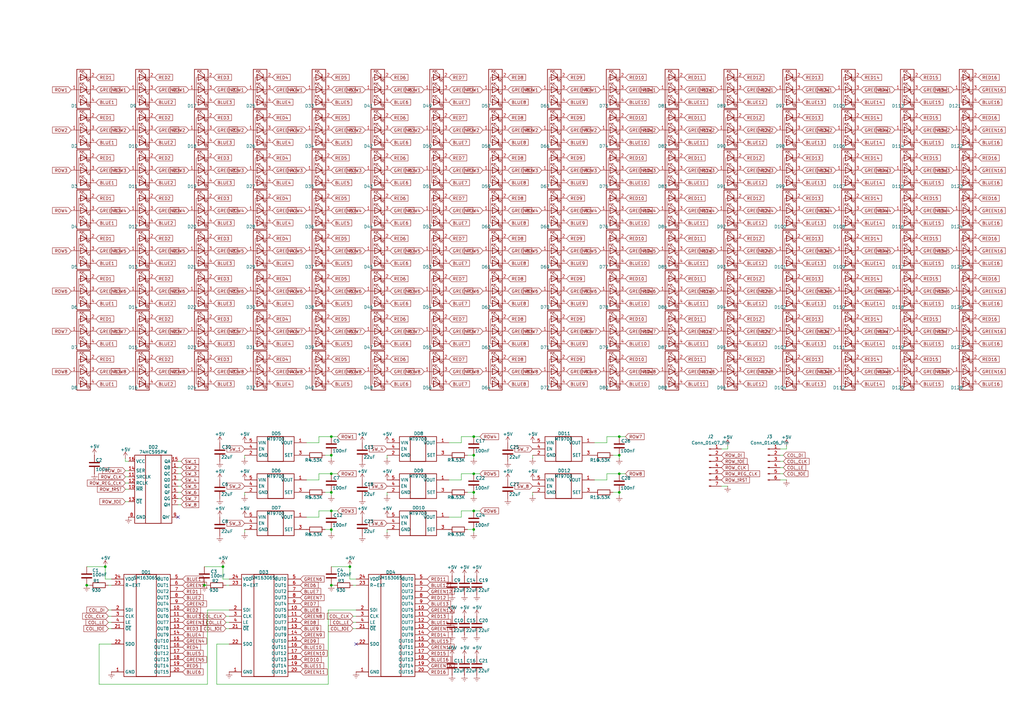
<source format=kicad_sch>
(kicad_sch (version 20250114) (generator "eeschema") (generator_version "9.0")
  (paper "A3")
  (junction (at 194.31 217.17))
  (junction (at 83.82 240.03))
  (junction (at 91.44 232.41))
  (junction (at 135.89 194.31))
  (junction (at 135.89 209.55))
  (junction (at 143.51 232.41))
  (junction (at 254 194.31))
  (junction (at 194.31 209.55))
  (junction (at 135.89 179.07))
  (junction (at 35.56 240.03))
  (junction (at 194.31 194.31))
  (junction (at 254 179.07))
  (junction (at 194.31 179.07))
  (junction (at 194.31 186.69))
  (junction (at 135.89 217.17))
  (junction (at 135.89 201.93))
  (junction (at 135.89 186.69))
  (junction (at 135.89 240.03))
  (junction (at 43.18 232.41))
  (junction (at 254 186.69))
  (junction (at 194.31 201.93))
  (junction (at 254 201.93))
  (no_connect (at 73.025 212.09))
  (no_connect (at 146.05 264.16))
  (wire (pts (xy 254 179.07) (xy 256.54 179.07)))
  (wire (pts (xy 194.31 179.07) (xy 189.23 179.07)))
  (wire (pts (xy 130.81 196.85) (xy 125.73 196.85)))
  (wire (pts (xy 130.81 181.61) (xy 125.73 181.61)))
  (wire (pts (xy 35.56 240.03) (xy 36.83 240.03)))
  (wire (pts (xy 143.51 237.49) (xy 146.05 237.49)))
  (wire (pts (xy 135.89 179.07) (xy 138.43 179.07)))
  (wire (pts (xy 189.23 194.31) (xy 189.23 196.85)))
  (wire (pts (xy 143.51 232.41) (xy 143.51 237.49)))
  (wire (pts (xy 51.435 205.74) (xy 52.705 205.74)))
  (wire (pts (xy 135.89 187.96) (xy 135.89 186.69)))
  (wire (pts (xy 191.77 186.69) (xy 194.31 186.69)))
  (wire (pts (xy 51.435 195.58) (xy 52.705 195.58)))
  (wire (pts (xy 158.75 187.96) (xy 158.75 186.69)))
  (wire (pts (xy 218.44 203.2) (xy 218.44 201.93)))
  (wire (pts (xy 135.89 240.03) (xy 137.16 240.03)))
  (wire (pts (xy 44.45 250.19) (xy 45.72 250.19)))
  (wire (pts (xy 189.23 212.09) (xy 184.15 212.09)))
  (wire (pts (xy 35.56 232.41) (xy 43.18 232.41)))
  (wire (pts (xy 144.78 255.27) (xy 146.05 255.27)))
  (wire (pts (xy 88.9 280.67) (xy 134.62 280.67)))
  (wire (pts (xy 73.025 207.01) (xy 74.295 207.01)))
  (wire (pts (xy 189.23 209.55) (xy 189.23 212.09)))
  (wire (pts (xy 194.31 203.2) (xy 194.31 201.93)))
  (wire (pts (xy 248.92 196.85) (xy 243.84 196.85)))
  (wire (pts (xy 73.025 191.77) (xy 74.295 191.77)))
  (wire (pts (xy 321.31 189.23) (xy 320.04 189.23)))
  (wire (pts (xy 298.45 182.88) (xy 298.45 184.15)))
  (wire (pts (xy 322.58 182.88) (xy 322.58 184.15)))
  (wire (pts (xy 194.31 194.31) (xy 189.23 194.31)))
  (wire (pts (xy 194.31 187.96) (xy 194.31 186.69)))
  (wire (pts (xy 321.31 186.69) (xy 320.04 186.69)))
  (wire (pts (xy 135.89 232.41) (xy 143.51 232.41)))
  (wire (pts (xy 130.81 179.07) (xy 130.81 181.61)))
  (wire (pts (xy 73.025 189.23) (xy 74.295 189.23)))
  (wire (pts (xy 85.09 280.67) (xy 85.09 250.19)))
  (wire (pts (xy 144.78 257.81) (xy 146.05 257.81)))
  (wire (pts (xy 194.31 218.44) (xy 194.31 217.17)))
  (wire (pts (xy 144.78 252.73) (xy 146.05 252.73)))
  (wire (pts (xy 85.09 250.19) (xy 93.98 250.19)))
  (wire (pts (xy 73.025 199.39) (xy 74.295 199.39)))
  (wire (pts (xy 254 203.2) (xy 254 201.93)))
  (wire (pts (xy 321.31 191.77) (xy 320.04 191.77)))
  (wire (pts (xy 51.435 193.04) (xy 52.705 193.04)))
  (wire (pts (xy 133.35 186.69) (xy 135.89 186.69)))
  (wire (pts (xy 100.33 218.44) (xy 100.33 217.17)))
  (wire (pts (xy 158.75 218.44) (xy 158.75 217.17)))
  (wire (pts (xy 248.92 181.61) (xy 243.84 181.61)))
  (wire (pts (xy 43.18 237.49) (xy 45.72 237.49)))
  (wire (pts (xy 135.89 203.2) (xy 135.89 201.93)))
  (wire (pts (xy 251.46 201.93) (xy 254 201.93)))
  (wire (pts (xy 191.77 201.93) (xy 194.31 201.93)))
  (wire (pts (xy 51.435 187.96) (xy 51.435 189.23)))
  (wire (pts (xy 83.82 240.03) (xy 85.09 240.03)))
  (wire (pts (xy 40.64 280.67) (xy 85.09 280.67)))
  (wire (pts (xy 130.81 209.55) (xy 130.81 212.09)))
  (wire (pts (xy 254 194.31) (xy 256.54 194.31)))
  (wire (pts (xy 322.58 184.15) (xy 320.04 184.15)))
  (wire (pts (xy 189.23 179.07) (xy 189.23 181.61)))
  (wire (pts (xy 51.435 198.12) (xy 52.705 198.12)))
  (wire (pts (xy 135.89 194.31) (xy 130.81 194.31)))
  (wire (pts (xy 44.45 252.73) (xy 45.72 252.73)))
  (wire (pts (xy 135.89 209.55) (xy 138.43 209.55)))
  (wire (pts (xy 135.89 209.55) (xy 130.81 209.55)))
  (wire (pts (xy 194.31 209.55) (xy 189.23 209.55)))
  (wire (pts (xy 135.89 194.31) (xy 138.43 194.31)))
  (wire (pts (xy 130.81 212.09) (xy 125.73 212.09)))
  (wire (pts (xy 194.31 194.31) (xy 196.85 194.31)))
  (wire (pts (xy 73.025 204.47) (xy 74.295 204.47)))
  (wire (pts (xy 73.025 201.93) (xy 74.295 201.93)))
  (wire (pts (xy 43.18 232.41) (xy 43.18 237.49)))
  (wire (pts (xy 92.71 257.81) (xy 93.98 257.81)))
  (wire (pts (xy 254 187.96) (xy 254 186.69)))
  (wire (pts (xy 135.89 179.07) (xy 130.81 179.07)))
  (wire (pts (xy 194.31 179.07) (xy 196.85 179.07)))
  (wire (pts (xy 248.92 194.31) (xy 248.92 196.85)))
  (wire (pts (xy 298.45 199.39) (xy 295.91 199.39)))
  (wire (pts (xy 251.46 186.69) (xy 254 186.69)))
  (wire (pts (xy 44.45 257.81) (xy 45.72 257.81)))
  (wire (pts (xy 134.62 250.19) (xy 146.05 250.19)))
  (wire (pts (xy 40.64 264.16) (xy 40.64 280.67)))
  (wire (pts (xy 218.44 187.96) (xy 218.44 186.69)))
  (wire (pts (xy 321.31 194.31) (xy 320.04 194.31)))
  (wire (pts (xy 100.33 187.96) (xy 100.33 186.69)))
  (wire (pts (xy 322.58 196.85) (xy 320.04 196.85)))
  (wire (pts (xy 134.62 280.67) (xy 134.62 250.19)))
  (wire (pts (xy 44.45 255.27) (xy 45.72 255.27)))
  (wire (pts (xy 91.44 237.49) (xy 93.98 237.49)))
  (wire (pts (xy 73.025 196.85) (xy 74.295 196.85)))
  (wire (pts (xy 144.78 240.03) (xy 146.05 240.03)))
  (wire (pts (xy 40.64 264.16) (xy 45.72 264.16)))
  (wire (pts (xy 254 179.07) (xy 248.92 179.07)))
  (wire (pts (xy 83.82 232.41) (xy 91.44 232.41)))
  (wire (pts (xy 88.9 264.16) (xy 88.9 280.67)))
  (wire (pts (xy 189.23 181.61) (xy 184.15 181.61)))
  (wire (pts (xy 73.025 194.31) (xy 74.295 194.31)))
  (wire (pts (xy 44.45 240.03) (xy 45.72 240.03)))
  (wire (pts (xy 298.45 184.15) (xy 295.91 184.15)))
  (wire (pts (xy 191.77 217.17) (xy 194.31 217.17)))
  (wire (pts (xy 100.33 203.2) (xy 100.33 201.93)))
  (wire (pts (xy 51.435 200.66) (xy 52.705 200.66)))
  (wire (pts (xy 135.89 218.44) (xy 135.89 217.17)))
  (wire (pts (xy 133.35 201.93) (xy 135.89 201.93)))
  (wire (pts (xy 189.23 196.85) (xy 184.15 196.85)))
  (wire (pts (xy 130.81 194.31) (xy 130.81 196.85)))
  (wire (pts (xy 92.71 255.27) (xy 93.98 255.27)))
  (wire (pts (xy 158.75 203.2) (xy 158.75 201.93)))
  (wire (pts (xy 133.35 217.17) (xy 135.89 217.17)))
  (wire (pts (xy 248.92 179.07) (xy 248.92 181.61)))
  (wire (pts (xy 91.44 232.41) (xy 91.44 237.49)))
  (wire (pts (xy 92.71 252.73) (xy 93.98 252.73)))
  (wire (pts (xy 194.31 209.55) (xy 196.85 209.55)))
  (wire (pts (xy 51.435 189.23) (xy 52.705 189.23)))
  (wire (pts (xy 88.9 264.16) (xy 93.98 264.16)))
  (wire (pts (xy 254 194.31) (xy 248.92 194.31)))
  (wire (pts (xy 92.71 240.03) (xy 93.98 240.03)))
  (global_label "GREEN11" (shape input) (at 280.67 102.87 0) (property "Intersheetrefs" "${INTERSHEET_REFS}" (effects (hide yes))))
  (global_label "GREEN4" (shape input) (at 111.76 86.36 0) (property "Intersheetrefs" "${INTERSHEET_REFS}" (effects (hide yes))))
  (global_label "ROW1" (shape input) (at 270.51 36.83 180) (property "Intersheetrefs" "${INTERSHEET_REFS}" (effects (hide yes))))
  (global_label "BLUE9" (shape input) (at 232.41 91.44 0) (property "Intersheetrefs" "${INTERSHEET_REFS}" (effects (hide yes))))
  (global_label "BLUE8" (shape input) (at 208.28 74.93 0) (property "Intersheetrefs" "${INTERSHEET_REFS}" (effects (hide yes))))
  (global_label "RED6" (shape input) (at 160.02 147.32 0) (property "Intersheetrefs" "${INTERSHEET_REFS}" (effects (hide yes))))
  (global_label "ROW8" (shape input) (at 198.12 152.4 180) (property "Intersheetrefs" "${INTERSHEET_REFS}" (effects (hide yes))))
  (global_label "GREEN2" (shape input) (at 63.5 119.38 0) (property "Intersheetrefs" "${INTERSHEET_REFS}" (effects (hide yes))))
  (global_label "GREEN13" (shape input) (at 328.93 102.87 0) (property "Intersheetrefs" "${INTERSHEET_REFS}" (effects (hide yes))))
  (global_label "ROW4" (shape input) (at 270.51 86.36 180) (property "Intersheetrefs" "${INTERSHEET_REFS}" (effects (hide yes))))
  (global_label "BLUE10" (shape input) (at 256.54 157.48 0) (property "Intersheetrefs" "${INTERSHEET_REFS}" (effects (hide yes))))
  (global_label "ROW_CLK" (shape input) (at 295.91 191.77 0) (property "Intersheetrefs" "${INTERSHEET_REFS}" (effects (hide yes))))
  (global_label "RED6" (shape input) (at 160.02 114.3 0) (property "Intersheetrefs" "${INTERSHEET_REFS}" (effects (hide yes))))
  (global_label "ROW6" (shape input) (at 270.51 119.38 180) (property "Intersheetrefs" "${INTERSHEET_REFS}" (effects (hide yes))))
  (global_label "BLUE5" (shape input) (at 135.89 107.95 0) (property "Intersheetrefs" "${INTERSHEET_REFS}" (effects (hide yes))))
  (global_label "SW_8" (shape input) (at 74.295 207.01 0) (property "Intersheetrefs" "${INTERSHEET_REFS}" (effects (hide yes))))
  (global_label "ROW3" (shape input) (at 198.12 69.85 180) (property "Intersheetrefs" "${INTERSHEET_REFS}" (effects (hide yes))))
  (global_label "RED2" (shape input) (at 63.5 114.3 0) (property "Intersheetrefs" "${INTERSHEET_REFS}" (effects (hide yes))))
  (global_label "GREEN13" (shape input) (at 328.93 36.83 0) (property "Intersheetrefs" "${INTERSHEET_REFS}" (effects (hide yes))))
  (global_label "RED10" (shape input) (at 256.54 130.81 0) (property "Intersheetrefs" "${INTERSHEET_REFS}" (effects (hide yes))))
  (global_label "GREEN6" (shape input) (at 160.02 53.34 0) (property "Intersheetrefs" "${INTERSHEET_REFS}" (effects (hide yes))))
  (global_label "GREEN2" (shape input) (at 63.5 36.83 0) (property "Intersheetrefs" "${INTERSHEET_REFS}" (effects (hide yes))))
  (global_label "SW_5" (shape input) (at 74.295 199.39 0) (property "Intersheetrefs" "${INTERSHEET_REFS}" (effects (hide yes))))
  (global_label "BLUE5" (shape input) (at 135.89 41.91 0) (property "Intersheetrefs" "${INTERSHEET_REFS}" (effects (hide yes))))
  (global_label "RED7" (shape input) (at 123.19 247.65 0) (property "Intersheetrefs" "${INTERSHEET_REFS}" (effects (hide yes))))
  (global_label "GREEN11" (shape input) (at 280.67 53.34 0) (property "Intersheetrefs" "${INTERSHEET_REFS}" (effects (hide yes))))
  (global_label "ROW3" (shape input) (at 29.21 69.85 180) (property "Intersheetrefs" "${INTERSHEET_REFS}" (effects (hide yes))))
  (global_label "ROW3" (shape input) (at 77.47 69.85 180) (property "Intersheetrefs" "${INTERSHEET_REFS}" (effects (hide yes))))
  (global_label "RED1" (shape input) (at 39.37 64.77 0) (property "Intersheetrefs" "${INTERSHEET_REFS}" (effects (hide yes))))
  (global_label "ROW5" (shape input) (at 294.64 102.87 180) (property "Intersheetrefs" "${INTERSHEET_REFS}" (effects (hide yes))))
  (global_label "ROW4" (shape input) (at 101.6 86.36 180) (property "Intersheetrefs" "${INTERSHEET_REFS}" (effects (hide yes))))
  (global_label "ROW8" (shape input) (at 256.54 194.31 0) (property "Intersheetrefs" "${INTERSHEET_REFS}" (effects (hide yes))))
  (global_label "GREEN16" (shape input) (at 401.32 119.38 0) (property "Intersheetrefs" "${INTERSHEET_REFS}" (effects (hide yes))))
  (global_label "ROW5" (shape input) (at 391.16 102.87 180) (property "Intersheetrefs" "${INTERSHEET_REFS}" (effects (hide yes))))
  (global_label "GREEN1" (shape input) (at 74.93 240.03 0) (property "Intersheetrefs" "${INTERSHEET_REFS}" (effects (hide yes))))
  (global_label "SW_6" (shape input) (at 158.75 214.63 180) (property "Intersheetrefs" "${INTERSHEET_REFS}" (effects (hide yes))))
  (global_label "RED6" (shape input) (at 160.02 31.75 0) (property "Intersheetrefs" "${INTERSHEET_REFS}" (effects (hide yes))))
  (global_label "RED4" (shape input) (at 74.93 265.43 0) (property "Intersheetrefs" "${INTERSHEET_REFS}" (effects (hide yes))))
  (global_label "BLUE14" (shape input) (at 353.06 107.95 0) (property "Intersheetrefs" "${INTERSHEET_REFS}" (effects (hide yes))))
  (global_label "RED14" (shape input) (at 175.26 260.35 0) (property "Intersheetrefs" "${INTERSHEET_REFS}" (effects (hide yes))))
  (global_label "ROW_DI" (shape input) (at 295.91 186.69 0) (property "Intersheetrefs" "${INTERSHEET_REFS}" (effects (hide yes))))
  (global_label "BLUE10" (shape input) (at 256.54 107.95 0) (property "Intersheetrefs" "${INTERSHEET_REFS}" (effects (hide yes))))
  (global_label "RED11" (shape input) (at 280.67 64.77 0) (property "Intersheetrefs" "${INTERSHEET_REFS}" (effects (hide yes))))
  (global_label "BLUE15" (shape input) (at 377.19 157.48 0) (property "Intersheetrefs" "${INTERSHEET_REFS}" (effects (hide yes))))
  (global_label "ROW3" (shape input) (at 294.64 69.85 180) (property "Intersheetrefs" "${INTERSHEET_REFS}" (effects (hide yes))))
  (global_label "BLUE6" (shape input) (at 160.02 58.42 0) (property "Intersheetrefs" "${INTERSHEET_REFS}" (effects (hide yes))))
  (global_label "BLUE5" (shape input) (at 135.89 157.48 0) (property "Intersheetrefs" "${INTERSHEET_REFS}" (effects (hide yes))))
  (global_label "COL_DI" (shape input) (at 44.45 250.19 180) (property "Intersheetrefs" "${INTERSHEET_REFS}" (effects (hide yes))))
  (global_label "ROW2" (shape input) (at 367.03 53.34 180) (property "Intersheetrefs" "${INTERSHEET_REFS}" (effects (hide yes))))
  (global_label "RED13" (shape input) (at 328.93 81.28 0) (property "Intersheetrefs" "${INTERSHEET_REFS}" (effects (hide yes))))
  (global_label "RED16" (shape input) (at 401.32 147.32 0) (property "Intersheetrefs" "${INTERSHEET_REFS}" (effects (hide yes))))
  (global_label "BLUE10" (shape input) (at 256.54 41.91 0) (property "Intersheetrefs" "${INTERSHEET_REFS}" (effects (hide yes))))
  (global_label "ROW6" (shape input) (at 101.6 119.38 180) (property "Intersheetrefs" "${INTERSHEET_REFS}" (effects (hide yes))))
  (global_label "ROW2" (shape input) (at 138.43 194.31 0) (property "Intersheetrefs" "${INTERSHEET_REFS}" (effects (hide yes))))
  (global_label "GREEN7" (shape input) (at 184.15 119.38 0) (property "Intersheetrefs" "${INTERSHEET_REFS}" (effects (hide yes))))
  (global_label "GREEN9" (shape input) (at 232.41 36.83 0) (property "Intersheetrefs" "${INTERSHEET_REFS}" (effects (hide yes))))
  (global_label "RED11" (shape input) (at 280.67 114.3 0) (property "Intersheetrefs" "${INTERSHEET_REFS}" (effects (hide yes))))
  (global_label "BLUE11" (shape input) (at 280.67 124.46 0) (property "Intersheetrefs" "${INTERSHEET_REFS}" (effects (hide yes))))
  (global_label "BLUE13" (shape input) (at 328.93 157.48 0) (property "Intersheetrefs" "${INTERSHEET_REFS}" (effects (hide yes))))
  (global_label "RED16" (shape input) (at 175.26 275.59 0) (property "Intersheetrefs" "${INTERSHEET_REFS}" (effects (hide yes))))
  (global_label "RED4" (shape input) (at 111.76 48.26 0) (property "Intersheetrefs" "${INTERSHEET_REFS}" (effects (hide yes))))
  (global_label "BLUE9" (shape input) (at 232.41 107.95 0) (property "Intersheetrefs" "${INTERSHEET_REFS}" (effects (hide yes))))
  (global_label "GREEN7" (shape input) (at 184.15 102.87 0) (property "Intersheetrefs" "${INTERSHEET_REFS}" (effects (hide yes))))
  (global_label "GREEN11" (shape input) (at 280.67 152.4 0) (property "Intersheetrefs" "${INTERSHEET_REFS}" (effects (hide yes))))
  (global_label "RED8" (shape input) (at 208.28 81.28 0) (property "Intersheetrefs" "${INTERSHEET_REFS}" (effects (hide yes))))
  (global_label "BLUE9" (shape input) (at 232.41 74.93 0) (property "Intersheetrefs" "${INTERSHEET_REFS}" (effects (hide yes))))
  (global_label "GREEN7" (shape input) (at 184.15 53.34 0) (property "Intersheetrefs" "${INTERSHEET_REFS}" (effects (hide yes))))
  (global_label "GREEN7" (shape input) (at 184.15 152.4 0) (property "Intersheetrefs" "${INTERSHEET_REFS}" (effects (hide yes))))
  (global_label "ROW1" (shape input) (at 318.77 36.83 180) (property "Intersheetrefs" "${INTERSHEET_REFS}" (effects (hide yes))))
  (global_label "BLUE16" (shape input) (at 401.32 41.91 0) (property "Intersheetrefs" "${INTERSHEET_REFS}" (effects (hide yes))))
  (global_label "GREEN14" (shape input) (at 353.06 36.83 0) (property "Intersheetrefs" "${INTERSHEET_REFS}" (effects (hide yes))))
  (global_label "RED16" (shape input) (at 401.32 97.79 0) (property "Intersheetrefs" "${INTERSHEET_REFS}" (effects (hide yes))))
  (global_label "ROW7" (shape input) (at 53.34 135.89 180) (property "Intersheetrefs" "${INTERSHEET_REFS}" (effects (hide yes))))
  (global_label "BLUE3" (shape input) (at 87.63 140.97 0) (property "Intersheetrefs" "${INTERSHEET_REFS}" (effects (hide yes))))
  (global_label "RED11" (shape input) (at 280.67 31.75 0) (property "Intersheetrefs" "${INTERSHEET_REFS}" (effects (hide yes))))
  (global_label "GREEN9" (shape input) (at 232.41 119.38 0) (property "Intersheetrefs" "${INTERSHEET_REFS}" (effects (hide yes))))
  (global_label "GREEN9" (shape input) (at 232.41 102.87 0) (property "Intersheetrefs" "${INTERSHEET_REFS}" (effects (hide yes))))
  (global_label "BLUE4" (shape input) (at 111.76 140.97 0) (property "Intersheetrefs" "${INTERSHEET_REFS}" (effects (hide yes))))
  (global_label "ROW2" (shape input) (at 77.47 53.34 180) (property "Intersheetrefs" "${INTERSHEET_REFS}" (effects (hide yes))))
  (global_label "BLUE11" (shape input) (at 280.67 41.91 0) (property "Intersheetrefs" "${INTERSHEET_REFS}" (effects (hide yes))))
  (global_label "RED6" (shape input) (at 160.02 48.26 0) (property "Intersheetrefs" "${INTERSHEET_REFS}" (effects (hide yes))))
  (global_label "BLUE6" (shape input) (at 160.02 124.46 0) (property "Intersheetrefs" "${INTERSHEET_REFS}" (effects (hide yes))))
  (global_label "RED14" (shape input) (at 353.06 114.3 0) (property "Intersheetrefs" "${INTERSHEET_REFS}" (effects (hide yes))))
  (global_label "RED2" (shape input) (at 74.93 250.19 0) (property "Intersheetrefs" "${INTERSHEET_REFS}" (effects (hide yes))))
  (global_label "GREEN9" (shape input) (at 123.19 260.35 0) (property "Intersheetrefs" "${INTERSHEET_REFS}" (effects (hide yes))))
  (global_label "SW_7" (shape input) (at 218.44 184.15 180) (property "Intersheetrefs" "${INTERSHEET_REFS}" (effects (hide yes))))
  (global_label "BLUE2" (shape input) (at 63.5 124.46 0) (property "Intersheetrefs" "${INTERSHEET_REFS}" (effects (hide yes))))
  (global_label "ROW4" (shape input) (at 342.9 86.36 180) (property "Intersheetrefs" "${INTERSHEET_REFS}" (effects (hide yes))))
  (global_label "ROW6" (shape input) (at 173.99 119.38 180) (property "Intersheetrefs" "${INTERSHEET_REFS}" (effects (hide yes))))
  (global_label "GREEN10" (shape input) (at 256.54 69.85 0) (property "Intersheetrefs" "${INTERSHEET_REFS}" (effects (hide yes))))
  (global_label "RED9" (shape input) (at 232.41 81.28 0) (property "Intersheetrefs" "${INTERSHEET_REFS}" (effects (hide yes))))
  (global_label "GREEN1" (shape input) (at 39.37 86.36 0) (property "Intersheetrefs" "${INTERSHEET_REFS}" (effects (hide yes))))
  (global_label "ROW1" (shape input) (at 173.99 36.83 180) (property "Intersheetrefs" "${INTERSHEET_REFS}" (effects (hide yes))))
  (global_label "GREEN9" (shape input) (at 232.41 86.36 0) (property "Intersheetrefs" "${INTERSHEET_REFS}" (effects (hide yes))))
  (global_label "RED2" (shape input) (at 63.5 97.79 0) (property "Intersheetrefs" "${INTERSHEET_REFS}" (effects (hide yes))))
  (global_label "SW_8" (shape input) (at 218.44 199.39 180) (property "Intersheetrefs" "${INTERSHEET_REFS}" (effects (hide yes))))
  (global_label "BLUE3" (shape input) (at 74.93 252.73 0) (property "Intersheetrefs" "${INTERSHEET_REFS}" (effects (hide yes))))
  (global_label "BLUE11" (shape input) (at 280.67 91.44 0) (property "Intersheetrefs" "${INTERSHEET_REFS}" (effects (hide yes))))
  (global_label "RED12" (shape input) (at 304.8 48.26 0) (property "Intersheetrefs" "${INTERSHEET_REFS}" (effects (hide yes))))
  (global_label "RED10" (shape input) (at 256.54 97.79 0) (property "Intersheetrefs" "${INTERSHEET_REFS}" (effects (hide yes))))
  (global_label "RED15" (shape input) (at 377.19 64.77 0) (property "Intersheetrefs" "${INTERSHEET_REFS}" (effects (hide yes))))
  (global_label "BLUE2" (shape input) (at 74.93 245.11 0) (property "Intersheetrefs" "${INTERSHEET_REFS}" (effects (hide yes))))
  (global_label "ROW8" (shape input) (at 294.64 152.4 180) (property "Intersheetrefs" "${INTERSHEET_REFS}" (effects (hide yes))))
  (global_label "BLUE15" (shape input) (at 377.19 58.42 0) (property "Intersheetrefs" "${INTERSHEET_REFS}" (effects (hide yes))))
  (global_label "GREEN5" (shape input) (at 135.89 152.4 0) (property "Intersheetrefs" "${INTERSHEET_REFS}" (effects (hide yes))))
  (global_label "RED14" (shape input) (at 353.06 147.32 0) (property "Intersheetrefs" "${INTERSHEET_REFS}" (effects (hide yes))))
  (global_label "BLUE3" (shape input) (at 87.63 58.42 0) (property "Intersheetrefs" "${INTERSHEET_REFS}" (effects (hide yes))))
  (global_label "BLUE1" (shape input) (at 39.37 140.97 0) (property "Intersheetrefs" "${INTERSHEET_REFS}" (effects (hide yes))))
  (global_label "GREEN12" (shape input) (at 304.8 152.4 0) (property "Intersheetrefs" "${INTERSHEET_REFS}" (effects (hide yes))))
  (global_label "GREEN2" (shape input) (at 63.5 135.89 0) (property "Intersheetrefs" "${INTERSHEET_REFS}" (effects (hide yes))))
  (global_label "RED3" (shape input) (at 87.63 81.28 0) (property "Intersheetrefs" "${INTERSHEET_REFS}" (effects (hide yes))))
  (global_label "BLUE12" (shape input) (at 304.8 107.95 0) (property "Intersheetrefs" "${INTERSHEET_REFS}" (effects (hide yes))))
  (global_label "ROW2" (shape input) (at 149.86 53.34 180) (property "Intersheetrefs" "${INTERSHEET_REFS}" (effects (hide yes))))
  (global_label "GREEN4" (shape input) (at 111.76 152.4 0) (property "Intersheetrefs" "${INTERSHEET_REFS}" (effects (hide yes))))
  (global_label "BLUE3" (shape input) (at 87.63 107.95 0) (property "Intersheetrefs" "${INTERSHEET_REFS}" (effects (hide yes))))
  (global_label "RED5" (shape input) (at 135.89 130.81 0) (property "Intersheetrefs" "${INTERSHEET_REFS}" (effects (hide yes))))
  (global_label "BLUE10" (shape input) (at 256.54 140.97 0) (property "Intersheetrefs" "${INTERSHEET_REFS}" (effects (hide yes))))
  (global_label "GREEN11" (shape input) (at 280.67 135.89 0) (property "Intersheetrefs" "${INTERSHEET_REFS}" (effects (hide yes))))
  (global_label "RED4" (shape input) (at 111.76 81.28 0) (property "Intersheetrefs" "${INTERSHEET_REFS}" (effects (hide yes))))
  (global_label "ROW2" (shape input) (at 270.51 53.34 180) (property "Intersheetrefs" "${INTERSHEET_REFS}" (effects (hide yes))))
  (global_label "RED1" (shape input) (at 39.37 81.28 0) (property "Intersheetrefs" "${INTERSHEET_REFS}" (effects (hide yes))))
  (global_label "RED6" (shape input) (at 160.02 97.79 0) (property "Intersheetrefs" "${INTERSHEET_REFS}" (effects (hide yes))))
  (global_label "GREEN7" (shape input) (at 184.15 36.83 0) (property "Intersheetrefs" "${INTERSHEET_REFS}" (effects (hide yes))))
  (global_label "BLUE1" (shape input) (at 39.37 74.93 0) (property "Intersheetrefs" "${INTERSHEET_REFS}" (effects (hide yes))))
  (global_label "BLUE7" (shape input) (at 184.15 91.44 0) (property "Intersheetrefs" "${INTERSHEET_REFS}" (effects (hide yes))))
  (global_label "BLUE14" (shape input) (at 353.06 91.44 0) (property "Intersheetrefs" "${INTERSHEET_REFS}" (effects (hide yes))))
  (global_label "BLUE4" (shape input) (at 111.76 107.95 0) (property "Intersheetrefs" "${INTERSHEET_REFS}" (effects (hide yes))))
  (global_label "SW_2" (shape input) (at 100.33 199.39 180) (property "Intersheetrefs" "${INTERSHEET_REFS}" (effects (hide yes))))
  (global_label "BLUE5" (shape input) (at 135.89 74.93 0) (property "Intersheetrefs" "${INTERSHEET_REFS}" (effects (hide yes))))
  (global_label "RED8" (shape input) (at 208.28 130.81 0) (property "Intersheetrefs" "${INTERSHEET_REFS}" (effects (hide yes))))
  (global_label "GREEN3" (shape input) (at 74.93 255.27 0) (property "Intersheetrefs" "${INTERSHEET_REFS}" (effects (hide yes))))
  (global_label "RED1" (shape input) (at 39.37 130.81 0) (property "Intersheetrefs" "${INTERSHEET_REFS}" (effects (hide yes))))
  (global_label "BLUE2" (shape input) (at 63.5 41.91 0) (property "Intersheetrefs" "${INTERSHEET_REFS}" (effects (hide yes))))
  (global_label "ROW7" (shape input) (at 198.12 135.89 180) (property "Intersheetrefs" "${INTERSHEET_REFS}" (effects (hide yes))))
  (global_label "ROW5" (shape input) (at 29.21 102.87 180) (property "Intersheetrefs" "${INTERSHEET_REFS}" (effects (hide yes))))
  (global_label "ROW3" (shape input) (at 342.9 69.85 180) (property "Intersheetrefs" "${INTERSHEET_REFS}" (effects (hide yes))))
  (global_label "RED15" (shape input) (at 175.26 267.97 0) (property "Intersheetrefs" "${INTERSHEET_REFS}" (effects (hide yes))))
  (global_label "RED2" (shape input) (at 63.5 130.81 0) (property "Intersheetrefs" "${INTERSHEET_REFS}" (effects (hide yes))))
  (global_label "BLUE13" (shape input) (at 328.93 58.42 0) (property "Intersheetrefs" "${INTERSHEET_REFS}" (effects (hide yes))))
  (global_label "BLUE13" (shape input) (at 328.93 74.93 0) (property "Intersheetrefs" "${INTERSHEET_REFS}" (effects (hide yes))))
  (global_label "BLUE6" (shape input) (at 160.02 91.44 0) (property "Intersheetrefs" "${INTERSHEET_REFS}" (effects (hide yes))))
  (global_label "ROW2" (shape input) (at 198.12 53.34 180) (property "Intersheetrefs" "${INTERSHEET_REFS}" (effects (hide yes))))
  (global_label "ROW7" (shape input) (at 101.6 135.89 180) (property "Intersheetrefs" "${INTERSHEET_REFS}" (effects (hide yes))))
  (global_label "BLUE11" (shape input) (at 280.67 74.93 0) (property "Intersheetrefs" "${INTERSHEET_REFS}" (effects (hide yes))))
  (global_label "GREEN13" (shape input) (at 175.26 250.19 0) (property "Intersheetrefs" "${INTERSHEET_REFS}" (effects (hide yes))))
  (global_label "RED7" (shape input) (at 184.15 31.75 0) (property "Intersheetrefs" "${INTERSHEET_REFS}" (effects (hide yes))))
  (global_label "BLUE2" (shape input) (at 63.5 107.95 0) (property "Intersheetrefs" "${INTERSHEET_REFS}" (effects (hide yes))))
  (global_label "BLUE4" (shape input) (at 111.76 91.44 0) (property "Intersheetrefs" "${INTERSHEET_REFS}" (effects (hide yes))))
  (global_label "GREEN3" (shape input) (at 87.63 86.36 0) (property "Intersheetrefs" "${INTERSHEET_REFS}" (effects (hide yes))))
  (global_label "BLUE4" (shape input) (at 111.76 41.91 0) (property "Intersheetrefs" "${INTERSHEET_REFS}" (effects (hide yes))))
  (global_label "RED11" (shape input) (at 175.26 237.49 0) (property "Intersheetrefs" "${INTERSHEET_REFS}" (effects (hide yes))))
  (global_label "BLUE5" (shape input) (at 135.89 58.42 0) (property "Intersheetrefs" "${INTERSHEET_REFS}" (effects (hide yes))))
  (global_label "RED3" (shape input) (at 87.63 147.32 0) (property "Intersheetrefs" "${INTERSHEET_REFS}" (effects (hide yes))))
  (global_label "GREEN13" (shape input) (at 328.93 135.89 0) (property "Intersheetrefs" "${INTERSHEET_REFS}" (effects (hide yes))))
  (global_label "ROW2" (shape input) (at 125.73 53.34 180) (property "Intersheetrefs" "${INTERSHEET_REFS}" (effects (hide yes))))
  (global_label "RED15" (shape input) (at 377.19 130.81 0) (property "Intersheetrefs" "${INTERSHEET_REFS}" (effects (hide yes))))
  (global_label "BLUE11" (shape input) (at 280.67 140.97 0) (property "Intersheetrefs" "${INTERSHEET_REFS}" (effects (hide yes))))
  (global_label "RED8" (shape input) (at 208.28 48.26 0) (property "Intersheetrefs" "${INTERSHEET_REFS}" (effects (hide yes))))
  (global_label "RED6" (shape input) (at 160.02 81.28 0) (property "Intersheetrefs" "${INTERSHEET_REFS}" (effects (hide yes))))
  (global_label "BLUE8" (shape input) (at 208.28 140.97 0) (property "Intersheetrefs" "${INTERSHEET_REFS}" (effects (hide yes))))
  (global_label "ROW4" (shape input) (at 125.73 86.36 180) (property "Intersheetrefs" "${INTERSHEET_REFS}" (effects (hide yes))))
  (global_label "SW_3" (shape input) (at 100.33 214.63 180) (property "Intersheetrefs" "${INTERSHEET_REFS}" (effects (hide yes))))
  (global_label "BLUE3" (shape input) (at 87.63 91.44 0) (property "Intersheetrefs" "${INTERSHEET_REFS}" (effects (hide yes))))
  (global_label "ROW4" (shape input) (at 198.12 86.36 180) (property "Intersheetrefs" "${INTERSHEET_REFS}" (effects (hide yes))))
  (global_label "RED11" (shape input) (at 280.67 130.81 0) (property "Intersheetrefs" "${INTERSHEET_REFS}" (effects (hide yes))))
  (global_label "ROW3" (shape input) (at 222.25 69.85 180) (property "Intersheetrefs" "${INTERSHEET_REFS}" (effects (hide yes))))
  (global_label "ROW4" (shape input) (at 173.99 86.36 180) (property "Intersheetrefs" "${INTERSHEET_REFS}" (effects (hide yes))))
  (global_label "BLUE15" (shape input) (at 377.19 107.95 0) (property "Intersheetrefs" "${INTERSHEET_REFS}" (effects (hide yes))))
  (global_label "BLUE10" (shape input) (at 123.19 265.43 0) (property "Intersheetrefs" "${INTERSHEET_REFS}" (effects (hide yes))))
  (global_label "BLUE15" (shape input) (at 377.19 124.46 0) (property "Intersheetrefs" "${INTERSHEET_REFS}" (effects (hide yes))))
  (global_label "GREEN16" (shape input) (at 401.32 36.83 0) (property "Intersheetrefs" "${INTERSHEET_REFS}" (effects (hide yes))))
  (global_label "BLUE1" (shape input) (at 74.93 237.49 0) (property "Intersheetrefs" "${INTERSHEET_REFS}" (effects (hide yes))))
  (global_label "GREEN10" (shape input) (at 256.54 53.34 0) (property "Intersheetrefs" "${INTERSHEET_REFS}" (effects (hide yes))))
  (global_label "GREEN15" (shape input) (at 377.19 53.34 0) (property "Intersheetrefs" "${INTERSHEET_REFS}" (effects (hide yes))))
  (global_label "RED5" (shape input) (at 135.89 64.77 0) (property "Intersheetrefs" "${INTERSHEET_REFS}" (effects (hide yes))))
  (global_label "ROW6" (shape input) (at 77.47 119.38 180) (property "Intersheetrefs" "${INTERSHEET_REFS}" (effects (hide yes))))
  (global_label "GREEN15" (shape input) (at 377.19 135.89 0) (property "Intersheetrefs" "${INTERSHEET_REFS}" (effects (hide yes))))
  (global_label "ROW4" (shape input) (at 367.03 86.36 180) (property "Intersheetrefs" "${INTERSHEET_REFS}" (effects (hide yes))))
  (global_label "GREEN11" (shape input) (at 280.67 36.83 0) (property "Intersheetrefs" "${INTERSHEET_REFS}" (effects (hide yes))))
  (global_label "GREEN14" (shape input) (at 353.06 152.4 0) (property "Intersheetrefs" "${INTERSHEET_REFS}" (effects (hide yes))))
  (global_label "RED10" (shape input) (at 256.54 48.26 0) (property "Intersheetrefs" "${INTERSHEET_REFS}" (effects (hide yes))))
  (global_label "ROW2" (shape input) (at 342.9 53.34 180) (property "Intersheetrefs" "${INTERSHEET_REFS}" (effects (hide yes))))
  (global_label "BLUE12" (shape input) (at 304.8 74.93 0) (property "Intersheetrefs" "${INTERSHEET_REFS}" (effects (hide yes))))
  (global_label "ROW4" (shape input) (at 222.25 86.36 180) (property "Intersheetrefs" "${INTERSHEET_REFS}" (effects (hide yes))))
  (global_label "ROW3" (shape input) (at 270.51 69.85 180) (property "Intersheetrefs" "${INTERSHEET_REFS}" (effects (hide yes))))
  (global_label "RED12" (shape input) (at 304.8 81.28 0) (property "Intersheetrefs" "${INTERSHEET_REFS}" (effects (hide yes))))
  (global_label "GREEN12" (shape input) (at 304.8 36.83 0) (property "Intersheetrefs" "${INTERSHEET_REFS}" (effects (hide yes))))
  (global_label "RED5" (shape input) (at 135.89 147.32 0) (property "Intersheetrefs" "${INTERSHEET_REFS}" (effects (hide yes))))
  (global_label "BLUE9" (shape input) (at 232.41 124.46 0) (property "Intersheetrefs" "${INTERSHEET_REFS}" (effects (hide yes))))
  (global_label "GREEN5" (shape input) (at 135.89 102.87 0) (property "Intersheetrefs" "${INTERSHEET_REFS}" (effects (hide yes))))
  (global_label "ROW7" (shape input) (at 125.73 135.89 180) (property "Intersheetrefs" "${INTERSHEET_REFS}" (effects (hide yes))))
  (global_label "ROW8" (shape input) (at 391.16 152.4 180) (property "Intersheetrefs" "${INTERSHEET_REFS}" (effects (hide yes))))
  (global_label "BLUE6" (shape input) (at 74.93 275.59 0) (property "Intersheetrefs" "${INTERSHEET_REFS}" (effects (hide yes))))
  (global_label "ROW5" (shape input) (at 125.73 102.87 180) (property "Intersheetrefs" "${INTERSHEET_REFS}" (effects (hide yes))))
  (global_label "BLUE1" (shape input) (at 39.37 157.48 0) (property "Intersheetrefs" "${INTERSHEET_REFS}" (effects (hide yes))))
  (global_label "BLUE8" (shape input) (at 123.19 250.19 0) (property "Intersheetrefs" "${INTERSHEET_REFS}" (effects (hide yes))))
  (global_label "RED3" (shape input) (at 87.63 130.81 0) (property "Intersheetrefs" "${INTERSHEET_REFS}" (effects (hide yes))))
  (global_label "GREEN11" (shape input) (at 123.19 275.59 0) (property "Intersheetrefs" "${INTERSHEET_REFS}" (effects (hide yes))))
  (global_label "ROW6" (shape input) (at 342.9 119.38 180) (property "Intersheetrefs" "${INTERSHEET_REFS}" (effects (hide yes))))
  (global_label "BLUE13" (shape input) (at 175.26 247.65 0) (property "Intersheetrefs" "${INTERSHEET_REFS}" (effects (hide yes))))
  (global_label "GREEN3" (shape input) (at 87.63 135.89 0) (property "Intersheetrefs" "${INTERSHEET_REFS}" (effects (hide yes))))
  (global_label "GREEN3" (shape input) (at 87.63 69.85 0) (property "Intersheetrefs" "${INTERSHEET_REFS}" (effects (hide yes))))
  (global_label "ROW5" (shape input) (at 196.85 194.31 0) (property "Intersheetrefs" "${INTERSHEET_REFS}" (effects (hide yes))))
  (global_label "GREEN1" (shape input) (at 39.37 36.83 0) (property "Intersheetrefs" "${INTERSHEET_REFS}" (effects (hide yes))))
  (global_label "BLUE3" (shape input) (at 87.63 124.46 0) (property "Intersheetrefs" "${INTERSHEET_REFS}" (effects (hide yes))))
  (global_label "BLUE8" (shape input) (at 208.28 41.91 0) (property "Intersheetrefs" "${INTERSHEET_REFS}" (effects (hide yes))))
  (global_label "GREEN11" (shape input) (at 280.67 119.38 0) (property "Intersheetrefs" "${INTERSHEET_REFS}" (effects (hide yes))))
  (global_label "ROW3" (shape input) (at 53.34 69.85 180) (property "Intersheetrefs" "${INTERSHEET_REFS}" (effects (hide yes))))
  (global_label "GREEN12" (shape input) (at 304.8 53.34 0) (property "Intersheetrefs" "${INTERSHEET_REFS}" (effects (hide yes))))
  (global_label "RED5" (shape input) (at 135.89 48.26 0) (property "Intersheetrefs" "${INTERSHEET_REFS}" (effects (hide yes))))
  (global_label "ROW1" (shape input) (at 101.6 36.83 180) (property "Intersheetrefs" "${INTERSHEET_REFS}" (effects (hide yes))))
  (global_label "ROW6" (shape input) (at 318.77 119.38 180) (property "Intersheetrefs" "${INTERSHEET_REFS}" (effects (hide yes))))
  (global_label "ROW6" (shape input) (at 29.21 119.38 180) (property "Intersheetrefs" "${INTERSHEET_REFS}" (effects (hide yes))))
  (global_label "COL_CLK" (shape input) (at 144.78 252.73 180) (property "Intersheetrefs" "${INTERSHEET_REFS}" (effects (hide yes))))
  (global_label "GREEN14" (shape input) (at 353.06 86.36 0) (property "Intersheetrefs" "${INTERSHEET_REFS}" (effects (hide yes))))
  (global_label "GREEN12" (shape input) (at 304.8 102.87 0) (property "Intersheetrefs" "${INTERSHEET_REFS}" (effects (hide yes))))
  (global_label "RED13" (shape input) (at 328.93 114.3 0) (property "Intersheetrefs" "${INTERSHEET_REFS}" (effects (hide yes))))
  (global_label "BLUE16" (shape input) (at 401.32 91.44 0) (property "Intersheetrefs" "${INTERSHEET_REFS}" (effects (hide yes))))
  (global_label "BLUE12" (shape input) (at 304.8 58.42 0) (property "Intersheetrefs" "${INTERSHEET_REFS}" (effects (hide yes))))
  (global_label "GREEN8" (shape input) (at 123.19 252.73 0) (property "Intersheetrefs" "${INTERSHEET_REFS}" (effects (hide yes))))
  (global_label "BLUE9" (shape input) (at 232.41 41.91 0) (property "Intersheetrefs" "${INTERSHEET_REFS}" (effects (hide yes))))
  (global_label "GREEN14" (shape input) (at 353.06 53.34 0) (property "Intersheetrefs" "${INTERSHEET_REFS}" (effects (hide yes))))
  (global_label "ROW8" (shape input) (at 342.9 152.4 180) (property "Intersheetrefs" "${INTERSHEET_REFS}" (effects (hide yes))))
  (global_label "RED7" (shape input) (at 184.15 64.77 0) (property "Intersheetrefs" "${INTERSHEET_REFS}" (effects (hide yes))))
  (global_label "BLUE7" (shape input) (at 184.15 124.46 0) (property "Intersheetrefs" "${INTERSHEET_REFS}" (effects (hide yes))))
  (global_label "RED10" (shape input) (at 123.19 270.51 0) (property "Intersheetrefs" "${INTERSHEET_REFS}" (effects (hide yes))))
  (global_label "GREEN16" (shape input) (at 401.32 152.4 0) (property "Intersheetrefs" "${INTERSHEET_REFS}" (effects (hide yes))))
  (global_label "RED7" (shape input) (at 184.15 130.81 0) (property "Intersheetrefs" "${INTERSHEET_REFS}" (effects (hide yes))))
  (global_label "ROW1" (shape input) (at 29.21 36.83 180) (property "Intersheetrefs" "${INTERSHEET_REFS}" (effects (hide yes))))
  (global_label "GREEN10" (shape input) (at 256.54 102.87 0) (property "Intersheetrefs" "${INTERSHEET_REFS}" (effects (hide yes))))
  (global_label "ROW6" (shape input) (at 246.38 119.38 180) (property "Intersheetrefs" "${INTERSHEET_REFS}" (effects (hide yes))))
  (global_label "GREEN1" (shape input) (at 39.37 152.4 0) (property "Intersheetrefs" "${INTERSHEET_REFS}" (effects (hide yes))))
  (global_label "GREEN4" (shape input) (at 74.93 262.89 0) (property "Intersheetrefs" "${INTERSHEET_REFS}" (effects (hide yes))))
  (global_label "GREEN6" (shape input) (at 123.19 237.49 0) (property "Intersheetrefs" "${INTERSHEET_REFS}" (effects (hide yes))))
  (global_label "RED5" (shape input) (at 135.89 97.79 0) (property "Intersheetrefs" "${INTERSHEET_REFS}" (effects (hide yes))))
  (global_label "ROW8" (shape input) (at 222.25 152.4 180) (property "Intersheetrefs" "${INTERSHEET_REFS}" (effects (hide yes))))
  (global_label "GREEN6" (shape input) (at 160.02 86.36 0) (property "Intersheetrefs" "${INTERSHEET_REFS}" (effects (hide yes))))
  (global_label "GREEN13" (shape input) (at 328.93 152.4 0) (property "Intersheetrefs" "${INTERSHEET_REFS}" (effects (hide yes))))
  (global_label "RED4" (shape input) (at 111.76 64.77 0) (property "Intersheetrefs" "${INTERSHEET_REFS}" (effects (hide yes))))
  (global_label "GREEN3" (shape input) (at 87.63 102.87 0) (property "Intersheetrefs" "${INTERSHEET_REFS}" (effects (hide yes))))
  (global_label "BLUE4" (shape input) (at 111.76 124.46 0) (property "Intersheetrefs" "${INTERSHEET_REFS}" (effects (hide yes))))
  (global_label "ROW7" (shape input) (at 29.21 135.89 180) (property "Intersheetrefs" "${INTERSHEET_REFS}" (effects (hide yes))))
  (global_label "GREEN5" (shape input) (at 135.89 86.36 0) (property "Intersheetrefs" "${INTERSHEET_REFS}" (effects (hide yes))))
  (global_label "BLUE10" (shape input) (at 256.54 91.44 0) (property "Intersheetrefs" "${INTERSHEET_REFS}" (effects (hide yes))))
  (global_label "BLUE10" (shape input) (at 256.54 74.93 0) (property "Intersheetrefs" "${INTERSHEET_REFS}" (effects (hide yes))))
  (global_label "COL_LE" (shape input) (at 144.78 255.27 180) (property "Intersheetrefs" "${INTERSHEET_REFS}" (effects (hide yes))))
  (global_label "ROW3" (shape input) (at 138.43 209.55 0) (property "Intersheetrefs" "${INTERSHEET_REFS}" (effects (hide yes))))
  (global_label "ROW2" (shape input) (at 246.38 53.34 180) (property "Intersheetrefs" "${INTERSHEET_REFS}" (effects (hide yes))))
  (global_label "BLUE3" (shape input) (at 87.63 74.93 0) (property "Intersheetrefs" "${INTERSHEET_REFS}" (effects (hide yes))))
  (global_label "BLUE5" (shape input) (at 135.89 124.46 0) (property "Intersheetrefs" "${INTERSHEET_REFS}" (effects (hide yes))))
  (global_label "GREEN6" (shape input) (at 160.02 135.89 0) (property "Intersheetrefs" "${INTERSHEET_REFS}" (effects (hide yes))))
  (global_label "RED8" (shape input) (at 123.19 255.27 0) (property "Intersheetrefs" "${INTERSHEET_REFS}" (effects (hide yes))))
  (global_label "RED16" (shape input) (at 401.32 130.81 0) (property "Intersheetrefs" "${INTERSHEET_REFS}" (effects (hide yes))))
  (global_label "BLUE8" (shape input) (at 208.28 91.44 0) (property "Intersheetrefs" "${INTERSHEET_REFS}" (effects (hide yes))))
  (global_label "ROW7" (shape input) (at 367.03 135.89 180) (property "Intersheetrefs" "${INTERSHEET_REFS}" (effects (hide yes))))
  (global_label "BLUE5" (shape input) (at 135.89 91.44 0) (property "Intersheetrefs" "${INTERSHEET_REFS}" (effects (hide yes))))
  (global_label "ROW8" (shape input) (at 367.03 152.4 180) (property "Intersheetrefs" "${INTERSHEET_REFS}" (effects (hide yes))))
  (global_label "GREEN9" (shape input) (at 232.41 69.85 0) (property "Intersheetrefs" "${INTERSHEET_REFS}" (effects (hide yes))))
  (global_label "GREEN1" (shape input) (at 39.37 119.38 0) (property "Intersheetrefs" "${INTERSHEET_REFS}" (effects (hide yes))))
  (global_label "RED13" (shape input) (at 328.93 31.75 0) (property "Intersheetrefs" "${INTERSHEET_REFS}" (effects (hide yes))))
  (global_label "RED2" (shape input) (at 63.5 31.75 0) (property "Intersheetrefs" "${INTERSHEET_REFS}" (effects (hide yes))))
  (global_label "GREEN11" (shape input) (at 280.67 69.85 0) (property "Intersheetrefs" "${INTERSHEET_REFS}" (effects (hide yes))))
  (global_label "RED12" (shape input) (at 175.26 245.11 0) (property "Intersheetrefs" "${INTERSHEET_REFS}" (effects (hide yes))))
  (global_label "ROW1" (shape input) (at 246.38 36.83 180) (property "Intersheetrefs" "${INTERSHEET_REFS}" (effects (hide yes))))
  (global_label "ROW5" (shape input) (at 173.99 102.87 180) (property "Intersheetrefs" "${INTERSHEET_REFS}" (effects (hide yes))))
  (global_label "RED12" (shape input) (at 304.8 114.3 0) (property "Intersheetrefs" "${INTERSHEET_REFS}" (effects (hide yes))))
  (global_label "RED9" (shape input) (at 232.41 64.77 0) (property "Intersheetrefs" "${INTERSHEET_REFS}" (effects (hide yes))))
  (global_label "ROW5" (shape input) (at 198.12 102.87 180) (property "Intersheetrefs" "${INTERSHEET_REFS}" (effects (hide yes))))
  (global_label "ROW7" (shape input) (at 246.38 135.89 180) (property "Intersheetrefs" "${INTERSHEET_REFS}" (effects (hide yes))))
  (global_label "BLUE9" (shape input) (at 232.41 58.42 0) (property "Intersheetrefs" "${INTERSHEET_REFS}" (effects (hide yes))))
  (global_label "GREEN1" (shape input) (at 39.37 53.34 0) (property "Intersheetrefs" "${INTERSHEET_REFS}" (effects (hide yes))))
  (global_label "BLUE1" (shape input) (at 39.37 91.44 0) (property "Intersheetrefs" "${INTERSHEET_REFS}" (effects (hide yes))))
  (global_label "RED11" (shape input) (at 280.67 81.28 0) (property "Intersheetrefs" "${INTERSHEET_REFS}" (effects (hide yes))))
  (global_label "GREEN16" (shape input) (at 175.26 273.05 0) (property "Intersheetrefs" "${INTERSHEET_REFS}" (effects (hide yes))))
  (global_label "RED7" (shape input) (at 184.15 147.32 0) (property "Intersheetrefs" "${INTERSHEET_REFS}" (effects (hide yes))))
  (global_label "RED2" (shape input) (at 63.5 81.28 0) (property "Intersheetrefs" "${INTERSHEET_REFS}" (effects (hide yes))))
  (global_label "ROW7" (shape input) (at 270.51 135.89 180) (property "Intersheetrefs" "${INTERSHEET_REFS}" (effects (hide yes))))
  (global_label "GREEN5" (shape input) (at 135.89 36.83 0) (property "Intersheetrefs" "${INTERSHEET_REFS}" (effects (hide yes))))
  (global_label "BLUE7" (shape input) (at 123.19 242.57 0) (property "Intersheetrefs" "${INTERSHEET_REFS}" (effects (hide yes))))
  (global_label "RED10" (shape input) (at 256.54 147.32 0) (property "Intersheetrefs" "${INTERSHEET_REFS}" (effects (hide yes))))
  (global_label "BLUE16" (shape input) (at 175.26 270.51 0) (property "Intersheetrefs" "${INTERSHEET_REFS}" (effects (hide yes))))
  (global_label "ROW_DI" (shape input) (at 51.435 193.04 180) (property "Intersheetrefs" "${INTERSHEET_REFS}" (effects (hide yes))))
  (global_label "SW_6" (shape input) (at 74.295 201.93 0) (property "Intersheetrefs" "${INTERSHEET_REFS}" (effects (hide yes))))
  (global_label "ROW6" (shape input) (at 198.12 119.38 180) (property "Intersheetrefs" "${INTERSHEET_REFS}" (effects (hide yes))))
  (global_label "RED7" (shape input) (at 184.15 81.28 0) (property "Intersheetrefs" "${INTERSHEET_REFS}" (effects (hide yes))))
  (global_label "ROW4" (shape input) (at 294.64 86.36 180) (property "Intersheetrefs" "${INTERSHEET_REFS}" (effects (hide yes))))
  (global_label "GREEN9" (shape input) (at 232.41 135.89 0) (property "Intersheetrefs" "${INTERSHEET_REFS}" (effects (hide yes))))
  (global_label "GREEN12" (shape input) (at 304.8 86.36 0) (property "Intersheetrefs" "${INTERSHEET_REFS}" (effects (hide yes))))
  (global_label "BLUE14" (shape input) (at 175.26 255.27 0) (property "Intersheetrefs" "${INTERSHEET_REFS}" (effects (hide yes))))
  (global_label "BLUE12" (shape input) (at 304.8 91.44 0) (property "Intersheetrefs" "${INTERSHEET_REFS}" (effects (hide yes))))
  (global_label "ROW2" (shape input) (at 222.25 53.34 180) (property "Intersheetrefs" "${INTERSHEET_REFS}" (effects (hide yes))))
  (global_label "GREEN9" (shape input) (at 232.41 152.4 0) (property "Intersheetrefs" "${INTERSHEET_REFS}" (effects (hide yes))))
  (global_label "COL_!OE" (shape input) (at 321.31 194.31 0) (property "Intersheetrefs" "${INTERSHEET_REFS}" (effects (hide yes))))
  (global_label "COL_LE" (shape input) (at 321.31 191.77 0) (property "Intersheetrefs" "${INTERSHEET_REFS}" (effects (hide yes))))
  (global_label "RED16" (shape input) (at 401.32 64.77 0) (property "Intersheetrefs" "${INTERSHEET_REFS}" (effects (hide yes))))
  (global_label "ROW7" (shape input) (at 222.25 135.89 180) (property "Intersheetrefs" "${INTERSHEET_REFS}" (effects (hide yes))))
  (global_label "RED3" (shape input) (at 87.63 114.3 0) (property "Intersheetrefs" "${INTERSHEET_REFS}" (effects (hide yes))))
  (global_label "ROW4" (shape input) (at 391.16 86.36 180) (property "Intersheetrefs" "${INTERSHEET_REFS}" (effects (hide yes))))
  (global_label "GREEN1" (shape input) (at 39.37 135.89 0) (property "Intersheetrefs" "${INTERSHEET_REFS}" (effects (hide yes))))
  (global_label "RED4" (shape input) (at 111.76 130.81 0) (property "Intersheetrefs" "${INTERSHEET_REFS}" (effects (hide yes))))
  (global_label "BLUE7" (shape input) (at 184.15 107.95 0) (property "Intersheetrefs" "${INTERSHEET_REFS}" (effects (hide yes))))
  (global_label "ROW4" (shape input) (at 29.21 86.36 180) (property "Intersheetrefs" "${INTERSHEET_REFS}" (effects (hide yes))))
  (global_label "RED11" (shape input) (at 280.67 97.79 0) (property "Intersheetrefs" "${INTERSHEET_REFS}" (effects (hide yes))))
  (global_label "ROW_REG_CLK" (shape input) (at 51.435 198.12 180) (property "Intersheetrefs" "${INTERSHEET_REFS}" (effects (hide yes))))
  (global_label "BLUE16" (shape input) (at 401.32 140.97 0) (property "Intersheetrefs" "${INTERSHEET_REFS}" (effects (hide yes))))
  (global_label "GREEN2" (shape input) (at 63.5 152.4 0) (property "Intersheetrefs" "${INTERSHEET_REFS}" (effects (hide yes))))
  (global_label "BLUE12" (shape input) (at 304.8 140.97 0) (property "Intersheetrefs" "${INTERSHEET_REFS}" (effects (hide yes))))
  (global_label "BLUE1" (shape input) (at 39.37 58.42 0) (property "Intersheetrefs" "${INTERSHEET_REFS}" (effects (hide yes))))
  (global_label "RED12" (shape input) (at 304.8 64.77 0) (property "Intersheetrefs" "${INTERSHEET_REFS}" (effects (hide yes))))
  (global_label "RED13" (shape input) (at 328.93 64.77 0) (property "Intersheetrefs" "${INTERSHEET_REFS}" (effects (hide yes))))
  (global_label "RED9" (shape input) (at 232.41 147.32 0) (property "Intersheetrefs" "${INTERSHEET_REFS}" (effects (hide yes))))
  (global_label "ROW8" (shape input) (at 53.34 152.4 180) (property "Intersheetrefs" "${INTERSHEET_REFS}" (effects (hide yes))))
  (global_label "RED14" (shape input) (at 353.06 81.28 0) (property "Intersheetrefs" "${INTERSHEET_REFS}" (effects (hide yes))))
  (global_label "RED12" (shape input) (at 304.8 130.81 0) (property "Intersheetrefs" "${INTERSHEET_REFS}" (effects (hide yes))))
  (global_label "GREEN16" (shape input) (at 401.32 53.34 0) (property "Intersheetrefs" "${INTERSHEET_REFS}" (effects (hide yes))))
  (global_label "RED4" (shape input) (at 111.76 31.75 0) (property "Intersheetrefs" "${INTERSHEET_REFS}" (effects (hide yes))))
  (global_label "GREEN10" (shape input) (at 256.54 135.89 0) (property "Intersheetrefs" "${INTERSHEET_REFS}" (effects (hide yes))))
  (global_label "GREEN15" (shape input) (at 377.19 102.87 0) (property "Intersheetrefs" "${INTERSHEET_REFS}" (effects (hide yes))))
  (global_label "ROW4" (shape input) (at 196.85 179.07 0) (property "Intersheetrefs" "${INTERSHEET_REFS}" (effects (hide yes))))
  (global_label "BLUE13" (shape input) (at 328.93 140.97 0) (property "Intersheetrefs" "${INTERSHEET_REFS}" (effects (hide yes))))
  (global_label "ROW_!OE" (shape input) (at 51.435 205.74 180) (property "Intersheetrefs" "${INTERSHEET_REFS}" (effects (hide yes))))
  (global_label "BLUE12" (shape input) (at 304.8 157.48 0) (property "Intersheetrefs" "${INTERSHEET_REFS}" (effects (hide yes))))
  (global_label "RED10" (shape input) (at 256.54 31.75 0) (property "Intersheetrefs" "${INTERSHEET_REFS}" (effects (hide yes))))
  (global_label "ROW1" (shape input) (at 391.16 36.83 180) (property "Intersheetrefs" "${INTERSHEET_REFS}" (effects (hide yes))))
  (global_label "BLUE5" (shape input) (at 135.89 140.97 0) (property "Intersheetrefs" "${INTERSHEET_REFS}" (effects (hide yes))))
  (global_label "GREEN4" (shape input) (at 111.76 119.38 0) (property "Intersheetrefs" "${INTERSHEET_REFS}" (effects (hide yes))))
  (global_label "RED2" (shape input) (at 63.5 48.26 0) (property "Intersheetrefs" "${INTERSHEET_REFS}" (effects (hide yes))))
  (global_label "GREEN3" (shape input) (at 87.63 119.38 0) (property "Intersheetrefs" "${INTERSHEET_REFS}" (effects (hide yes))))
  (global_label "GREEN4" (shape input) (at 111.76 36.83 0) (property "Intersheetrefs" "${INTERSHEET_REFS}" (effects (hide yes))))
  (global_label "ROW7" (shape input) (at 256.54 179.07 0) (property "Intersheetrefs" "${INTERSHEET_REFS}" (effects (hide yes))))
  (global_label "RED16" (shape input) (at 401.32 48.26 0) (property "Intersheetrefs" "${INTERSHEET_REFS}" (effects (hide yes))))
  (global_label "GREEN6" (shape input) (at 160.02 119.38 0) (property "Intersheetrefs" "${INTERSHEET_REFS}" (effects (hide yes))))
  (global_label "GREEN2" (shape input) (at 63.5 53.34 0) (property "Intersheetrefs" "${INTERSHEET_REFS}" (effects (hide yes))))
  (global_label "GREEN2" (shape input) (at 63.5 69.85 0) (property "Intersheetrefs" "${INTERSHEET_REFS}" (effects (hide yes))))
  (global_label "ROW8" (shape input) (at 173.99 152.4 180) (property "Intersheetrefs" "${INTERSHEET_REFS}" (effects (hide yes))))
  (global_label "BLUE8" (shape input) (at 208.28 124.46 0) (property "Intersheetrefs" "${INTERSHEET_REFS}" (effects (hide yes))))
  (global_label "GREEN16" (shape input) (at 401.32 102.87 0) (property "Intersheetrefs" "${INTERSHEET_REFS}" (effects (hide yes))))
  (global_label "GREEN10" (shape input) (at 256.54 152.4 0) (property "Intersheetrefs" "${INTERSHEET_REFS}" (effects (hide yes))))
  (global_label "RED6" (shape input) (at 123.19 240.03 0) (property "Intersheetrefs" "${INTERSHEET_REFS}" (effects (hide yes))))
  (global_label "ROW1" (shape input) (at 342.9 36.83 180) (property "Intersheetrefs" "${INTERSHEET_REFS}" (effects (hide yes))))
  (global_label "COL_CLK" (shape input) (at 44.45 252.73 180) (property "Intersheetrefs" "${INTERSHEET_REFS}" (effects (hide yes))))
  (global_label "GREEN15" (shape input) (at 377.19 86.36 0) (property "Intersheetrefs" "${INTERSHEET_REFS}" (effects (hide yes))))
  (global_label "RED1" (shape input) (at 39.37 114.3 0) (property "Intersheetrefs" "${INTERSHEET_REFS}" (effects (hide yes))))
  (global_label "BLUE4" (shape input) (at 111.76 74.93 0) (property "Intersheetrefs" "${INTERSHEET_REFS}" (effects (hide yes))))
  (global_label "GREEN7" (shape input) (at 184.15 86.36 0) (property "Intersheetrefs" "${INTERSHEET_REFS}" (effects (hide yes))))
  (global_label "BLUE10" (shape input) (at 256.54 58.42 0) (property "Intersheetrefs" "${INTERSHEET_REFS}" (effects (hide yes))))
  (global_label "GREEN10" (shape input) (at 256.54 119.38 0) (property "Intersheetrefs" "${INTERSHEET_REFS}" (effects (hide yes))))
  (global_label "RED11" (shape input) (at 280.67 147.32 0) (property "Intersheetrefs" "${INTERSHEET_REFS}" (effects (hide yes))))
  (global_label "RED13" (shape input) (at 175.26 252.73 0) (property "Intersheetrefs" "${INTERSHEET_REFS}" (effects (hide yes))))
  (global_label "ROW1" (shape input) (at 222.25 36.83 180) (property "Intersheetrefs" "${INTERSHEET_REFS}" (effects (hide yes))))
  (global_label "RED16" (shape input) (at 401.32 114.3 0) (property "Intersheetrefs" "${INTERSHEET_REFS}" (effects (hide yes))))
  (global_label "BLUE4" (shape input) (at 74.93 260.35 0) (property "Intersheetrefs" "${INTERSHEET_REFS}" (effects (hide yes))))
  (global_label "ROW2" (shape input) (at 173.99 53.34 180) (property "Intersheetrefs" "${INTERSHEET_REFS}" (effects (hide yes))))
  (global_label "ROW6" (shape input) (at 222.25 119.38 180) (property "Intersheetrefs" "${INTERSHEET_REFS}" (effects (hide yes))))
  (global_label "BLUE15" (shape input) (at 377.19 74.93 0) (property "Intersheetrefs" "${INTERSHEET_REFS}" (effects (hide yes))))
  (global_label "ROW8" (shape input) (at 270.51 152.4 180) (property "Intersheetrefs" "${INTERSHEET_REFS}" (effects (hide yes))))
  (global_label "ROW4" (shape input) (at 246.38 86.36 180) (property "Intersheetrefs" "${INTERSHEET_REFS}" (effects (hide yes))))
  (global_label "ROW7" (shape input) (at 318.77 135.89 180) (property "Intersheetrefs" "${INTERSHEET_REFS}" (effects (hide yes))))
  (global_label "SW_3" (shape input) (at 74.295 194.31 0) (property "Intersheetrefs" "${INTERSHEET_REFS}" (effects (hide yes))))
  (global_label "ROW2" (shape input) (at 294.64 53.34 180) (property "Intersheetrefs" "${INTERSHEET_REFS}" (effects (hide yes))))
  (global_label "RED15" (shape input) (at 377.19 147.32 0) (property "Intersheetrefs" "${INTERSHEET_REFS}" (effects (hide yes))))
  (global_label "GREEN14" (shape input) (at 353.06 119.38 0) (property "Intersheetrefs" "${INTERSHEET_REFS}" (effects (hide yes))))
  (global_label "GREEN4" (shape input) (at 111.76 102.87 0) (property "Intersheetrefs" "${INTERSHEET_REFS}" (effects (hide yes))))
  (global_label "GREEN12" (shape input) (at 304.8 135.89 0) (property "Intersheetrefs" "${INTERSHEET_REFS}" (effects (hide yes))))
  (global_label "BLUE16" (shape input) (at 401.32 157.48 0) (property "Intersheetrefs" "${INTERSHEET_REFS}" (effects (hide yes))))
  (global_label "COL_!OE" (shape input) (at 92.71 257.81 180) (property "Intersheetrefs" "${INTERSHEET_REFS}" (effects (hide yes))))
  (global_label "ROW5" (shape input) (at 101.6 102.87 180) (property "Intersheetrefs" "${INTERSHEET_REFS}" (effects (hide yes))))
  (global_label "RED1" (shape input) (at 39.37 48.26 0) (property "Intersheetrefs" "${INTERSHEET_REFS}" (effects (hide yes))))
  (global_label "ROW4" (shape input) (at 77.47 86.36 180) (property "Intersheetrefs" "${INTERSHEET_REFS}" (effects (hide yes))))
  (global_label "BLUE7" (shape input) (at 184.15 58.42 0) (property "Intersheetrefs" "${INTERSHEET_REFS}" (effects (hide yes))))
  (global_label "GREEN6" (shape input) (at 160.02 36.83 0) (property "Intersheetrefs" "${INTERSHEET_REFS}" (effects (hide yes))))
  (global_label "ROW2" (shape input) (at 101.6 53.34 180) (property "Intersheetrefs" "${INTERSHEET_REFS}" (effects (hide yes))))
  (global_label "RED10" (shape input) (at 256.54 81.28 0) (property "Intersheetrefs" "${INTERSHEET_REFS}" (effects (hide yes))))
  (global_label "RED12" (shape input) (at 304.8 97.79 0) (property "Intersheetrefs" "${INTERSHEET_REFS}" (effects (hide yes))))
  (global_label "ROW6" (shape input) (at 294.64 119.38 180) (property "Intersheetrefs" "${INTERSHEET_REFS}" (effects (hide yes))))
  (global_label "ROW1" (shape input) (at 125.73 36.83 180) (property "Intersheetrefs" "${INTERSHEET_REFS}" (effects (hide yes))))
  (global_label "GREEN4" (shape input) (at 111.76 53.34 0) (property "Intersheetrefs" "${INTERSHEET_REFS}" (effects (hide yes))))
  (global_label "BLUE6" (shape input) (at 160.02 107.95 0) (property "Intersheetrefs" "${INTERSHEET_REFS}" (effects (hide yes))))
  (global_label "BLUE3" (shape input) (at 87.63 41.91 0) (property "Intersheetrefs" "${INTERSHEET_REFS}" (effects (hide yes))))
  (global_label "BLUE5" (shape input) (at 74.93 267.97 0) (property "Intersheetrefs" "${INTERSHEET_REFS}" (effects (hide yes))))
  (global_label "GREEN5" (shape input) (at 135.89 69.85 0) (property "Intersheetrefs" "${INTERSHEET_REFS}" (effects (hide yes))))
  (global_label "ROW6" (shape input) (at 196.85 209.55 0) (property "Intersheetrefs" "${INTERSHEET_REFS}" (effects (hide yes))))
  (global_label "RED12" (shape input) (at 304.8 31.75 0) (property "Intersheetrefs" "${INTERSHEET_REFS}" (effects (hide yes))))
  (global_label "ROW2" (shape input) (at 53.34 53.34 180) (property "Intersheetrefs" "${INTERSHEET_REFS}" (effects (hide yes))))
  (global_label "BLUE14" (shape input) (at 353.06 124.46 0) (property "Intersheetrefs" "${INTERSHEET_REFS}" (effects (hide yes))))
  (global_label "ROW6" (shape input) (at 53.34 119.38 180) (property "Intersheetrefs" "${INTERSHEET_REFS}" (effects (hide yes))))
  (global_label "COL_!OE" (shape input) (at 144.78 257.81 180) (property "Intersheetrefs" "${INTERSHEET_REFS}" (effects (hide yes))))
  (global_label "ROW3" (shape input) (at 101.6 69.85 180) (property "Intersheetrefs" "${INTERSHEET_REFS}" (effects (hide yes))))
  (global_label "BLUE2" (shape input) (at 63.5 140.97 0) (property "Intersheetrefs" "${INTERSHEET_REFS}" (effects (hide yes))))
  (global_label "BLUE15" (shape input) (at 377.19 91.44 0) (property "Intersheetrefs" "${INTERSHEET_REFS}" (effects (hide yes))))
  (global_label "BLUE9" (shape input) (at 232.41 140.97 0) (property "Intersheetrefs" "${INTERSHEET_REFS}" (effects (hide yes))))
  (global_label "GREEN9" (shape input) (at 232.41 53.34 0) (property "Intersheetrefs" "${INTERSHEET_REFS}" (effects (hide yes))))
  (global_label "ROW5" (shape input) (at 246.38 102.87 180) (property "Intersheetrefs" "${INTERSHEET_REFS}" (effects (hide yes))))
  (global_label "BLUE12" (shape input) (at 175.26 240.03 0) (property "Intersheetrefs" "${INTERSHEET_REFS}" (effects (hide yes))))
  (global_label "ROW1" (shape input) (at 138.43 179.07 0) (property "Intersheetrefs" "${INTERSHEET_REFS}" (effects (hide yes))))
  (global_label "GREEN15" (shape input) (at 175.26 265.43 0) (property "Intersheetrefs" "${INTERSHEET_REFS}" (effects (hide yes))))
  (global_label "GREEN11" (shape input) (at 280.67 86.36 0) (property "Intersheetrefs" "${INTERSHEET_REFS}" (effects (hide yes))))
  (global_label "ROW7" (shape input) (at 149.86 135.89 180) (property "Intersheetrefs" "${INTERSHEET_REFS}" (effects (hide yes))))
  (global_label "ROW7" (shape input) (at 342.9 135.89 180) (property "Intersheetrefs" "${INTERSHEET_REFS}" (effects (hide yes))))
  (global_label "GREEN6" (shape input) (at 160.02 152.4 0) (property "Intersheetrefs" "${INTERSHEET_REFS}" (effects (hide yes))))
  (global_label "RED1" (shape input) (at 39.37 97.79 0) (property "Intersheetrefs" "${INTERSHEET_REFS}" (effects (hide yes))))
  (global_label "ROW7" (shape input) (at 77.47 135.89 180) (property "Intersheetrefs" "${INTERSHEET_REFS}" (effects (hide yes))))
  (global_label "RED2" (shape input) (at 63.5 64.77 0) (property "Intersheetrefs" "${INTERSHEET_REFS}" (effects (hide yes))))
  (global_label "RED1" (shape input) (at 74.93 242.57 0) (property "Intersheetrefs" "${INTERSHEET_REFS}" (effects (hide yes))))
  (global_label "BLUE12" (shape input) (at 304.8 124.46 0) (property "Intersheetrefs" "${INTERSHEET_REFS}" (effects (hide yes))))
  (global_label "GREEN5" (shape input) (at 74.93 270.51 0) (property "Intersheetrefs" "${INTERSHEET_REFS}" (effects (hide yes))))
  (global_label "RED14" (shape input) (at 353.06 64.77 0) (property "Intersheetrefs" "${INTERSHEET_REFS}" (effects (hide yes))))
  (global_label "GREEN8" (shape input) (at 208.28 69.85 0) (property "Intersheetrefs" "${INTERSHEET_REFS}" (effects (hide yes))))
  (global_label "BLUE9" (shape input) (at 123.19 257.81 0) (property "Intersheetrefs" "${INTERSHEET_REFS}" (effects (hide yes))))
  (global_label "RED7" (shape input) (at 184.15 97.79 0) (property "Intersheetrefs" "${INTERSHEET_REFS}" (effects (hide yes))))
  (global_label "GREEN15" (shape input) (at 377.19 36.83 0) (property "Intersheetrefs" "${INTERSHEET_REFS}" (effects (hide yes))))
  (global_label "BLUE14" (shape input) (at 353.06 58.42 0) (property "Intersheetrefs" "${INTERSHEET_REFS}" (effects (hide yes))))
  (global_label "GREEN5" (shape input) (at 135.89 135.89 0) (property "Intersheetrefs" "${INTERSHEET_REFS}" (effects (hide yes))))
  (global_label "ROW5" (shape input) (at 318.77 102.87 180) (property "Intersheetrefs" "${INTERSHEET_REFS}" (effects (hide yes))))
  (global_label "RED14" (shape input) (at 353.06 130.81 0) (property "Intersheetrefs" "${INTERSHEET_REFS}" (effects (hide yes))))
  (global_label "ROW1" (shape input) (at 53.34 36.83 180) (property "Intersheetrefs" "${INTERSHEET_REFS}" (effects (hide yes))))
  (global_label "BLUE7" (shape input) (at 184.15 41.91 0) (property "Intersheetrefs" "${INTERSHEET_REFS}" (effects (hide yes))))
  (global_label "ROW_!OE" (shape input) (at 295.91 189.23 0) (property "Intersheetrefs" "${INTERSHEET_REFS}" (effects (hide yes))))
  (global_label "GREEN4" (shape input) (at 111.76 69.85 0) (property "Intersheetrefs" "${INTERSHEET_REFS}" (effects (hide yes))))
  (global_label "ROW5" (shape input) (at 149.86 102.87 180) (property "Intersheetrefs" "${INTERSHEET_REFS}" (effects (hide yes))))
  (global_label "GREEN8" (shape input) (at 208.28 135.89 0) (property "Intersheetrefs" "${INTERSHEET_REFS}" (effects (hide yes))))
  (global_label "BLUE11" (shape input) (at 280.67 58.42 0) (property "Intersheetrefs" "${INTERSHEET_REFS}" (effects (hide yes))))
  (global_label "BLUE11" (shape input) (at 280.67 157.48 0) (property "Intersheetrefs" "${INTERSHEET_REFS}" (effects (hide yes))))
  (global_label "BLUE1" (shape input) (at 39.37 124.46 0) (property "Intersheetrefs" "${INTERSHEET_REFS}" (effects (hide yes))))
  (global_label "ROW_!RST" (shape input) (at 295.91 196.85 0) (property "Intersheetrefs" "${INTERSHEET_REFS}" (effects (hide yes))))
  (global_label "GREEN3" (shape input) (at 87.63 152.4 0) (property "Intersheetrefs" "${INTERSHEET_REFS}" (effects (hide yes))))
  (global_label "ROW7" (shape input) (at 391.16 135.89 180) (property "Intersheetrefs" "${INTERSHEET_REFS}" (effects (hide yes))))
  (global_label "BLUE15" (shape input) (at 377.19 41.91 0) (property "Intersheetrefs" "${INTERSHEET_REFS}" (effects (hide yes))))
  (global_label "ROW8" (shape input) (at 29.21 152.4 180) (property "Intersheetrefs" "${INTERSHEET_REFS}" (effects (hide yes))))
  (global_label "BLUE13" (shape input) (at 328.93 91.44 0) (property "Intersheetrefs" "${INTERSHEET_REFS}" (effects (hide yes))))
  (global_label "ROW2" (shape input) (at 29.21 53.34 180) (property "Intersheetrefs" "${INTERSHEET_REFS}" (effects (hide yes))))
  (global_label "RED10" (shape input) (at 256.54 64.77 0) (property "Intersheetrefs" "${INTERSHEET_REFS}" (effects (hide yes))))
  (global_label "BLUE7" (shape input) (at 184.15 157.48 0) (property "Intersheetrefs" "${INTERSHEET_REFS}" (effects (hide yes))))
  (global_label "GREEN7" (shape input) (at 184.15 135.89 0) (property "Intersheetrefs" "${INTERSHEET_REFS}" (effects (hide yes))))
  (global_label "RED9" (shape input) (at 232.41 130.81 0) (property "Intersheetrefs" "${INTERSHEET_REFS}" (effects (hide yes))))
  (global_label "ROW3" (shape input) (at 391.16 69.85 180) (property "Intersheetrefs" "${INTERSHEET_REFS}" (effects (hide yes))))
  (global_label "BLUE6" (shape input) (at 160.02 41.91 0) (property "Intersheetrefs" "${INTERSHEET_REFS}" (effects (hide yes))))
  (global_label "ROW1" (shape input) (at 149.86 36.83 180) (property "Intersheetrefs" "${INTERSHEET_REFS}" (effects (hide yes))))
  (global_label "BLUE10" (shape input) (at 256.54 124.46 0) (property "Intersheetrefs" "${INTERSHEET_REFS}" (effects (hide yes))))
  (global_label "GREEN13" (shape input) (at 328.93 53.34 0) (property "Intersheetrefs" "${INTERSHEET_REFS}" (effects (hide yes))))
  (global_label "GREEN2" (shape input) (at 63.5 102.87 0) (property "Intersheetrefs" "${INTERSHEET_REFS}" (effects (hide yes))))
  (global_label "GREEN15" (shape input) (at 377.19 69.85 0) (property "Intersheetrefs" "${INTERSHEET_REFS}" (effects (hide yes))))
  (global_label "BLUE15" (shape input) (at 377.19 140.97 0) (property "Intersheetrefs" "${INTERSHEET_REFS}" (effects (hide yes))))
  (global_label "BLUE9" (shape input) (at 232.41 157.48 0) (property "Intersheetrefs" "${INTERSHEET_REFS}" (effects (hide yes))))
  (global_label "ROW2" (shape input) (at 391.16 53.34 180) (property "Intersheetrefs" "${INTERSHEET_REFS}" (effects (hide yes))))
  (global_label "COL_!OE" (shape input) (at 44.45 257.81 180) (property "Intersheetrefs" "${INTERSHEET_REFS}" (effects (hide yes))))
  (global_label "RED9" (shape input) (at 232.41 48.26 0) (property "Intersheetrefs" "${INTERSHEET_REFS}" (effects (hide yes))))
  (global_label "GREEN2" (shape input) (at 63.5 86.36 0) (property "Intersheetrefs" "${INTERSHEET_REFS}" (effects (hide yes))))
  (global_label "COL_CLK" (shape input) (at 321.31 189.23 0) (property "Intersheetrefs" "${INTERSHEET_REFS}" (effects (hide yes))))
  (global_label "ROW_CLK" (shape input) (at 51.435 195.58 180) (property "Intersheetrefs" "${INTERSHEET_REFS}" (effects (hide yes))))
  (global_label "BLUE14" (shape input) (at 353.06 157.48 0) (property "Intersheetrefs" "${INTERSHEET_REFS}" (effects (hide yes))))
  (global_label "GREEN14" (shape input) (at 353.06 135.89 0) (property "Intersheetrefs" "${INTERSHEET_REFS}" (effects (hide yes))))
  (global_label "SW_1" (shape input) (at 100.33 184.15 180) (property "Intersheetrefs" "${INTERSHEET_REFS}" (effects (hide yes))))
  (global_label "GREEN12" (shape input) (at 304.8 69.85 0) (property "Intersheetrefs" "${INTERSHEET_REFS}" (effects (hide yes))))
  (global_label "GREEN13" (shape input) (at 328.93 69.85 0) (property "Intersheetrefs" "${INTERSHEET_REFS}" (effects (hide yes))))
  (global_label "BLUE15" (shape input) (at 175.26 262.89 0) (property "Intersheetrefs" "${INTERSHEET_REFS}" (effects (hide yes))))
  (global_label "ROW7" (shape input) (at 173.99 135.89 180) (property "Intersheetrefs" "${INTERSHEET_REFS}" (effects (hide yes))))
  (global_label "BLUE16" (shape input) (at 401.32 124.46 0) (property "Intersheetrefs" "${INTERSHEET_REFS}" (effects (hide yes))))
  (global_label "GREEN13" (shape input) (at 328.93 86.36 0) (property "Intersheetrefs" "${INTERSHEET_REFS}" (effects (hide yes))))
  (global_label "ROW7" (shape input) (at 294.64 135.89 180) (property "Intersheetrefs" "${INTERSHEET_REFS}" (effects (hide yes))))
  (global_label "RED10" (shape input) (at 256.54 114.3 0) (property "Intersheetrefs" "${INTERSHEET_REFS}" (effects (hide yes))))
  (global_label "BLUE11" (shape input) (at 280.67 107.95 0) (property "Intersheetrefs" "${INTERSHEET_REFS}" (effects (hide yes))))
  (global_label "ROW5" (shape input) (at 77.47 102.87 180) (property "Intersheetrefs" "${INTERSHEET_REFS}" (effects (hide yes))))
  (global_label "ROW3" (shape input) (at 125.73 69.85 180) (property "Intersheetrefs" "${INTERSHEET_REFS}" (effects (hide yes))))
  (global_label "GREEN14" (shape input) (at 175.26 257.81 0) (property "Intersheetrefs" "${INTERSHEET_REFS}" (effects (hide yes))))
  (global_label "BLUE12" (shape input) (at 304.8 41.91 0) (property "Intersheetrefs" "${INTERSHEET_REFS}" (effects (hide yes))))
  (global_label "GREEN13" (shape input) (at 328.93 119.38 0) (property "Intersheetrefs" "${INTERSHEET_REFS}" (effects (hide yes))))
  (global_label "RED9" (shape input) (at 232.41 114.3 0) (property "Intersheetrefs" "${INTERSHEET_REFS}" (effects (hide yes))))
  (global_label "RED13" (shape input) (at 328.93 130.81 0) (property "Intersheetrefs" "${INTERSHEET_REFS}" (effects (hide yes))))
  (global_label "ROW5" (shape input) (at 342.9 102.87 180) (property "Intersheetrefs" "${INTERSHEET_REFS}" (effects (hide yes))))
  (global_label "ROW_!RST" (shape input) (at 51.435 200.66 180) (property "Intersheetrefs" "${INTERSHEET_REFS}" (effects (hide yes))))
  (global_label "ROW8" (shape input) (at 101.6 152.4 180) (property "Intersheetrefs" "${INTERSHEET_REFS}" (effects (hide yes))))
  (global_label "BLUE2" (shape input) (at 63.5 74.93 0) (property "Intersheetrefs" "${INTERSHEET_REFS}" (effects (hide yes))))
  (global_label "RED5" (shape input) (at 135.89 81.28 0) (property "Intersheetrefs" "${INTERSHEET_REFS}" (effects (hide yes))))
  (global_label "GREEN10" (shape input) (at 256.54 36.83 0) (property "Intersheetrefs" "${INTERSHEET_REFS}" (effects (hide yes))))
  (global_label "RED14" (shape input) (at 353.06 97.79 0) (property "Intersheetrefs" "${INTERSHEET_REFS}" (effects (hide yes))))
  (global_label "GREEN1" (shape input) (at 39.37 102.87 0) (property "Intersheetrefs" "${INTERSHEET_REFS}" (effects (hide yes))))
  (global_label "BLUE6" (shape input) (at 160.02 140.97 0) (property "Intersheetrefs" "${INTERSHEET_REFS}" (effects (hide yes))))
  (global_label "RED4" (shape input) (at 111.76 114.3 0) (property "Intersheetrefs" "${INTERSHEET_REFS}" (effects (hide yes))))
  (global_label "RED13" (shape input) (at 328.93 147.32 0) (property "Intersheetrefs" "${INTERSHEET_REFS}" (effects (hide yes))))
  (global_label "RED1" (shape input) (at 39.37 31.75 0) (property "Intersheetrefs" "${INTERSHEET_REFS}" (effects (hide yes))))
  (global_label "ROW1" (shape input) (at 294.64 36.83 180) (property "Intersheetrefs" "${INTERSHEET_REFS}" (effects (hide yes))))
  (global_label "BLUE6" (shape input) (at 160.02 74.93 0) (property "Intersheetrefs" "${INTERSHEET_REFS}" (effects (hide yes))))
  (global_label "RED7" (shape input) (at 184.15 114.3 0) (property "Intersheetrefs" "${INTERSHEET_REFS}" (effects (hide yes))))
  (global_label "BLUE14" (shape input) (at 353.06 74.93 0) (property "Intersheetrefs" "${INTERSHEET_REFS}" (effects (hide yes))))
  (global_label "RED6" (shape input) (at 160.02 64.77 0) (property "Intersheetrefs" "${INTERSHEET_REFS}" (effects (hide yes))))
  (global_label "RED8" (shape input) (at 208.28 97.79 0) (property "Intersheetrefs" "${INTERSHEET_REFS}" (effects (hide yes))))
  (global_label "RED15" (shape input) (at 377.19 97.79 0) (property "Intersheetrefs" "${INTERSHEET_REFS}" (effects (hide yes))))
  (global_label "BLUE14" (shape input) (at 353.06 140.97 0) (property "Intersheetrefs" "${INTERSHEET_REFS}" (effects (hide yes))))
  (global_label "RED8" (shape input) (at 208.28 114.3 0) (property "Intersheetrefs" "${INTERSHEET_REFS}" (effects (hide yes))))
  (global_label "BLUE3" (shape input) (at 87.63 157.48 0) (property "Intersheetrefs" "${INTERSHEET_REFS}" (effects (hide yes))))
  (global_label "RED5" (shape input) (at 135.89 114.3 0) (property "Intersheetrefs" "${INTERSHEET_REFS}" (effects (hide yes))))
  (global_label "GREEN4" (shape input) (at 111.76 135.89 0) (property "Intersheetrefs" "${INTERSHEET_REFS}" (effects (hide yes))))
  (global_label "BLUE13" (shape input) (at 328.93 107.95 0) (property "Intersheetrefs" "${INTERSHEET_REFS}" (effects (hide yes))))
  (global_label "ROW5" (shape input) (at 222.25 102.87 180) (property "Intersheetrefs" "${INTERSHEET_REFS}" (effects (hide yes))))
  (global_label "ROW3" (shape input) (at 149.86 69.85 180) (property "Intersheetrefs" "${INTERSHEET_REFS}" (effects (hide yes))))
  (global_label "GREEN6" (shape input) (at 160.02 102.87 0) (property "Intersheetrefs" "${INTERSHEET_REFS}" (effects (hide yes))))
  (global_label "RED15" (shape input) (at 377.19 114.3 0) (property "Intersheetrefs" "${INTERSHEET_REFS}" (effects (hide yes))))
  (global_label "RED9" (shape input) (at 232.41 31.75 0) (property "Intersheetrefs" "${INTERSHEET_REFS}" (effects (hide yes))))
  (global_label "ROW6" (shape input) (at 125.73 119.38 180) (property "Intersheetrefs" "${INTERSHEET_REFS}" (effects (hide yes))))
  (global_label "RED4" (shape input) (at 111.76 147.32 0) (property "Intersheetrefs" "${INTERSHEET_REFS}" (effects (hide yes))))
  (global_label "BLUE6" (shape input) (at 160.02 157.48 0) (property "Intersheetrefs" "${INTERSHEET_REFS}" (effects (hide yes))))
  (global_label "RED3" (shape input) (at 74.93 257.81 0) (property "Intersheetrefs" "${INTERSHEET_REFS}" (effects (hide yes))))
  (global_label "RED15" (shape input) (at 377.19 31.75 0) (property "Intersheetrefs" "${INTERSHEET_REFS}" (effects (hide yes))))
  (global_label "ROW3" (shape input) (at 173.99 69.85 180) (property "Intersheetrefs" "${INTERSHEET_REFS}" (effects (hide yes))))
  (global_label "GREEN15" (shape input) (at 377.19 152.4 0) (property "Intersheetrefs" "${INTERSHEET_REFS}" (effects (hide yes))))
  (global_label "ROW5" (shape input) (at 53.34 102.87 180) (property "Intersheetrefs" "${INTERSHEET_REFS}" (effects (hide yes))))
  (global_label "ROW3" (shape input) (at 318.77 69.85 180) (property "Intersheetrefs" "${INTERSHEET_REFS}" (effects (hide yes))))
  (global_label "BLUE8" (shape input) (at 208.28 107.95 0) (property "Intersheetrefs" "${INTERSHEET_REFS}" (effects (hide yes))))
  (global_label "RED3" (shape input) (at 87.63 48.26 0) (property "Intersheetrefs" "${INTERSHEET_REFS}" (effects (hide yes))))
  (global_label "ROW1" (shape input) (at 367.03 36.83 180) (property "Intersheetrefs" "${INTERSHEET_REFS}" (effects (hide yes))))
  (global_label "SW_4" (shape input) (at 74.295 196.85 0) (property "Intersheetrefs" "${INTERSHEET_REFS}" (effects (hide yes))))
  (global_label "ROW5" (shape input) (at 367.03 102.87 180) (property "Intersheetrefs" "${INTERSHEET_REFS}" (effects (hide yes))))
  (global_label "RED16" (shape input) (at 401.32 81.28 0) (property "Intersheetrefs" "${INTERSHEET_REFS}" (effects (hide yes))))
  (global_label "GREEN10" (shape input) (at 123.19 267.97 0) (property "Intersheetrefs" "${INTERSHEET_REFS}" (effects (hide yes))))
  (global_label "ROW5" (shape input) (at 270.51 102.87 180) (property "Intersheetrefs" "${INTERSHEET_REFS}" (effects (hide yes))))
  (global_label "RED15" (shape input) (at 377.19 81.28 0) (property "Intersheetrefs" "${INTERSHEET_REFS}" (effects (hide yes))))
  (global_label "RED5" (shape input) (at 135.89 31.75 0) (property "Intersheetrefs" "${INTERSHEET_REFS}" (effects (hide yes))))
  (global_label "RED11" (shape input) (at 280.67 48.26 0) (property "Intersheetrefs" "${INTERSHEET_REFS}" (effects (hide yes))))
  (global_label "ROW4" (shape input) (at 53.34 86.36 180) (property "Intersheetrefs" "${INTERSHEET_REFS}" (effects (hide yes))))
  (global_label "GREEN8" (shape input) (at 208.28 36.83 0) (property "Intersheetrefs" "${INTERSHEET_REFS}" (effects (hide yes))))
  (global_label "BLUE16" (shape input) (at 401.32 58.42 0) (property "Intersheetrefs" "${INTERSHEET_REFS}" (effects (hide yes))))
  (global_label "GREEN16" (shape input) (at 401.32 135.89 0) (property "Intersheetrefs" "${INTERSHEET_REFS}" (effects (hide yes))))
  (global_label "BLUE13" (shape input) (at 328.93 124.46 0) (property "Intersheetrefs" "${INTERSHEET_REFS}" (effects (hide yes))))
  (global_label "RED4" (shape input) (at 111.76 97.79 0) (property "Intersheetrefs" "${INTERSHEET_REFS}" (effects (hide yes))))
  (global_label "RED8" (shape input) (at 208.28 147.32 0) (property "Intersheetrefs" "${INTERSHEET_REFS}" (effects (hide yes))))
  (global_label "RED7" (shape input) (at 184.15 48.26 0) (property "Intersheetrefs" "${INTERSHEET_REFS}" (effects (hide yes))))
  (global_label "RED16" (shape input) (at 401.32 31.75 0) (property "Intersheetrefs" "${INTERSHEET_REFS}" (effects (hide yes))))
  (global_label "COL_LE" (shape input) (at 44.45 255.27 180) (property "Intersheetrefs" "${INTERSHEET_REFS}" (effects (hide yes))))
  (global_label "GREEN7" (shape input) (at 123.19 245.11 0) (property "Intersheetrefs" "${INTERSHEET_REFS}" (effects (hide yes))))
  (global_label "RED9" (shape input) (at 123.19 262.89 0) (property "Intersheetrefs" "${INTERSHEET_REFS}" (effects (hide yes))))
  (global_label "ROW8" (shape input) (at 149.86 152.4 180) (property "Intersheetrefs" "${INTERSHEET_REFS}" (effects (hide yes))))
  (global_label "RED2" (shape input) (at 63.5 147.32 0) (property "Intersheetrefs" "${INTERSHEET_REFS}" (effects (hide yes))))
  (global_label "ROW8" (shape input) (at 318.77 152.4 180) (property "Intersheetrefs" "${INTERSHEET_REFS}" (effects (hide yes))))
  (global_label "SW_4" (shape input) (at 158.75 184.15 180) (property "Intersheetrefs" "${INTERSHEET_REFS}" (effects (hide yes))))
  (global_label "ROW1" (shape input) (at 77.47 36.83 180) (property "Intersheetrefs" "${INTERSHEET_REFS}" (effects (hide yes))))
  (global_label "SW_2" (shape input) (at 74.295 191.77 0) (property "Intersheetrefs" "${INTERSHEET_REFS}" (effects (hide yes))))
  (global_label "BLUE14" (shape input) (at 353.06 41.91 0) (property "Intersheetrefs" "${INTERSHEET_REFS}" (effects (hide yes))))
  (global_label "SW_1" (shape input) (at 74.295 189.23 0) (property "Intersheetrefs" "${INTERSHEET_REFS}" (effects (hide yes))))
  (global_label "GREEN8" (shape input) (at 208.28 119.38 0) (property "Intersheetrefs" "${INTERSHEET_REFS}" (effects (hide yes))))
  (global_label "BLUE11" (shape input) (at 123.19 273.05 0) (property "Intersheetrefs" "${INTERSHEET_REFS}" (effects (hide yes))))
  (global_label "GREEN14" (shape input) (at 353.06 69.85 0) (property "Intersheetrefs" "${INTERSHEET_REFS}" (effects (hide yes))))
  (global_label "RED8" (shape input) (at 208.28 31.75 0) (property "Intersheetrefs" "${INTERSHEET_REFS}" (effects (hide yes))))
  (global_label "ROW8" (shape input) (at 125.73 152.4 180) (property "Intersheetrefs" "${INTERSHEET_REFS}" (effects (hide yes))))
  (global_label "RED3" (shape input) (at 87.63 31.75 0) (property "Intersheetrefs" "${INTERSHEET_REFS}" (effects (hide yes))))
  (global_label "COL_LE" (shape input) (at 92.71 255.27 180) (property "Intersheetrefs" "${INTERSHEET_REFS}" (effects (hide yes))))
  (global_label "ROW3" (shape input) (at 367.03 69.85 180) (property "Intersheetrefs" "${INTERSHEET_REFS}" (effects (hide yes))))
  (global_label "ROW3" (shape input) (at 246.38 69.85 180) (property "Intersheetrefs" "${INTERSHEET_REFS}" (effects (hide yes))))
  (global_label "ROW6" (shape input) (at 367.03 119.38 180) (property "Intersheetrefs" "${INTERSHEET_REFS}" (effects (hide yes))))
  (global_label "BLUE2" (shape input) (at 63.5 91.44 0) (property "Intersheetrefs" "${INTERSHEET_REFS}" (effects (hide yes))))
  (global_label "GREEN8" (shape input) (at 208.28 53.34 0) (property "Intersheetrefs" "${INTERSHEET_REFS}" (effects (hide yes))))
  (global_label "GREEN16" (shape input) (at 401.32 69.85 0) (property "Intersheetrefs" "${INTERSHEET_REFS}" (effects (hide yes))))
  (global_label "RED9" (shape input) (at 232.41 97.79 0) (property "Intersheetrefs" "${INTERSHEET_REFS}" (effects (hide yes))))
  (global_label "RED6" (shape input) (at 160.02 130.81 0) (property "Intersheetrefs" "${INTERSHEET_REFS}" (effects (hide yes))))
  (global_label "BLUE8" (shape input) (at 208.28 58.42 0) (property "Intersheetrefs" "${INTERSHEET_REFS}" (effects (hide yes))))
  (global_label "ROW4" (shape input) (at 149.86 86.36 180) (property "Intersheetrefs" "${INTERSHEET_REFS}" (effects (hide yes))))
  (global_label "RED5" (shape input) (at 74.93 273.05 0) (property "Intersheetrefs" "${INTERSHEET_REFS}" (effects (hide yes))))
  (global_label "RED3" (shape input) (at 87.63 64.77 0) (property "Intersheetrefs" "${INTERSHEET_REFS}" (effects (hide yes))))
  (global_label "ROW6" (shape input) (at 149.86 119.38 180) (property "Intersheetrefs" "${INTERSHEET_REFS}" (effects (hide yes))))
  (global_label "GREEN12" (shape input) (at 304.8 119.38 0) (property "Intersheetrefs" "${INTERSHEET_REFS}" (effects (hide yes))))
  (global_label "GREEN1" (shape input) (at 39.37 69.85 0) (property "Intersheetrefs" "${INTERSHEET_REFS}" (effects (hide yes))))
  (global_label "GREEN5" (shape input) (at 135.89 53.34 0) (property "Intersheetrefs" "${INTERSHEET_REFS}" (effects (hide yes))))
  (global_label "GREEN8" (shape input) (at 208.28 86.36 0) (property "Intersheetrefs" "${INTERSHEET_REFS}" (effects (hide yes))))
  (global_label "RED12" (shape input) (at 304.8 147.32 0) (property "Intersheetrefs" "${INTERSHEET_REFS}" (effects (hide yes))))
  (global_label "BLUE1" (shape input) (at 39.37 107.95 0) (property "Intersheetrefs" "${INTERSHEET_REFS}" (effects (hide yes))))
  (global_label "RED14" (shape input) (at 353.06 31.75 0) (property "Intersheetrefs" "${INTERSHEET_REFS}" (effects (hide yes))))
  (global_label "GREEN12" (shape input) (at 175.26 242.57 0) (property "Intersheetrefs" "${INTERSHEET_REFS}" (effects (hide yes))))
  (global_label "ROW8" (shape input) (at 246.38 152.4 180) (property "Intersheetrefs" "${INTERSHEET_REFS}" (effects (hide yes))))
  (global_label "GREEN16" (shape input) (at 401.32 86.36 0) (property "Intersheetrefs" "${INTERSHEET_REFS}" (effects (hide yes))))
  (global_label "BLUE4" (shape input) (at 111.76 58.42 0) (property "Intersheetrefs" "${INTERSHEET_REFS}" (effects (hide yes))))
  (global_label "ROW6" (shape input) (at 391.16 119.38 180) (property "Intersheetrefs" "${INTERSHEET_REFS}" (effects (hide yes))))
  (global_label "GREEN6" (shape input) (at 160.02 69.85 0) (property "Intersheetrefs" "${INTERSHEET_REFS}" (effects (hide yes))))
  (global_label "ROW1" (shape input) (at 198.12 36.83 180) (property "Intersheetrefs" "${INTERSHEET_REFS}" (effects (hide yes))))
  (global_label "GREEN14" (shape input) (at 353.06 102.87 0) (property "Intersheetrefs" "${INTERSHEET_REFS}" (effects (hide yes))))
  (global_label "RED3" (shape input) (at 87.63 97.79 0) (property "Intersheetrefs" "${INTERSHEET_REFS}" (effects (hide yes))))
  (global_label "RED1" (shape input) (at 39.37 147.32 0) (property "Intersheetrefs" "${INTERSHEET_REFS}" (effects (hide yes))))
  (global_label "SW_5" (shape input) (at 158.75 199.39 180) (property "Intersheetrefs" "${INTERSHEET_REFS}" (effects (hide yes))))
  (global_label "GREEN8" (shape input) (at 208.28 102.87 0) (property "Intersheetrefs" "${INTERSHEET_REFS}" (effects (hide yes))))
  (global_label "RED15" (shape input) (at 377.19 48.26 0) (property "Intersheetrefs" "${INTERSHEET_REFS}" (effects (hide yes))))
  (global_label "RED13" (shape input) (at 328.93 97.79 0) (property "Intersheetrefs" "${INTERSHEET_REFS}" (effects (hide yes))))
  (global_label "BLUE7" (shape input) (at 184.15 74.93 0) (property "Intersheetrefs" "${INTERSHEET_REFS}" (effects (hide yes))))
  (global_label "RED8" (shape input) (at 208.28 64.77 0) (property "Intersheetrefs" "${INTERSHEET_REFS}" (effects (hide yes))))
  (global_label "RED14" (shape input) (at 353.06 48.26 0) (property "Intersheetrefs" "${INTERSHEET_REFS}" (effects (hide yes))))
  (global_label "GREEN7" (shape input) (at 184.15 69.85 0) (property "Intersheetrefs" "${INTERSHEET_REFS}" (effects (hide yes))))
  (global_label "BLUE2" (shape input) (at 63.5 157.48 0) (property "Intersheetrefs" "${INTERSHEET_REFS}" (effects (hide yes))))
  (global_label "GREEN3" (shape input) (at 87.63 36.83 0) (property "Intersheetrefs" "${INTERSHEET_REFS}" (effects (hide yes))))
  (global_label "ROW8" (shape input) (at 77.47 152.4 180) (property "Intersheetrefs" "${INTERSHEET_REFS}" (effects (hide yes))))
  (global_label "GREEN2" (shape input) (at 74.93 247.65 0) (property "Intersheetrefs" "${INTERSHEET_REFS}" (effects (hide yes))))
  (global_label "BLUE16" (shape input) (at 401.32 74.93 0) (property "Intersheetrefs" "${INTERSHEET_REFS}" (effects (hide yes))))
  (global_label "COL_DI" (shape input) (at 321.31 186.69 0) (property "Intersheetrefs" "${INTERSHEET_REFS}" (effects (hide yes))))
  (global_label "GREEN8" (shape input) (at 208.28 152.4 0) (property "Intersheetrefs" "${INTERSHEET_REFS}" (effects (hide yes))))
  (global_label "BLUE1" (shape input) (at 39.37 41.91 0) (property "Intersheetrefs" "${INTERSHEET_REFS}" (effects (hide yes))))
  (global_label "BLUE16" (shape input) (at 401.32 107.95 0) (property "Intersheetrefs" "${INTERSHEET_REFS}" (effects (hide yes))))
  (global_label "BLUE2" (shape input) (at 63.5 58.42 0) (property "Intersheetrefs" "${INTERSHEET_REFS}" (effects (hide yes))))
  (global_label "GREEN3" (shape input) (at 87.63 53.34 0) (property "Intersheetrefs" "${INTERSHEET_REFS}" (effects (hide yes))))
  (global_label "BLUE7" (shape input) (at 184.15 140.97 0) (property "Intersheetrefs" "${INTERSHEET_REFS}" (effects (hide yes))))
  (global_label "COL_CLK" (shape input) (at 92.71 252.73 180) (property "Intersheetrefs" "${INTERSHEET_REFS}" (effects (hide yes))))
  (global_label "GREEN15" (shape input) (at 377.19 119.38 0) (property "Intersheetrefs" "${INTERSHEET_REFS}" (effects (hide yes))))
  (global_label "BLUE8" (shape input) (at 208.28 157.48 0) (property "Intersheetrefs" "${INTERSHEET_REFS}" (effects (hide yes))))
  (global_label "SW_7" (shape input) (at 74.295 204.47 0) (property "Intersheetrefs" "${INTERSHEET_REFS}" (effects (hide yes))))
  (global_label "ROW_REG_CLK" (shape input) (at 295.91 194.31 0) (property "Intersheetrefs" "${INTERSHEET_REFS}" (effects (hide yes))))
  (global_label "GREEN5" (shape input) (at 135.89 119.38 0) (property "Intersheetrefs" "${INTERSHEET_REFS}" (effects (hide yes))))
  (global_label "BLUE4" (shape input) (at 111.76 157.48 0) (property "Intersheetrefs" "${INTERSHEET_REFS}" (effects (hide yes))))
  (global_label "ROW2" (shape input) (at 318.77 53.34 180) (property "Intersheetrefs" "${INTERSHEET_REFS}" (effects (hide yes))))
  (global_label "BLUE13" (shape input) (at 328.93 41.91 0) (property "Intersheetrefs" "${INTERSHEET_REFS}" (effects (hide yes))))
  (global_label "GREEN10" (shape input) (at 256.54 86.36 0) (property "Intersheetrefs" "${INTERSHEET_REFS}" (effects (hide yes))))
  (global_label "RED13" (shape input) (at 328.93 48.26 0) (property "Intersheetrefs" "${INTERSHEET_REFS}" (effects (hide yes))))
  (global_label "ROW4" (shape input) (at 318.77 86.36 180) (property "Intersheetrefs" "${INTERSHEET_REFS}" (effects (hide yes))))
  (symbol (lib_id "Device:LED_KRBG") (at 227.33 36.83 0) (unit 1)
    (property "Reference" "D65" (at 223.52 43.434 0))
    (property "Value" "XL-B1010RGBT-HF" (effects (hide yes)))
    (property "Footprint" "XL-B1010RGBT-HF:XL-B1010RGBT-HF" (effects (hide yes)))
    (property "Description" "RGB LED, cathode/red/blue/green" (effects (hide yes)))
  )
  (symbol (lib_id "Device:LED_KRBG") (at 396.24 135.89 0) (unit 1)
    (property "Reference" "D127" (at 392.43 142.494 0))
    (property "Value" "XL-B1010RGBT-HF" (effects (hide yes)))
    (property "Footprint" "XL-B1010RGBT-HF:XL-B1010RGBT-HF" (effects (hide yes)))
    (property "Description" "RGB LED, cathode/red/blue/green" (effects (hide yes)))
  )
  (symbol (lib_id "Device:LED_KRBG") (at 154.94 36.83 0) (unit 1)
    (property "Reference" "D41" (at 151.13 43.434 0))
    (property "Value" "XL-B1010RGBT-HF" (effects (hide yes)))
    (property "Footprint" "XL-B1010RGBT-HF:XL-B1010RGBT-HF" (effects (hide yes)))
    (property "Description" "RGB LED, cathode/red/blue/green" (effects (hide yes)))
  )
  (symbol (lib_id "power:Earth") (at 93.98 275.59 0) (unit 1)
    (property "Reference" "#PWR010" (effects (hide yes)))
    (property "Value" "Earth" (effects (hide yes)))
    (property "Description" "Power symbol creates a global label with name \"Earth\"" (effects (hide yes)))
  )
  (symbol (lib_id "power:+5V") (at 185.42 269.24 0) (unit 1)
    (property "Reference" "#PWR034" (effects (hide yes)))
    (property "Value" "+5V" (at 185.42 265.684 0))
    (property "Description" "Power symbol creates a global label with name \"+5V\"" (effects (hide yes)))
  )
  (symbol (lib_id "Device:LED_KRBG") (at 227.33 53.34 0) (unit 1)
    (property "Reference" "D66" (at 223.52 59.944 0))
    (property "Value" "XL-B1010RGBT-HF" (effects (hide yes)))
    (property "Footprint" "XL-B1010RGBT-HF:XL-B1010RGBT-HF" (effects (hide yes)))
    (property "Description" "RGB LED, cathode/red/blue/green" (effects (hide yes)))
  )
  (symbol (lib_id "Device:LED_KRBG") (at 82.55 135.89 0) (unit 1)
    (property "Reference" "D23" (at 78.74 142.494 0))
    (property "Value" "XL-B1010RGBT-HF" (effects (hide yes)))
    (property "Footprint" "XL-B1010RGBT-HF:XL-B1010RGBT-HF" (effects (hide yes)))
    (property "Description" "RGB LED, cathode/red/blue/green" (effects (hide yes)))
  )
  (symbol (lib_id "Device:LED_KRBG") (at 323.85 102.87 0) (unit 1)
    (property "Reference" "D101" (at 320.04 109.474 0))
    (property "Value" "XL-B1010RGBT-HF" (effects (hide yes)))
    (property "Footprint" "XL-B1010RGBT-HF:XL-B1010RGBT-HF" (effects (hide yes)))
    (property "Description" "RGB LED, cathode/red/blue/green" (effects (hide yes)))
  )
  (symbol (lib_id "Device:LED_KRBG") (at 34.29 36.83 0) (unit 1)
    (property "Reference" "D1" (at 30.48 43.434 0))
    (property "Value" "XL-B1010RGBT-HF" (effects (hide yes)))
    (property "Footprint" "XL-B1010RGBT-HF:XL-B1010RGBT-HF" (effects (hide yes)))
    (property "Description" "RGB LED, cathode/red/blue/green" (effects (hide yes)))
  )
  (symbol (lib_id "Device:LED_KRBG") (at 34.29 135.89 0) (unit 1)
    (property "Reference" "D7" (at 30.48 142.494 0))
    (property "Value" "XL-B1010RGBT-HF" (effects (hide yes)))
    (property "Footprint" "XL-B1010RGBT-HF:XL-B1010RGBT-HF" (effects (hide yes)))
    (property "Description" "RGB LED, cathode/red/blue/green" (effects (hide yes)))
  )
  (symbol (lib_id "Device:R") (at 129.54 186.69 90) (unit 1)
    (property "Reference" "R4" (at 127.762 188.722 90) (effects (justify left)))
    (property "Value" "4.53K" (at 132.334 188.722 90) (effects (justify left)))
    (property "Footprint" "PCM_Resistor_SMD_AKL:R_0402_1005Metric" (effects (hide yes)))
    (property "Description" "Resistor" (effects (hide yes)))
  )
  (symbol (lib_id "MT9700:MT9700") (at 218.44 181.61 0) (unit 1)
    (property "Reference" "DD11" (at 231.394 177.8 0))
    (property "Value" "MT9700" (at 231.14 180.086 0))
    (property "Footprint" "MT9700:MT9700" (effects (hide yes)))
    (property "Datasheet" "https://datasheet.lcsc.com/szlcsc/1809291208_XI-AN-Aerosemi-Tech-MT9700_C89855.pdf" (effects (hide yes)))
    (property "Description" "ic" (effects (hide yes)))
    (property "Height" "1.35" (effects (hide yes)))
    (property "Manufacturer_Name" "Aerosemi" (effects (hide yes)))
    (property "Manufacturer_Part_Number" "MT9700" (effects (hide yes)))
  )
  (symbol (lib_id "power:+5V") (at 38.735 186.69 0) (unit 1)
    (property "Reference" "#PWR02" (effects (hide yes)))
    (property "Value" "+5V" (at 38.735 183.134 0))
    (property "Description" "Power symbol creates a global label with name \"+5V\"" (effects (hide yes)))
  )
  (symbol (lib_id "Device:LED_KRBG") (at 34.29 152.4 0) (unit 1)
    (property "Reference" "D8" (at 30.48 159.004 0))
    (property "Value" "XL-B1010RGBT-HF" (effects (hide yes)))
    (property "Footprint" "XL-B1010RGBT-HF:XL-B1010RGBT-HF" (effects (hide yes)))
    (property "Description" "RGB LED, cathode/red/blue/green" (effects (hide yes)))
  )
  (symbol (lib_id "Device:C") (at 208.28 185.42 0) (unit 1)
    (property "Reference" "C25" (at 209.042 183.388 0) (effects (justify left)))
    (property "Value" "22uF" (at 208.788 187.452 0) (effects (justify left)))
    (property "Footprint" "Capacitor_SMD:C_0402_1005Metric" (effects (hide yes)))
    (property "Description" "Unpolarized capacitor" (effects (hide yes)))
  )
  (symbol (lib_id "Device:LED_KRBG") (at 227.33 119.38 0) (unit 1)
    (property "Reference" "D70" (at 223.52 125.984 0))
    (property "Value" "XL-B1010RGBT-HF" (effects (hide yes)))
    (property "Footprint" "XL-B1010RGBT-HF:XL-B1010RGBT-HF" (effects (hide yes)))
    (property "Description" "RGB LED, cathode/red/blue/green" (effects (hide yes)))
  )
  (symbol (lib_id "Device:LED_KRBG") (at 203.2 69.85 0) (unit 1)
    (property "Reference" "D59" (at 199.39 76.454 0))
    (property "Value" "XL-B1010RGBT-HF" (effects (hide yes)))
    (property "Footprint" "XL-B1010RGBT-HF:XL-B1010RGBT-HF" (effects (hide yes)))
    (property "Description" "RGB LED, cathode/red/blue/green" (effects (hide yes)))
  )
  (symbol (lib_id "MT9700:MT9700") (at 158.75 212.09 0) (unit 1)
    (property "Reference" "DD10" (at 171.704 208.28 0))
    (property "Value" "MT9700" (at 171.45 210.566 0))
    (property "Footprint" "MT9700:MT9700" (effects (hide yes)))
    (property "Datasheet" "https://datasheet.lcsc.com/szlcsc/1809291208_XI-AN-Aerosemi-Tech-MT9700_C89855.pdf" (effects (hide yes)))
    (property "Description" "ic" (effects (hide yes)))
    (property "Height" "1.35" (effects (hide yes)))
    (property "Manufacturer_Name" "Aerosemi" (effects (hide yes)))
    (property "Manufacturer_Part_Number" "MT9700" (effects (hide yes)))
  )
  (symbol (lib_id "Device:LED_KRBG") (at 227.33 69.85 0) (unit 1)
    (property "Reference" "D67" (at 223.52 76.454 0))
    (property "Value" "XL-B1010RGBT-HF" (effects (hide yes)))
    (property "Footprint" "XL-B1010RGBT-HF:XL-B1010RGBT-HF" (effects (hide yes)))
    (property "Description" "RGB LED, cathode/red/blue/green" (effects (hide yes)))
  )
  (symbol (lib_id "Device:LED_KRBG") (at 58.42 152.4 0) (unit 1)
    (property "Reference" "D16" (at 54.61 159.004 0))
    (property "Value" "XL-B1010RGBT-HF" (effects (hide yes)))
    (property "Footprint" "XL-B1010RGBT-HF:XL-B1010RGBT-HF" (effects (hide yes)))
    (property "Description" "RGB LED, cathode/red/blue/green" (effects (hide yes)))
  )
  (symbol (lib_id "power:Earth") (at 35.56 240.03 0) (unit 1)
    (property "Reference" "#PWR01" (effects (hide yes)))
    (property "Value" "Earth" (effects (hide yes)))
    (property "Description" "Power symbol creates a global label with name \"Earth\"" (effects (hide yes)))
  )
  (symbol (lib_id "power:Earth") (at 100.33 187.96 0) (unit 1)
    (property "Reference" "#PWR016" (effects (hide yes)))
    (property "Value" "Earth" (effects (hide yes)))
    (property "Description" "Power symbol creates a global label with name \"Earth\"" (effects (hide yes)))
  )
  (symbol (lib_id "power:+5V") (at 158.75 196.85 0) (unit 1)
    (property "Reference" "#PWR046" (effects (hide yes)))
    (property "Value" "+5V" (at 158.75 193.294 0))
    (property "Description" "Power symbol creates a global label with name \"+5V\"" (effects (hide yes)))
  )
  (symbol (lib_id "Device:C") (at 195.58 240.03 0) (unit 1)
    (property "Reference" "C19" (at 196.342 237.998 0) (effects (justify left)))
    (property "Value" "22uF" (at 196.088 242.062 0) (effects (justify left)))
    (property "Footprint" "Capacitor_SMD:C_0402_1005Metric" (effects (hide yes)))
    (property "Description" "Unpolarized capacitor" (effects (hide yes)))
  )
  (symbol (lib_id "Device:LED_KRBG") (at 34.29 86.36 0) (unit 1)
    (property "Reference" "D4" (at 30.48 92.964 0))
    (property "Value" "XL-B1010RGBT-HF" (effects (hide yes)))
    (property "Footprint" "XL-B1010RGBT-HF:XL-B1010RGBT-HF" (effects (hide yes)))
    (property "Description" "RGB LED, cathode/red/blue/green" (effects (hide yes)))
  )
  (symbol (lib_id "Device:LED_KRBG") (at 106.68 152.4 0) (unit 1)
    (property "Reference" "D32" (at 102.87 159.004 0))
    (property "Value" "XL-B1010RGBT-HF" (effects (hide yes)))
    (property "Footprint" "XL-B1010RGBT-HF:XL-B1010RGBT-HF" (effects (hide yes)))
    (property "Description" "RGB LED, cathode/red/blue/green" (effects (hide yes)))
  )
  (symbol (lib_id "Device:LED_KRBG") (at 179.07 86.36 0) (unit 1)
    (property "Reference" "D52" (at 175.26 92.964 0))
    (property "Value" "XL-B1010RGBT-HF" (effects (hide yes)))
    (property "Footprint" "XL-B1010RGBT-HF:XL-B1010RGBT-HF" (effects (hide yes)))
    (property "Description" "RGB LED, cathode/red/blue/green" (effects (hide yes)))
  )
  (symbol (lib_id "Device:LED_KRBG") (at 82.55 119.38 0) (unit 1)
    (property "Reference" "D22" (at 78.74 125.984 0))
    (property "Value" "XL-B1010RGBT-HF" (effects (hide yes)))
    (property "Footprint" "XL-B1010RGBT-HF:XL-B1010RGBT-HF" (effects (hide yes)))
    (property "Description" "RGB LED, cathode/red/blue/green" (effects (hide yes)))
  )
  (symbol (lib_id "power:+5V") (at 90.17 212.09 0) (unit 1)
    (property "Reference" "#PWR020" (effects (hide yes)))
    (property "Value" "+5V" (at 90.17 208.534 0))
    (property "Description" "Power symbol creates a global label with name \"+5V\"" (effects (hide yes)))
  )
  (symbol (lib_id "Device:LED_KRBG") (at 34.29 53.34 0) (unit 1)
    (property "Reference" "D2" (at 30.48 59.944 0))
    (property "Value" "XL-B1010RGBT-HF" (effects (hide yes)))
    (property "Footprint" "XL-B1010RGBT-HF:XL-B1010RGBT-HF" (effects (hide yes)))
    (property "Description" "RGB LED, cathode/red/blue/green" (effects (hide yes)))
  )
  (symbol (lib_id "Device:LED_KRBG") (at 203.2 36.83 0) (unit 1)
    (property "Reference" "D57" (at 199.39 43.434 0))
    (property "Value" "XL-B1010RGBT-HF" (effects (hide yes)))
    (property "Footprint" "XL-B1010RGBT-HF:XL-B1010RGBT-HF" (effects (hide yes)))
    (property "Description" "RGB LED, cathode/red/blue/green" (effects (hide yes)))
  )
  (symbol (lib_id "power:Earth") (at 190.5 276.86 0) (unit 1)
    (property "Reference" "#PWR045" (effects (hide yes)))
    (property "Value" "Earth" (effects (hide yes)))
    (property "Description" "Power symbol creates a global label with name \"Earth\"" (effects (hide yes)))
  )
  (symbol (lib_id "power:Earth") (at 190.5 243.84 0) (unit 1)
    (property "Reference" "#PWR041" (effects (hide yes)))
    (property "Value" "Earth" (effects (hide yes)))
    (property "Description" "Power symbol creates a global label with name \"Earth\"" (effects (hide yes)))
  )
  (symbol (lib_id "Device:LED_KRBG") (at 82.55 86.36 0) (unit 1)
    (property "Reference" "D20" (at 78.74 92.964 0))
    (property "Value" "XL-B1010RGBT-HF" (effects (hide yes)))
    (property "Footprint" "XL-B1010RGBT-HF:XL-B1010RGBT-HF" (effects (hide yes)))
    (property "Description" "RGB LED, cathode/red/blue/green" (effects (hide yes)))
  )
  (symbol (lib_id "power:Earth") (at 190.5 260.35 0) (unit 1)
    (property "Reference" "#PWR043" (effects (hide yes)))
    (property "Value" "Earth" (effects (hide yes)))
    (property "Description" "Power symbol creates a global label with name \"Earth\"" (effects (hide yes)))
  )
  (symbol (lib_id "Device:R") (at 187.96 201.93 90) (unit 1)
    (property "Reference" "R8" (at 186.182 203.962 90) (effects (justify left)))
    (property "Value" "4.53K" (at 190.754 203.962 90) (effects (justify left)))
    (property "Footprint" "PCM_Resistor_SMD_AKL:R_0402_1005Metric" (effects (hide yes)))
    (property "Description" "Resistor" (effects (hide yes)))
  )
  (symbol (lib_id "power:Earth") (at 195.58 243.84 0) (unit 1)
    (property "Reference" "#PWR051" (effects (hide yes)))
    (property "Value" "Earth" (effects (hide yes)))
    (property "Description" "Power symbol creates a global label with name \"Earth\"" (effects (hide yes)))
  )
  (symbol (lib_id "Device:LED_KRBG") (at 106.68 36.83 0) (unit 1)
    (property "Reference" "D25" (at 102.87 43.434 0))
    (property "Value" "XL-B1010RGBT-HF" (effects (hide yes)))
    (property "Footprint" "XL-B1010RGBT-HF:XL-B1010RGBT-HF" (effects (hide yes)))
    (property "Description" "RGB LED, cathode/red/blue/green" (effects (hide yes)))
  )
  (symbol (lib_id "power:Earth") (at 135.89 187.96 0) (unit 1)
    (property "Reference" "#PWR022" (effects (hide yes)))
    (property "Value" "Earth" (effects (hide yes)))
    (property "Description" "Power symbol creates a global label with name \"Earth\"" (effects (hide yes)))
  )
  (symbol (lib_id "power:Earth") (at 194.31 203.2 0) (unit 1)
    (property "Reference" "#PWR048" (effects (hide yes)))
    (property "Value" "Earth" (effects (hide yes)))
    (property "Description" "Power symbol creates a global label with name \"Earth\"" (effects (hide yes)))
  )
  (symbol (lib_id "Device:C") (at 194.31 182.88 0) (unit 1)
    (property "Reference" "C17" (at 195.072 180.848 0) (effects (justify left)))
    (property "Value" "100nF" (at 194.818 184.912 0) (effects (justify left)))
    (property "Footprint" "Capacitor_SMD:C_0402_1005Metric" (effects (hide yes)))
    (property "Description" "Unpolarized capacitor" (effects (hide yes)))
  )
  (symbol (lib_id "Device:LED_KRBG") (at 130.81 36.83 0) (unit 1)
    (property "Reference" "D33" (at 127 43.434 0))
    (property "Value" "XL-B1010RGBT-HF" (effects (hide yes)))
    (property "Footprint" "XL-B1010RGBT-HF:XL-B1010RGBT-HF" (effects (hide yes)))
    (property "Description" "RGB LED, cathode/red/blue/green" (effects (hide yes)))
  )
  (symbol (lib_id "Device:LED_KRBG") (at 251.46 69.85 0) (unit 1)
    (property "Reference" "D75" (at 247.65 76.454 0))
    (property "Value" "XL-B1010RGBT-HF" (effects (hide yes)))
    (property "Footprint" "XL-B1010RGBT-HF:XL-B1010RGBT-HF" (effects (hide yes)))
    (property "Description" "RGB LED, cathode/red/blue/green" (effects (hide yes)))
  )
  (symbol (lib_id "Device:LED_KRBG") (at 299.72 135.89 0) (unit 1)
    (property "Reference" "D95" (at 295.91 142.494 0))
    (property "Value" "XL-B1010RGBT-HF" (effects (hide yes)))
    (property "Footprint" "XL-B1010RGBT-HF:XL-B1010RGBT-HF" (effects (hide yes)))
    (property "Description" "RGB LED, cathode/red/blue/green" (effects (hide yes)))
  )
  (symbol (lib_id "Device:LED_KRBG") (at 34.29 119.38 0) (unit 1)
    (property "Reference" "D6" (at 30.48 125.984 0))
    (property "Value" "XL-B1010RGBT-HF" (effects (hide yes)))
    (property "Footprint" "XL-B1010RGBT-HF:XL-B1010RGBT-HF" (effects (hide yes)))
    (property "Description" "RGB LED, cathode/red/blue/green" (effects (hide yes)))
  )
  (symbol (lib_id "Device:LED_KRBG") (at 299.72 69.85 0) (unit 1)
    (property "Reference" "D91" (at 295.91 76.454 0))
    (property "Value" "XL-B1010RGBT-HF" (effects (hide yes)))
    (property "Footprint" "XL-B1010RGBT-HF:XL-B1010RGBT-HF" (effects (hide yes)))
    (property "Description" "RGB LED, cathode/red/blue/green" (effects (hide yes)))
  )
  (symbol (lib_id "Device:LED_KRBG") (at 130.81 152.4 0) (unit 1)
    (property "Reference" "D40" (at 127 159.004 0))
    (property "Value" "XL-B1010RGBT-HF" (effects (hide yes)))
    (property "Footprint" "XL-B1010RGBT-HF:XL-B1010RGBT-HF" (effects (hide yes)))
    (property "Description" "RGB LED, cathode/red/blue/green" (effects (hide yes)))
  )
  (symbol (lib_id "Device:LED_KRBG") (at 130.81 102.87 0) (unit 1)
    (property "Reference" "D37" (at 127 109.474 0))
    (property "Value" "XL-B1010RGBT-HF" (effects (hide yes)))
    (property "Footprint" "XL-B1010RGBT-HF:XL-B1010RGBT-HF" (effects (hide yes)))
    (property "Description" "RGB LED, cathode/red/blue/green" (effects (hide yes)))
  )
  (symbol (lib_id "Device:LED_KRBG") (at 299.72 102.87 0) (unit 1)
    (property "Reference" "D93" (at 295.91 109.474 0))
    (property "Value" "XL-B1010RGBT-HF" (effects (hide yes)))
    (property "Footprint" "XL-B1010RGBT-HF:XL-B1010RGBT-HF" (effects (hide yes)))
    (property "Description" "RGB LED, cathode/red/blue/green" (effects (hide yes)))
  )
  (symbol (lib_id "power:+5V") (at 195.58 236.22 0) (unit 1)
    (property "Reference" "#PWR050" (effects (hide yes)))
    (property "Value" "+5V" (at 195.58 232.664 0))
    (property "Description" "Power symbol creates a global label with name \"+5V\"" (effects (hide yes)))
  )
  (symbol (lib_id "Device:LED_KRBG") (at 372.11 53.34 0) (unit 1)
    (property "Reference" "D114" (at 368.3 59.944 0))
    (property "Value" "XL-B1010RGBT-HF" (effects (hide yes)))
    (property "Footprint" "XL-B1010RGBT-HF:XL-B1010RGBT-HF" (effects (hide yes)))
    (property "Description" "RGB LED, cathode/red/blue/green" (effects (hide yes)))
  )
  (symbol (lib_id "Device:LED_KRBG") (at 323.85 135.89 0) (unit 1)
    (property "Reference" "D103" (at 320.04 142.494 0))
    (property "Value" "XL-B1010RGBT-HF" (effects (hide yes)))
    (property "Footprint" "XL-B1010RGBT-HF:XL-B1010RGBT-HF" (effects (hide yes)))
    (property "Description" "RGB LED, cathode/red/blue/green" (effects (hide yes)))
  )
  (symbol (lib_id "Device:LED_KRBG") (at 347.98 102.87 0) (unit 1)
    (property "Reference" "D109" (at 344.17 109.474 0))
    (property "Value" "XL-B1010RGBT-HF" (effects (hide yes)))
    (property "Footprint" "XL-B1010RGBT-HF:XL-B1010RGBT-HF" (effects (hide yes)))
    (property "Description" "RGB LED, cathode/red/blue/green" (effects (hide yes)))
  )
  (symbol (lib_id "Device:LED_KRBG") (at 323.85 36.83 0) (unit 1)
    (property "Reference" "D97" (at 320.04 43.434 0))
    (property "Value" "XL-B1010RGBT-HF" (effects (hide yes)))
    (property "Footprint" "XL-B1010RGBT-HF:XL-B1010RGBT-HF" (effects (hide yes)))
    (property "Description" "RGB LED, cathode/red/blue/green" (effects (hide yes)))
  )
  (symbol (lib_id "Device:LED_KRBG") (at 203.2 86.36 0) (unit 1)
    (property "Reference" "D60" (at 199.39 92.964 0))
    (property "Value" "XL-B1010RGBT-HF" (effects (hide yes)))
    (property "Footprint" "XL-B1010RGBT-HF:XL-B1010RGBT-HF" (effects (hide yes)))
    (property "Description" "RGB LED, cathode/red/blue/green" (effects (hide yes)))
  )
  (symbol (lib_id "Device:LED_KRBG") (at 299.72 86.36 0) (unit 1)
    (property "Reference" "D92" (at 295.91 92.964 0))
    (property "Value" "XL-B1010RGBT-HF" (effects (hide yes)))
    (property "Footprint" "XL-B1010RGBT-HF:XL-B1010RGBT-HF" (effects (hide yes)))
    (property "Description" "RGB LED, cathode/red/blue/green" (effects (hide yes)))
  )
  (symbol (lib_id "Device:LED_KRBG") (at 106.68 102.87 0) (unit 1)
    (property "Reference" "D29" (at 102.87 109.474 0))
    (property "Value" "XL-B1010RGBT-HF" (effects (hide yes)))
    (property "Footprint" "XL-B1010RGBT-HF:XL-B1010RGBT-HF" (effects (hide yes)))
    (property "Description" "RGB LED, cathode/red/blue/green" (effects (hide yes)))
  )
  (symbol (lib_id "Device:R") (at 247.65 186.69 90) (unit 1)
    (property "Reference" "R10" (at 245.872 188.722 90) (effects (justify left)))
    (property "Value" "4.53K" (at 250.444 188.722 90) (effects (justify left)))
    (property "Footprint" "PCM_Resistor_SMD_AKL:R_0402_1005Metric" (effects (hide yes)))
    (property "Description" "Resistor" (effects (hide yes)))
  )
  (symbol (lib_id "power:Earth") (at 194.31 218.44 0) (unit 1)
    (property "Reference" "#PWR059" (effects (hide yes)))
    (property "Value" "Earth" (effects (hide yes)))
    (property "Description" "Power symbol creates a global label with name \"Earth\"" (effects (hide yes)))
  )
  (symbol (lib_id "Device:LED_KRBG") (at 58.42 53.34 0) (unit 1)
    (property "Reference" "D10" (at 54.61 59.944 0))
    (property "Value" "XL-B1010RGBT-HF" (effects (hide yes)))
    (property "Footprint" "XL-B1010RGBT-HF:XL-B1010RGBT-HF" (effects (hide yes)))
    (property "Description" "RGB LED, cathode/red/blue/green" (effects (hide yes)))
  )
  (symbol (lib_id "Device:C") (at 194.31 198.12 0) (unit 1)
    (property "Reference" "C22" (at 195.072 196.088 0) (effects (justify left)))
    (property "Value" "100nF" (at 194.818 200.152 0) (effects (justify left)))
    (property "Footprint" "Capacitor_SMD:C_0402_1005Metric" (effects (hide yes)))
    (property "Description" "Unpolarized capacitor" (effects (hide yes)))
  )
  (symbol (lib_id "power:+5V") (at 190.5 236.22 0) (unit 1)
    (property "Reference" "#PWR040" (effects (hide yes)))
    (property "Value" "+5V" (at 190.5 232.664 0))
    (property "Description" "Power symbol creates a global label with name \"+5V\"" (effects (hide yes)))
  )
  (symbol (lib_id "Device:LED_KRBG") (at 299.72 152.4 0) (unit 1)
    (property "Reference" "D96" (at 295.91 159.004 0))
    (property "Value" "XL-B1010RGBT-HF" (effects (hide yes)))
    (property "Footprint" "XL-B1010RGBT-HF:XL-B1010RGBT-HF" (effects (hide yes)))
    (property "Description" "RGB LED, cathode/red/blue/green" (effects (hide yes)))
  )
  (symbol (lib_id "Device:LED_KRBG") (at 58.42 119.38 0) (unit 1)
    (property "Reference" "D14" (at 54.61 125.984 0))
    (property "Value" "XL-B1010RGBT-HF" (effects (hide yes)))
    (property "Footprint" "XL-B1010RGBT-HF:XL-B1010RGBT-HF" (effects (hide yes)))
    (property "Description" "RGB LED, cathode/red/blue/green" (effects (hide yes)))
  )
  (symbol (lib_id "power:Earth") (at 195.58 276.86 0) (unit 1)
    (property "Reference" "#PWR055" (effects (hide yes)))
    (property "Value" "Earth" (effects (hide yes)))
    (property "Description" "Power symbol creates a global label with name \"Earth\"" (effects (hide yes)))
  )
  (symbol (lib_id "Device:LED_KRBG") (at 227.33 102.87 0) (unit 1)
    (property "Reference" "D69" (at 223.52 109.474 0))
    (property "Value" "XL-B1010RGBT-HF" (effects (hide yes)))
    (property "Footprint" "XL-B1010RGBT-HF:XL-B1010RGBT-HF" (effects (hide yes)))
    (property "Description" "RGB LED, cathode/red/blue/green" (effects (hide yes)))
  )
  (symbol (lib_id "power:Earth") (at 135.89 218.44 0) (unit 1)
    (property "Reference" "#PWR026" (effects (hide yes)))
    (property "Value" "Earth" (effects (hide yes)))
    (property "Description" "Power symbol creates a global label with name \"Earth\"" (effects (hide yes)))
  )
  (symbol (lib_id "MT9700:MT9700") (at 218.44 196.85 0) (unit 1)
    (property "Reference" "DD12" (at 231.394 193.04 0))
    (property "Value" "MT9700" (at 231.14 195.326 0))
    (property "Footprint" "MT9700:MT9700" (effects (hide yes)))
    (property "Datasheet" "https://datasheet.lcsc.com/szlcsc/1809291208_XI-AN-Aerosemi-Tech-MT9700_C89855.pdf" (effects (hide yes)))
    (property "Description" "ic" (effects (hide yes)))
    (property "Height" "1.35" (effects (hide yes)))
    (property "Manufacturer_Name" "Aerosemi" (effects (hide yes)))
    (property "Manufacturer_Part_Number" "MT9700" (effects (hide yes)))
  )
  (symbol (lib_id "Device:LED_KRBG") (at 154.94 152.4 0) (unit 1)
    (property "Reference" "D48" (at 151.13 159.004 0))
    (property "Value" "XL-B1010RGBT-HF" (effects (hide yes)))
    (property "Footprint" "XL-B1010RGBT-HF:XL-B1010RGBT-HF" (effects (hide yes)))
    (property "Description" "RGB LED, cathode/red/blue/green" (effects (hide yes)))
  )
  (symbol (lib_id "Device:LED_KRBG") (at 106.68 119.38 0) (unit 1)
    (property "Reference" "D30" (at 102.87 125.984 0))
    (property "Value" "XL-B1010RGBT-HF" (effects (hide yes)))
    (property "Footprint" "XL-B1010RGBT-HF:XL-B1010RGBT-HF" (effects (hide yes)))
    (property "Description" "RGB LED, cathode/red/blue/green" (effects (hide yes)))
  )
  (symbol (lib_id "Device:R") (at 247.65 201.93 90) (unit 1)
    (property "Reference" "R11" (at 245.872 203.962 90) (effects (justify left)))
    (property "Value" "4.53K" (at 250.444 203.962 90) (effects (justify left)))
    (property "Footprint" "PCM_Resistor_SMD_AKL:R_0402_1005Metric" (effects (hide yes)))
    (property "Description" "Resistor" (effects (hide yes)))
  )
  (symbol (lib_id "power:Earth") (at 194.31 187.96 0) (unit 1)
    (property "Reference" "#PWR037" (effects (hide yes)))
    (property "Value" "Earth" (effects (hide yes)))
    (property "Description" "Power symbol creates a global label with name \"Earth\"" (effects (hide yes)))
  )
  (symbol (lib_id "power:+5V") (at 208.28 196.85 0) (unit 1)
    (property "Reference" "#PWR065" (effects (hide yes)))
    (property "Value" "+5V" (at 208.28 193.294 0))
    (property "Description" "Power symbol creates a global label with name \"+5V\"" (effects (hide yes)))
  )
  (symbol (lib_id "Device:LED_KRBG") (at 372.11 69.85 0) (unit 1)
    (property "Reference" "D115" (at 368.3 76.454 0))
    (property "Value" "XL-B1010RGBT-HF" (effects (hide yes)))
    (property "Footprint" "XL-B1010RGBT-HF:XL-B1010RGBT-HF" (effects (hide yes)))
    (property "Description" "RGB LED, cathode/red/blue/green" (effects (hide yes)))
  )
  (symbol (lib_id "Device:R") (at 129.54 217.17 90) (unit 1)
    (property "Reference" "R6" (at 127.762 219.202 90) (effects (justify left)))
    (property "Value" "4.53K" (at 132.334 219.202 90) (effects (justify left)))
    (property "Footprint" "PCM_Resistor_SMD_AKL:R_0402_1005Metric" (effects (hide yes)))
    (property "Description" "Resistor" (effects (hide yes)))
  )
  (symbol (lib_id "MT9700:MT9700") (at 158.75 196.85 0) (unit 1)
    (property "Reference" "DD9" (at 171.704 193.04 0))
    (property "Value" "MT9700" (at 171.45 195.326 0))
    (property "Footprint" "MT9700:MT9700" (effects (hide yes)))
    (property "Datasheet" "https://datasheet.lcsc.com/szlcsc/1809291208_XI-AN-Aerosemi-Tech-MT9700_C89855.pdf" (effects (hide yes)))
    (property "Description" "ic" (effects (hide yes)))
    (property "Height" "1.35" (effects (hide yes)))
    (property "Manufacturer_Name" "Aerosemi" (effects (hide yes)))
    (property "Manufacturer_Part_Number" "MT9700" (effects (hide yes)))
  )
  (symbol (lib_id "Device:LED_KRBG") (at 179.07 53.34 0) (unit 1)
    (property "Reference" "D50" (at 175.26 59.944 0))
    (property "Value" "XL-B1010RGBT-HF" (effects (hide yes)))
    (property "Footprint" "XL-B1010RGBT-HF:XL-B1010RGBT-HF" (effects (hide yes)))
    (property "Description" "RGB LED, cathode/red/blue/green" (effects (hide yes)))
  )
  (symbol (lib_id "Device:LED_KRBG") (at 275.59 102.87 0) (unit 1)
    (property "Reference" "D85" (at 271.78 109.474 0))
    (property "Value" "XL-B1010RGBT-HF" (effects (hide yes)))
    (property "Footprint" "XL-B1010RGBT-HF:XL-B1010RGBT-HF" (effects (hide yes)))
    (property "Description" "RGB LED, cathode/red/blue/green" (effects (hide yes)))
  )
  (symbol (lib_id "power:+5V") (at 218.44 181.61 0) (unit 1)
    (property "Reference" "#PWR062" (effects (hide yes)))
    (property "Value" "+5V" (at 218.44 178.054 0))
    (property "Description" "Power symbol creates a global label with name \"+5V\"" (effects (hide yes)))
  )
  (symbol (lib_id "SM16306SJ:SM16306SJ") (at 52.07 226.06 0) (unit 1)
    (property "Reference" "DD1" (at 59.944 234.696 0))
    (property "Value" "SM16306SJ" (at 60.198 236.982 0))
    (property "Footprint" "SM16306SJ:SM16306SJ" (effects (hide yes)))
    (property "Datasheet" "https://www.lcsc.com/datasheet/lcsc_datasheet_2303031730_Shenzhen-Sunmoon-Micro-SM16306S_C2830324.pdf" (effects (hide yes)))
    (property "Description" "SM16306SJ" (effects (hide yes)))
    (property "Height" "1.95" (effects (hide yes)))
    (property "Manufacturer_Name" "Shenzen Sunmoon Technology" (effects (hide yes)))
    (property "Manufacturer_Part_Number" "SM16306SJ" (effects (hide yes)))
  )
  (symbol (lib_id "power:Earth") (at 148.59 189.23 0) (unit 1)
    (property "Reference" "#PWR028" (effects (hide yes)))
    (property "Value" "Earth" (effects (hide yes)))
    (property "Description" "Power symbol creates a global label with name \"Earth\"" (effects (hide yes)))
  )
  (symbol (lib_id "power:+5V") (at 148.59 181.61 0) (unit 1)
    (property "Reference" "#PWR027" (effects (hide yes)))
    (property "Value" "+5V" (at 148.59 178.054 0))
    (property "Description" "Power symbol creates a global label with name \"+5V\"" (effects (hide yes)))
  )
  (symbol (lib_id "Device:LED_KRBG") (at 372.11 135.89 0) (unit 1)
    (property "Reference" "D119" (at 368.3 142.494 0))
    (property "Value" "XL-B1010RGBT-HF" (effects (hide yes)))
    (property "Footprint" "XL-B1010RGBT-HF:XL-B1010RGBT-HF" (effects (hide yes)))
    (property "Description" "RGB LED, cathode/red/blue/green" (effects (hide yes)))
  )
  (symbol (lib_id "power:+5V") (at 100.33 196.85 0) (unit 1)
    (property "Reference" "#PWR013" (effects (hide yes)))
    (property "Value" "+5V" (at 100.33 193.294 0))
    (property "Description" "Power symbol creates a global label with name \"+5V\"" (effects (hide yes)))
  )
  (symbol (lib_id "Device:C") (at 190.5 256.54 0) (unit 1)
    (property "Reference" "C15" (at 191.262 254.508 0) (effects (justify left)))
    (property "Value" "22uF" (at 191.008 258.572 0) (effects (justify left)))
    (property "Footprint" "Capacitor_SMD:C_0402_1005Metric" (effects (hide yes)))
    (property "Description" "Unpolarized capacitor" (effects (hide yes)))
  )
  (symbol (lib_id "Device:LED_KRBG") (at 154.94 69.85 0) (unit 1)
    (property "Reference" "D43" (at 151.13 76.454 0))
    (property "Value" "XL-B1010RGBT-HF" (effects (hide yes)))
    (property "Footprint" "XL-B1010RGBT-HF:XL-B1010RGBT-HF" (effects (hide yes)))
    (property "Description" "RGB LED, cathode/red/blue/green" (effects (hide yes)))
  )
  (symbol (lib_id "power:Earth") (at 218.44 187.96 0) (unit 1)
    (property "Reference" "#PWR063" (effects (hide yes)))
    (property "Value" "Earth" (effects (hide yes)))
    (property "Description" "Power symbol creates a global label with name \"Earth\"" (effects (hide yes)))
  )
  (symbol (lib_id "Device:LED_KRBG") (at 251.46 53.34 0) (unit 1)
    (property "Reference" "D74" (at 247.65 59.944 0))
    (property "Value" "XL-B1010RGBT-HF" (effects (hide yes)))
    (property "Footprint" "XL-B1010RGBT-HF:XL-B1010RGBT-HF" (effects (hide yes)))
    (property "Description" "RGB LED, cathode/red/blue/green" (effects (hide yes)))
  )
  (symbol (lib_id "Connector:Conn_01x06_Pin") (at 314.96 189.23 0) (unit 1)
    (property "Reference" "J3" (at 315.595 179.07 0))
    (property "Value" "Conn_01x06_Pin" (at 315.595 181.61 0))
    (property "Footprint" "Connector_PinHeader_2.54mm:PinHeader_1x06_P2.54mm_Vertical" (effects (hide yes)))
    (property "Description" "Generic connector, single row, 01x06, script generated" (effects (hide yes)))
  )
  (symbol (lib_id "power:Earth") (at 83.82 240.03 0) (unit 1)
    (property "Reference" "#PWR08" (effects (hide yes)))
    (property "Value" "Earth" (effects (hide yes)))
    (property "Description" "Power symbol creates a global label with name \"Earth\"" (effects (hide yes)))
  )
  (symbol (lib_id "Device:C") (at 254 182.88 0) (unit 1)
    (property "Reference" "C26" (at 254.762 180.848 0) (effects (justify left)))
    (property "Value" "100nF" (at 254.508 184.912 0) (effects (justify left)))
    (property "Footprint" "Capacitor_SMD:C_0402_1005Metric" (effects (hide yes)))
    (property "Description" "Unpolarized capacitor" (effects (hide yes)))
  )
  (symbol (lib_id "power:+5V") (at 218.44 196.85 0) (unit 1)
    (property "Reference" "#PWR067" (effects (hide yes)))
    (property "Value" "+5V" (at 218.44 193.294 0))
    (property "Description" "Power symbol creates a global label with name \"+5V\"" (effects (hide yes)))
  )
  (symbol (lib_id "Device:LED_KRBG") (at 34.29 102.87 0) (unit 1)
    (property "Reference" "D5" (at 30.48 109.474 0))
    (property "Value" "XL-B1010RGBT-HF" (effects (hide yes)))
    (property "Footprint" "XL-B1010RGBT-HF:XL-B1010RGBT-HF" (effects (hide yes)))
    (property "Description" "RGB LED, cathode/red/blue/green" (effects (hide yes)))
  )
  (symbol (lib_id "Device:LED_KRBG") (at 82.55 69.85 0) (unit 1)
    (property "Reference" "D19" (at 78.74 76.454 0))
    (property "Value" "XL-B1010RGBT-HF" (effects (hide yes)))
    (property "Footprint" "XL-B1010RGBT-HF:XL-B1010RGBT-HF" (effects (hide yes)))
    (property "Description" "RGB LED, cathode/red/blue/green" (effects (hide yes)))
  )
  (symbol (lib_id "power:Earth") (at 100.33 218.44 0) (unit 1)
    (property "Reference" "#PWR025" (effects (hide yes)))
    (property "Value" "Earth" (effects (hide yes)))
    (property "Description" "Power symbol creates a global label with name \"Earth\"" (effects (hide yes)))
  )
  (symbol (lib_id "power:+5V") (at 100.33 212.09 0) (unit 1)
    (property "Reference" "#PWR024" (effects (hide yes)))
    (property "Value" "+5V" (at 100.33 208.534 0))
    (property "Description" "Power symbol creates a global label with name \"+5V\"" (effects (hide yes)))
  )
  (symbol (lib_id "power:Earth") (at 100.33 203.2 0) (unit 1)
    (property "Reference" "#PWR017" (effects (hide yes)))
    (property "Value" "Earth" (effects (hide yes)))
    (property "Description" "Power symbol creates a global label with name \"Earth\"" (effects (hide yes)))
  )
  (symbol (lib_id "power:Earth") (at 45.72 275.59 0) (unit 1)
    (property "Reference" "#PWR05" (effects (hide yes)))
    (property "Value" "Earth" (effects (hide yes)))
    (property "Description" "Power symbol creates a global label with name \"Earth\"" (effects (hide yes)))
  )
  (symbol (lib_id "Device:LED_KRBG") (at 347.98 135.89 0) (unit 1)
    (property "Reference" "D111" (at 344.17 142.494 0))
    (property "Value" "XL-B1010RGBT-HF" (effects (hide yes)))
    (property "Footprint" "XL-B1010RGBT-HF:XL-B1010RGBT-HF" (effects (hide yes)))
    (property "Description" "RGB LED, cathode/red/blue/green" (effects (hide yes)))
  )
  (symbol (lib_id "Device:LED_KRBG") (at 396.24 119.38 0) (unit 1)
    (property "Reference" "D126" (at 392.43 125.984 0))
    (property "Value" "XL-B1010RGBT-HF" (effects (hide yes)))
    (property "Footprint" "XL-B1010RGBT-HF:XL-B1010RGBT-HF" (effects (hide yes)))
    (property "Description" "RGB LED, cathode/red/blue/green" (effects (hide yes)))
  )
  (symbol (lib_id "power:Earth") (at 90.17 219.71 0) (unit 1)
    (property "Reference" "#PWR021" (effects (hide yes)))
    (property "Value" "Earth" (effects (hide yes)))
    (property "Description" "Power symbol creates a global label with name \"Earth\"" (effects (hide yes)))
  )
  (symbol (lib_id "power:Earth") (at 90.17 189.23 0) (unit 1)
    (property "Reference" "#PWR073" (effects (hide yes)))
    (property "Value" "Earth" (effects (hide yes)))
    (property "Description" "Power symbol creates a global label with name \"Earth\"" (effects (hide yes)))
  )
  (symbol (lib_id "power:Earth") (at 38.735 194.31 0) (unit 1)
    (property "Reference" "#PWR03" (effects (hide yes)))
    (property "Value" "Earth" (effects (hide yes)))
    (property "Description" "Power symbol creates a global label with name \"Earth\"" (effects (hide yes)))
  )
  (symbol (lib_id "Device:LED_KRBG") (at 275.59 119.38 0) (unit 1)
    (property "Reference" "D86" (at 271.78 125.984 0))
    (property "Value" "XL-B1010RGBT-HF" (effects (hide yes)))
    (property "Footprint" "XL-B1010RGBT-HF:XL-B1010RGBT-HF" (effects (hide yes)))
    (property "Description" "RGB LED, cathode/red/blue/green" (effects (hide yes)))
  )
  (symbol (lib_id "Device:LED_KRBG") (at 106.68 86.36 0) (unit 1)
    (property "Reference" "D28" (at 102.87 92.964 0))
    (property "Value" "XL-B1010RGBT-HF" (effects (hide yes)))
    (property "Footprint" "XL-B1010RGBT-HF:XL-B1010RGBT-HF" (effects (hide yes)))
    (property "Description" "RGB LED, cathode/red/blue/green" (effects (hide yes)))
  )
  (symbol (lib_id "Device:LED_KRBG") (at 179.07 69.85 0) (unit 1)
    (property "Reference" "D51" (at 175.26 76.454 0))
    (property "Value" "XL-B1010RGBT-HF" (effects (hide yes)))
    (property "Footprint" "XL-B1010RGBT-HF:XL-B1010RGBT-HF" (effects (hide yes)))
    (property "Description" "RGB LED, cathode/red/blue/green" (effects (hide yes)))
  )
  (symbol (lib_id "power:+5V") (at 148.59 196.85 0) (unit 1)
    (property "Reference" "#PWR038" (effects (hide yes)))
    (property "Value" "+5V" (at 148.59 193.294 0))
    (property "Description" "Power symbol creates a global label with name \"+5V\"" (effects (hide yes)))
  )
  (symbol (lib_id "Device:LED_KRBG") (at 251.46 152.4 0) (unit 1)
    (property "Reference" "D80" (at 247.65 159.004 0))
    (property "Value" "XL-B1010RGBT-HF" (effects (hide yes)))
    (property "Footprint" "XL-B1010RGBT-HF:XL-B1010RGBT-HF" (effects (hide yes)))
    (property "Description" "RGB LED, cathode/red/blue/green" (effects (hide yes)))
  )
  (symbol (lib_id "MT9700:MT9700") (at 100.33 181.61 0) (unit 1)
    (property "Reference" "DD5" (at 113.284 177.8 0))
    (property "Value" "MT9700" (at 113.03 180.086 0))
    (property "Footprint" "MT9700:MT9700" (effects (hide yes)))
    (property "Datasheet" "https://datasheet.lcsc.com/szlcsc/1809291208_XI-AN-Aerosemi-Tech-MT9700_C89855.pdf" (effects (hide yes)))
    (property "Description" "ic" (effects (hide yes)))
    (property "Height" "1.35" (effects (hide yes)))
    (property "Manufacturer_Name" "Aerosemi" (effects (hide yes)))
    (property "Manufacturer_Part_Number" "MT9700" (effects (hide yes)))
  )
  (symbol (lib_id "Device:LED_KRBG") (at 251.46 119.38 0) (unit 1)
    (property "Reference" "D78" (at 247.65 125.984 0))
    (property "Value" "XL-B1010RGBT-HF" (effects (hide yes)))
    (property "Footprint" "XL-B1010RGBT-HF:XL-B1010RGBT-HF" (effects (hide yes)))
    (property "Description" "RGB LED, cathode/red/blue/green" (effects (hide yes)))
  )
  (symbol (lib_id "power:Earth") (at 322.58 196.85 0) (unit 1)
    (property "Reference" "#PWR077" (effects (hide yes)))
    (property "Value" "Earth" (effects (hide yes)))
    (property "Description" "Power symbol creates a global label with name \"Earth\"" (effects (hide yes)))
  )
  (symbol (lib_id "power:Earth") (at 90.17 204.47 0) (unit 1)
    (property "Reference" "#PWR012" (effects (hide yes)))
    (property "Value" "Earth" (effects (hide yes)))
    (property "Description" "Power symbol creates a global label with name \"Earth\"" (effects (hide yes)))
  )
  (symbol (lib_id "Device:LED_KRBG") (at 372.11 152.4 0) (unit 1)
    (property "Reference" "D120" (at 368.3 159.004 0))
    (property "Value" "XL-B1010RGBT-HF" (effects (hide yes)))
    (property "Footprint" "XL-B1010RGBT-HF:XL-B1010RGBT-HF" (effects (hide yes)))
    (property "Description" "RGB LED, cathode/red/blue/green" (effects (hide yes)))
  )
  (symbol (lib_id "power:Earth") (at 148.59 219.71 0) (unit 1)
    (property "Reference" "#PWR056" (effects (hide yes)))
    (property "Value" "Earth" (effects (hide yes)))
    (property "Description" "Power symbol creates a global label with name \"Earth\"" (effects (hide yes)))
  )
  (symbol (lib_id "Device:LED_KRBG") (at 179.07 119.38 0) (unit 1)
    (property "Reference" "D54" (at 175.26 125.984 0))
    (property "Value" "XL-B1010RGBT-HF" (effects (hide yes)))
    (property "Footprint" "XL-B1010RGBT-HF:XL-B1010RGBT-HF" (effects (hide yes)))
    (property "Description" "RGB LED, cathode/red/blue/green" (effects (hide yes)))
  )
  (symbol (lib_id "power:+5V") (at 158.75 181.61 0) (unit 1)
    (property "Reference" "#PWR029" (effects (hide yes)))
    (property "Value" "+5V" (at 158.75 178.054 0))
    (property "Description" "Power symbol creates a global label with name \"+5V\"" (effects (hide yes)))
  )
  (symbol (lib_id "power:Earth") (at 185.42 260.35 0) (unit 1)
    (property "Reference" "#PWR033" (effects (hide yes)))
    (property "Value" "Earth" (effects (hide yes)))
    (property "Description" "Power symbol creates a global label with name \"Earth\"" (effects (hide yes)))
  )
  (symbol (lib_id "Device:LED_KRBG") (at 372.11 36.83 0) (unit 1)
    (property "Reference" "D113" (at 368.3 43.434 0))
    (property "Value" "XL-B1010RGBT-HF" (effects (hide yes)))
    (property "Footprint" "XL-B1010RGBT-HF:XL-B1010RGBT-HF" (effects (hide yes)))
    (property "Description" "RGB LED, cathode/red/blue/green" (effects (hide yes)))
  )
  (symbol (lib_id "SM16306SJ:SM16306SJ") (at 152.4 226.06 0) (unit 1)
    (property "Reference" "DD4" (at 160.274 234.696 0))
    (property "Value" "SM16306SJ" (at 160.528 236.982 0))
    (property "Footprint" "SM16306SJ:SM16306SJ" (effects (hide yes)))
    (property "Datasheet" "https://www.lcsc.com/datasheet/lcsc_datasheet_2303031730_Shenzhen-Sunmoon-Micro-SM16306S_C2830324.pdf" (effects (hide yes)))
    (property "Description" "SM16306SJ" (effects (hide yes)))
    (property "Height" "1.95" (effects (hide yes)))
    (property "Manufacturer_Name" "Shenzen Sunmoon Technology" (effects (hide yes)))
    (property "Manufacturer_Part_Number" "SM16306SJ" (effects (hide yes)))
  )
  (symbol (lib_id "Device:C") (at 148.59 185.42 0) (unit 1)
    (property "Reference" "C13" (at 149.352 183.388 0) (effects (justify left)))
    (property "Value" "22uF" (at 149.098 187.452 0) (effects (justify left)))
    (property "Footprint" "Capacitor_SMD:C_0402_1005Metric" (effects (hide yes)))
    (property "Description" "Unpolarized capacitor" (effects (hide yes)))
  )
  (symbol (lib_id "power:Earth") (at 158.75 218.44 0) (unit 1)
    (property "Reference" "#PWR058" (effects (hide yes)))
    (property "Value" "Earth" (effects (hide yes)))
    (property "Description" "Power symbol creates a global label with name \"Earth\"" (effects (hide yes)))
  )
  (symbol (lib_id "power:+5V") (at 158.75 212.09 0) (unit 1)
    (property "Reference" "#PWR057" (effects (hide yes)))
    (property "Value" "+5V" (at 158.75 208.534 0))
    (property "Description" "Power symbol creates a global label with name \"+5V\"" (effects (hide yes)))
  )
  (symbol (lib_id "Device:LED_KRBG") (at 275.59 69.85 0) (unit 1)
    (property "Reference" "D83" (at 271.78 76.454 0))
    (property "Value" "XL-B1010RGBT-HF" (effects (hide yes)))
    (property "Footprint" "XL-B1010RGBT-HF:XL-B1010RGBT-HF" (effects (hide yes)))
    (property "Description" "RGB LED, cathode/red/blue/green" (effects (hide yes)))
  )
  (symbol (lib_id "power:Earth") (at 185.42 276.86 0) (unit 1)
    (property "Reference" "#PWR035" (effects (hide yes)))
    (property "Value" "Earth" (effects (hide yes)))
    (property "Description" "Power symbol creates a global label with name \"Earth\"" (effects (hide yes)))
  )
  (symbol (lib_id "Device:LED_KRBG") (at 82.55 152.4 0) (unit 1)
    (property "Reference" "D24" (at 78.74 159.004 0))
    (property "Value" "XL-B1010RGBT-HF" (effects (hide yes)))
    (property "Footprint" "XL-B1010RGBT-HF:XL-B1010RGBT-HF" (effects (hide yes)))
    (property "Description" "RGB LED, cathode/red/blue/green" (effects (hide yes)))
  )
  (symbol (lib_id "Device:C") (at 83.82 236.22 0) (unit 1)
    (property "Reference" "C3" (at 86.36 234.442 0) (effects (justify left)))
    (property "Value" "100nF" (at 86.36 236.22 0) (effects (justify left)))
    (property "Footprint" "Capacitor_SMD:C_0402_1005Metric" (effects (hide yes)))
    (property "Description" "Unpolarized capacitor" (effects (hide yes)))
  )
  (symbol (lib_id "Device:R") (at 140.97 240.03 90) (unit 1)
    (property "Reference" "R3" (at 141.224 238.252 90) (effects (justify left)))
    (property "Value" "930" (at 141.732 242.062 90) (effects (justify left)))
    (property "Footprint" "PCM_Resistor_SMD_AKL:R_0402_1005Metric" (effects (hide yes)))
    (property "Description" "Resistor" (effects (hide yes)))
  )
  (symbol (lib_id "Device:LED_KRBG") (at 275.59 36.83 0) (unit 1)
    (property "Reference" "D81" (at 271.78 43.434 0))
    (property "Value" "XL-B1010RGBT-HF" (effects (hide yes)))
    (property "Footprint" "XL-B1010RGBT-HF:XL-B1010RGBT-HF" (effects (hide yes)))
    (property "Description" "RGB LED, cathode/red/blue/green" (effects (hide yes)))
  )
  (symbol (lib_id "Device:LED_KRBG") (at 347.98 152.4 0) (unit 1)
    (property "Reference" "D112" (at 344.17 159.004 0))
    (property "Value" "XL-B1010RGBT-HF" (effects (hide yes)))
    (property "Footprint" "XL-B1010RGBT-HF:XL-B1010RGBT-HF" (effects (hide yes)))
    (property "Description" "RGB LED, cathode/red/blue/green" (effects (hide yes)))
  )
  (symbol (lib_id "Device:R") (at 187.96 186.69 90) (unit 1)
    (property "Reference" "R7" (at 186.182 188.722 90) (effects (justify left)))
    (property "Value" "4.53K" (at 190.754 188.722 90) (effects (justify left)))
    (property "Footprint" "PCM_Resistor_SMD_AKL:R_0402_1005Metric" (effects (hide yes)))
    (property "Description" "Resistor" (effects (hide yes)))
  )
  (symbol (lib_id "power:Earth") (at 185.42 243.84 0) (unit 1)
    (property "Reference" "#PWR031" (effects (hide yes)))
    (property "Value" "Earth" (effects (hide yes)))
    (property "Description" "Power symbol creates a global label with name \"Earth\"" (effects (hide yes)))
  )
  (symbol (lib_id "Device:LED_KRBG") (at 299.72 36.83 0) (unit 1)
    (property "Reference" "D89" (at 295.91 43.434 0))
    (property "Value" "XL-B1010RGBT-HF" (effects (hide yes)))
    (property "Footprint" "XL-B1010RGBT-HF:XL-B1010RGBT-HF" (effects (hide yes)))
    (property "Description" "RGB LED, cathode/red/blue/green" (effects (hide yes)))
  )
  (symbol (lib_id "Device:LED_KRBG") (at 251.46 36.83 0) (unit 1)
    (property "Reference" "D73" (at 247.65 43.434 0))
    (property "Value" "XL-B1010RGBT-HF" (effects (hide yes)))
    (property "Footprint" "XL-B1010RGBT-HF:XL-B1010RGBT-HF" (effects (hide yes)))
    (property "Description" "RGB LED, cathode/red/blue/green" (effects (hide yes)))
  )
  (symbol (lib_id "power:Earth") (at 208.28 204.47 0) (unit 1)
    (property "Reference" "#PWR066" (effects (hide yes)))
    (property "Value" "Earth" (effects (hide yes)))
    (property "Description" "Power symbol creates a global label with name \"Earth\"" (effects (hide yes)))
  )
  (symbol (lib_id "power:+5V") (at 190.5 269.24 0) (unit 1)
    (property "Reference" "#PWR044" (effects (hide yes)))
    (property "Value" "+5V" (at 190.5 265.684 0))
    (property "Description" "Power symbol creates a global label with name \"+5V\"" (effects (hide yes)))
  )
  (symbol (lib_id "Device:LED_KRBG") (at 58.42 135.89 0) (unit 1)
    (property "Reference" "D15" (at 54.61 142.494 0))
    (property "Value" "XL-B1010RGBT-HF" (effects (hide yes)))
    (property "Footprint" "XL-B1010RGBT-HF:XL-B1010RGBT-HF" (effects (hide yes)))
    (property "Description" "RGB LED, cathode/red/blue/green" (effects (hide yes)))
  )
  (symbol (lib_id "power:+5V") (at 195.58 252.73 0) (unit 1)
    (property "Reference" "#PWR052" (effects (hide yes)))
    (property "Value" "+5V" (at 195.58 249.174 0))
    (property "Description" "Power symbol creates a global label with name \"+5V\"" (effects (hide yes)))
  )
  (symbol (lib_id "Device:LED_KRBG") (at 227.33 135.89 0) (unit 1)
    (property "Reference" "D71" (at 223.52 142.494 0))
    (property "Value" "XL-B1010RGBT-HF" (effects (hide yes)))
    (property "Footprint" "XL-B1010RGBT-HF:XL-B1010RGBT-HF" (effects (hide yes)))
    (property "Description" "RGB LED, cathode/red/blue/green" (effects (hide yes)))
  )
  (symbol (lib_id "Device:LED_KRBG") (at 179.07 36.83 0) (unit 1)
    (property "Reference" "D49" (at 175.26 43.434 0))
    (property "Value" "XL-B1010RGBT-HF" (effects (hide yes)))
    (property "Footprint" "XL-B1010RGBT-HF:XL-B1010RGBT-HF" (effects (hide yes)))
    (property "Description" "RGB LED, cathode/red/blue/green" (effects (hide yes)))
  )
  (symbol (lib_id "Device:C") (at 35.56 236.22 0) (unit 1)
    (property "Reference" "C1" (at 37.846 233.934 0) (effects (justify left)))
    (property "Value" "100nF" (at 37.846 235.712 0) (effects (justify left)))
    (property "Footprint" "Capacitor_SMD:C_0402_1005Metric" (effects (hide yes)))
    (property "Description" "Unpolarized capacitor" (effects (hide yes)))
  )
  (symbol (lib_id "Device:LED_KRBG") (at 82.55 102.87 0) (unit 1)
    (property "Reference" "D21" (at 78.74 109.474 0))
    (property "Value" "XL-B1010RGBT-HF" (effects (hide yes)))
    (property "Footprint" "XL-B1010RGBT-HF:XL-B1010RGBT-HF" (effects (hide yes)))
    (property "Description" "RGB LED, cathode/red/blue/green" (effects (hide yes)))
  )
  (symbol (lib_id "Device:LED_KRBG") (at 106.68 53.34 0) (unit 1)
    (property "Reference" "D26" (at 102.87 59.944 0))
    (property "Value" "XL-B1010RGBT-HF" (effects (hide yes)))
    (property "Footprint" "XL-B1010RGBT-HF:XL-B1010RGBT-HF" (effects (hide yes)))
    (property "Description" "RGB LED, cathode/red/blue/green" (effects (hide yes)))
  )
  (symbol (lib_id "Device:LED_KRBG") (at 154.94 119.38 0) (unit 1)
    (property "Reference" "D46" (at 151.13 125.984 0))
    (property "Value" "XL-B1010RGBT-HF" (effects (hide yes)))
    (property "Footprint" "XL-B1010RGBT-HF:XL-B1010RGBT-HF" (effects (hide yes)))
    (property "Description" "RGB LED, cathode/red/blue/green" (effects (hide yes)))
  )
  (symbol (lib_id "Device:C") (at 190.5 273.05 0) (unit 1)
    (property "Reference" "C16" (at 191.262 271.018 0) (effects (justify left)))
    (property "Value" "22uF" (at 191.008 275.082 0) (effects (justify left)))
    (property "Footprint" "Capacitor_SMD:C_0402_1005Metric" (effects (hide yes)))
    (property "Description" "Unpolarized capacitor" (effects (hide yes)))
  )
  (symbol (lib_id "Device:R") (at 129.54 201.93 90) (unit 1)
    (property "Reference" "R5" (at 127.762 203.962 90) (effects (justify left)))
    (property "Value" "4.53K" (at 132.334 203.962 90) (effects (justify left)))
    (property "Footprint" "PCM_Resistor_SMD_AKL:R_0402_1005Metric" (effects (hide yes)))
    (property "Description" "Resistor" (effects (hide yes)))
  )
  (symbol (lib_id "Device:LED_KRBG") (at 154.94 86.36 0) (unit 1)
    (property "Reference" "D44" (at 151.13 92.964 0))
    (property "Value" "XL-B1010RGBT-HF" (effects (hide yes)))
    (property "Footprint" "XL-B1010RGBT-HF:XL-B1010RGBT-HF" (effects (hide yes)))
    (property "Description" "RGB LED, cathode/red/blue/green" (effects (hide yes)))
  )
  (symbol (lib_id "power:+5V") (at 100.33 181.61 0) (unit 1)
    (property "Reference" "#PWR072" (effects (hide yes)))
    (property "Value" "+5V" (at 100.33 178.054 0))
    (property "Description" "Power symbol creates a global label with name \"+5V\"" (effects (hide yes)))
  )
  (symbol (lib_id "power:Earth") (at 158.75 187.96 0) (unit 1)
    (property "Reference" "#PWR036" (effects (hide yes)))
    (property "Value" "Earth" (effects (hide yes)))
    (property "Description" "Power symbol creates a global label with name \"Earth\"" (effects (hide yes)))
  )
  (symbol (lib_id "power:Earth") (at 254 203.2 0) (unit 1)
    (property "Reference" "#PWR069" (effects (hide yes)))
    (property "Value" "Earth" (effects (hide yes)))
    (property "Description" "Power symbol creates a global label with name \"Earth\"" (effects (hide yes)))
  )
  (symbol (lib_id "Device:LED_KRBG") (at 58.42 102.87 0) (unit 1)
    (property "Reference" "D13" (at 54.61 109.474 0))
    (property "Value" "XL-B1010RGBT-HF" (effects (hide yes)))
    (property "Footprint" "XL-B1010RGBT-HF:XL-B1010RGBT-HF" (effects (hide yes)))
    (property "Description" "RGB LED, cathode/red/blue/green" (effects (hide yes)))
  )
  (symbol (lib_id "Device:LED_KRBG") (at 396.24 102.87 0) (unit 1)
    (property "Reference" "D125" (at 392.43 109.474 0))
    (property "Value" "XL-B1010RGBT-HF" (effects (hide yes)))
    (property "Footprint" "XL-B1010RGBT-HF:XL-B1010RGBT-HF" (effects (hide yes)))
    (property "Description" "RGB LED, cathode/red/blue/green" (effects (hide yes)))
  )
  (symbol (lib_id "Device:LED_KRBG") (at 58.42 86.36 0) (unit 1)
    (property "Reference" "D12" (at 54.61 92.964 0))
    (property "Value" "XL-B1010RGBT-HF" (effects (hide yes)))
    (property "Footprint" "XL-B1010RGBT-HF:XL-B1010RGBT-HF" (effects (hide yes)))
    (property "Description" "RGB LED, cathode/red/blue/green" (effects (hide yes)))
  )
  (symbol (lib_id "Device:LED_KRBG") (at 58.42 69.85 0) (unit 1)
    (property "Reference" "D11" (at 54.61 76.454 0))
    (property "Value" "XL-B1010RGBT-HF" (effects (hide yes)))
    (property "Footprint" "XL-B1010RGBT-HF:XL-B1010RGBT-HF" (effects (hide yes)))
    (property "Description" "RGB LED, cathode/red/blue/green" (effects (hide yes)))
  )
  (symbol (lib_id "power:+5V") (at 195.58 269.24 0) (unit 1)
    (property "Reference" "#PWR054" (effects (hide yes)))
    (property "Value" "+5V" (at 195.58 265.684 0))
    (property "Description" "Power symbol creates a global label with name \"+5V\"" (effects (hide yes)))
  )
  (symbol (lib_id "SM16306SJ:SM16306SJ") (at 100.33 226.06 0) (unit 1)
    (property "Reference" "DD3" (at 108.204 234.696 0))
    (property "Value" "SM16306SJ" (at 108.458 236.982 0))
    (property "Footprint" "SM16306SJ:SM16306SJ" (effects (hide yes)))
    (property "Datasheet" "https://www.lcsc.com/datasheet/lcsc_datasheet_2303031730_Shenzhen-Sunmoon-Micro-SM16306S_C2830324.pdf" (effects (hide yes)))
    (property "Description" "SM16306SJ" (effects (hide yes)))
    (property "Height" "1.95" (effects (hide yes)))
    (property "Manufacturer_Name" "Shenzen Sunmoon Technology" (effects (hide yes)))
    (property "Manufacturer_Part_Number" "SM16306SJ" (effects (hide yes)))
  )
  (symbol (lib_id "Device:C") (at 148.59 200.66 0) (unit 1)
    (property "Reference" "C18" (at 149.352 198.628 0) (effects (justify left)))
    (property "Value" "22uF" (at 149.098 202.692 0) (effects (justify left)))
    (property "Footprint" "Capacitor_SMD:C_0402_1005Metric" (effects (hide yes)))
    (property "Description" "Unpolarized capacitor" (effects (hide yes)))
  )
  (symbol (lib_id "Device:LED_KRBG") (at 58.42 36.83 0) (unit 1)
    (property "Reference" "D9" (at 54.61 43.434 0))
    (property "Value" "XL-B1010RGBT-HF" (effects (hide yes)))
    (property "Footprint" "XL-B1010RGBT-HF:XL-B1010RGBT-HF" (effects (hide yes)))
    (property "Description" "RGB LED, cathode/red/blue/green" (effects (hide yes)))
  )
  (symbol (lib_id "power:+5V") (at 322.58 182.88 0) (unit 1)
    (property "Reference" "#PWR076" (effects (hide yes)))
    (property "Value" "+5V" (at 322.58 179.324 0))
    (property "Description" "Power symbol creates a global label with name \"+5V\"" (effects (hide yes)))
  )
  (symbol (lib_id "Device:LED_KRBG") (at 82.55 36.83 0) (unit 1)
    (property "Reference" "D17" (at 78.74 43.434 0))
    (property "Value" "XL-B1010RGBT-HF" (effects (hide yes)))
    (property "Footprint" "XL-B1010RGBT-HF:XL-B1010RGBT-HF" (effects (hide yes)))
    (property "Description" "RGB LED, cathode/red/blue/green" (effects (hide yes)))
  )
  (symbol (lib_id "power:Earth") (at 135.89 240.03 0) (unit 1)
    (property "Reference" "#PWR015" (effects (hide yes)))
    (property "Value" "Earth" (effects (hide yes)))
    (property "Description" "Power symbol creates a global label with name \"Earth\"" (effects (hide yes)))
  )
  (symbol (lib_id "Device:LED_KRBG") (at 347.98 53.34 0) (unit 1)
    (property "Reference" "D106" (at 344.17 59.944 0))
    (property "Value" "XL-B1010RGBT-HF" (effects (hide yes)))
    (property "Footprint" "XL-B1010RGBT-HF:XL-B1010RGBT-HF" (effects (hide yes)))
    (property "Description" "RGB LED, cathode/red/blue/green" (effects (hide yes)))
  )
  (symbol (lib_id "Device:LED_KRBG") (at 106.68 135.89 0) (unit 1)
    (property "Reference" "D31" (at 102.87 142.494 0))
    (property "Value" "XL-B1010RGBT-HF" (effects (hide yes)))
    (property "Footprint" "XL-B1010RGBT-HF:XL-B1010RGBT-HF" (effects (hide yes)))
    (property "Description" "RGB LED, cathode/red/blue/green" (effects (hide yes)))
  )
  (symbol (lib_id "Device:LED_KRBG") (at 323.85 119.38 0) (unit 1)
    (property "Reference" "D102" (at 320.04 125.984 0))
    (property "Value" "XL-B1010RGBT-HF" (effects (hide yes)))
    (property "Footprint" "XL-B1010RGBT-HF:XL-B1010RGBT-HF" (effects (hide yes)))
    (property "Description" "RGB LED, cathode/red/blue/green" (effects (hide yes)))
  )
  (symbol (lib_id "Device:LED_KRBG") (at 347.98 36.83 0) (unit 1)
    (property "Reference" "D105" (at 344.17 43.434 0))
    (property "Value" "XL-B1010RGBT-HF" (effects (hide yes)))
    (property "Footprint" "XL-B1010RGBT-HF:XL-B1010RGBT-HF" (effects (hide yes)))
    (property "Description" "RGB LED, cathode/red/blue/green" (effects (hide yes)))
  )
  (symbol (lib_id "Device:C") (at 90.17 185.42 0) (unit 1)
    (property "Reference" "C30" (at 90.932 183.388 0) (effects (justify left)))
    (property "Value" "22uF" (at 90.678 187.452 0) (effects (justify left)))
    (property "Footprint" "Capacitor_SMD:C_0402_1005Metric" (effects (hide yes)))
    (property "Description" "Unpolarized capacitor" (effects (hide yes)))
  )
  (symbol (lib_id "Device:LED_KRBG") (at 130.81 53.34 0) (unit 1)
    (property "Reference" "D34" (at 127 59.944 0))
    (property "Value" "XL-B1010RGBT-HF" (effects (hide yes)))
    (property "Footprint" "XL-B1010RGBT-HF:XL-B1010RGBT-HF" (effects (hide yes)))
    (property "Description" "RGB LED, cathode/red/blue/green" (effects (hide yes)))
  )
  (symbol (lib_id "Device:LED_KRBG") (at 347.98 119.38 0) (unit 1)
    (property "Reference" "D110" (at 344.17 125.984 0))
    (property "Value" "XL-B1010RGBT-HF" (effects (hide yes)))
    (property "Footprint" "XL-B1010RGBT-HF:XL-B1010RGBT-HF" (effects (hide yes)))
    (property "Description" "RGB LED, cathode/red/blue/green" (effects (hide yes)))
  )
  (symbol (lib_id "power:+5V") (at 51.435 187.96 0) (unit 1)
    (property "Reference" "#PWR06" (effects (hide yes)))
    (property "Value" "+5V" (at 51.435 184.404 0))
    (property "Description" "Power symbol creates a global label with name \"+5V\"" (effects (hide yes)))
  )
  (symbol (lib_id "Device:C") (at 135.89 236.22 0) (unit 1)
    (property "Reference" "C4" (at 138.176 233.934 0) (effects (justify left)))
    (property "Value" "100nF" (at 138.176 235.712 0) (effects (justify left)))
    (property "Footprint" "Capacitor_SMD:C_0402_1005Metric" (effects (hide yes)))
    (property "Description" "Unpolarized capacitor" (effects (hide yes)))
  )
  (symbol (lib_id "power:Earth") (at 135.89 203.2 0) (unit 1)
    (property "Reference" "#PWR014" (effects (hide yes)))
    (property "Value" "Earth" (effects (hide yes)))
    (property "Description" "Power symbol creates a global label with name \"Earth\"" (effects (hide yes)))
  )
  (symbol (lib_id "Device:LED_KRBG") (at 323.85 86.36 0) (unit 1)
    (property "Reference" "D100" (at 320.04 92.964 0))
    (property "Value" "XL-B1010RGBT-HF" (effects (hide yes)))
    (property "Footprint" "XL-B1010RGBT-HF:XL-B1010RGBT-HF" (effects (hide yes)))
    (property "Description" "RGB LED, cathode/red/blue/green" (effects (hide yes)))
  )
  (symbol (lib_id "power:+5V") (at 185.42 252.73 0) (unit 1)
    (property "Reference" "#PWR032" (effects (hide yes)))
    (property "Value" "+5V" (at 185.42 249.174 0))
    (property "Description" "Power symbol creates a global label with name \"+5V\"" (effects (hide yes)))
  )
  (symbol (lib_id "power:+5V") (at 208.28 181.61 0) (unit 1)
    (property "Reference" "#PWR060" (effects (hide yes)))
    (property "Value" "+5V" (at 208.28 178.054 0))
    (property "Description" "Power symbol creates a global label with name \"+5V\"" (effects (hide yes)))
  )
  (symbol (lib_id "Device:LED_KRBG") (at 372.11 102.87 0) (unit 1)
    (property "Reference" "D117" (at 368.3 109.474 0))
    (property "Value" "XL-B1010RGBT-HF" (effects (hide yes)))
    (property "Footprint" "XL-B1010RGBT-HF:XL-B1010RGBT-HF" (effects (hide yes)))
    (property "Description" "RGB LED, cathode/red/blue/green" (effects (hide yes)))
  )
  (symbol (lib_id "power:Earth") (at 298.45 199.39 0) (unit 1)
    (property "Reference" "#PWR075" (effects (hide yes)))
    (property "Value" "Earth" (effects (hide yes)))
    (property "Description" "Power symbol creates a global label with name \"Earth\"" (effects (hide yes)))
  )
  (symbol (lib_id "Device:LED_KRBG") (at 179.07 102.87 0) (unit 1)
    (property "Reference" "D53" (at 175.26 109.474 0))
    (property "Value" "XL-B1010RGBT-HF" (effects (hide yes)))
    (property "Footprint" "XL-B1010RGBT-HF:XL-B1010RGBT-HF" (effects (hide yes)))
    (property "Description" "RGB LED, cathode/red/blue/green" (effects (hide yes)))
  )
  (symbol (lib_id "Device:LED_KRBG") (at 179.07 135.89 0) (unit 1)
    (property "Reference" "D55" (at 175.26 142.494 0))
    (property "Value" "XL-B1010RGBT-HF" (effects (hide yes)))
    (property "Footprint" "XL-B1010RGBT-HF:XL-B1010RGBT-HF" (effects (hide yes)))
    (property "Description" "RGB LED, cathode/red/blue/green" (effects (hide yes)))
  )
  (symbol (lib_id "Device:C") (at 195.58 273.05 0) (unit 1)
    (property "Reference" "C21" (at 196.342 271.018 0) (effects (justify left)))
    (property "Value" "22uF" (at 196.088 275.082 0) (effects (justify left)))
    (property "Footprint" "Capacitor_SMD:C_0402_1005Metric" (effects (hide yes)))
    (property "Description" "Unpolarized capacitor" (effects (hide yes)))
  )
  (symbol (lib_id "Device:LED_KRBG") (at 275.59 86.36 0) (unit 1)
    (property "Reference" "D84" (at 271.78 92.964 0))
    (property "Value" "XL-B1010RGBT-HF" (effects (hide yes)))
    (property "Footprint" "XL-B1010RGBT-HF:XL-B1010RGBT-HF" (effects (hide yes)))
    (property "Description" "RGB LED, cathode/red/blue/green" (effects (hide yes)))
  )
  (symbol (lib_id "Device:LED_KRBG") (at 154.94 135.89 0) (unit 1)
    (property "Reference" "D47" (at 151.13 142.494 0))
    (property "Value" "XL-B1010RGBT-HF" (effects (hide yes)))
    (property "Footprint" "XL-B1010RGBT-HF:XL-B1010RGBT-HF" (effects (hide yes)))
    (property "Description" "RGB LED, cathode/red/blue/green" (effects (hide yes)))
  )
  (symbol (lib_id "Device:LED_KRBG") (at 227.33 152.4 0) (unit 1)
    (property "Reference" "D72" (at 223.52 159.004 0))
    (property "Value" "XL-B1010RGBT-HF" (effects (hide yes)))
    (property "Footprint" "XL-B1010RGBT-HF:XL-B1010RGBT-HF" (effects (hide yes)))
    (property "Description" "RGB LED, cathode/red/blue/green" (effects (hide yes)))
  )
  (symbol (lib_id "Device:LED_KRBG") (at 347.98 69.85 0) (unit 1)
    (property "Reference" "D107" (at 344.17 76.454 0))
    (property "Value" "XL-B1010RGBT-HF" (effects (hide yes)))
    (property "Footprint" "XL-B1010RGBT-HF:XL-B1010RGBT-HF" (effects (hide yes)))
    (property "Description" "RGB LED, cathode/red/blue/green" (effects (hide yes)))
  )
  (symbol (lib_id "Device:LED_KRBG") (at 299.72 53.34 0) (unit 1)
    (property "Reference" "D90" (at 295.91 59.944 0))
    (property "Value" "XL-B1010RGBT-HF" (effects (hide yes)))
    (property "Footprint" "XL-B1010RGBT-HF:XL-B1010RGBT-HF" (effects (hide yes)))
    (property "Description" "RGB LED, cathode/red/blue/green" (effects (hide yes)))
  )
  (symbol (lib_id "Device:R") (at 88.9 240.03 90) (unit 1)
    (property "Reference" "R2" (at 89.662 238.252 90) (effects (justify left)))
    (property "Value" "930" (at 89.662 242.062 90) (effects (justify left)))
    (property "Footprint" "PCM_Resistor_SMD_AKL:R_0402_1005Metric" (effects (hide yes)))
    (property "Description" "Resistor" (effects (hide yes)))
  )
  (symbol (lib_id "Device:LED_KRBG") (at 323.85 152.4 0) (unit 1)
    (property "Reference" "D104" (at 320.04 159.004 0))
    (property "Value" "XL-B1010RGBT-HF" (effects (hide yes)))
    (property "Footprint" "XL-B1010RGBT-HF:XL-B1010RGBT-HF" (effects (hide yes)))
    (property "Description" "RGB LED, cathode/red/blue/green" (effects (hide yes)))
  )
  (symbol (lib_id "Device:C") (at 135.89 198.12 0) (unit 1)
    (property "Reference" "C7" (at 136.652 196.088 0) (effects (justify left)))
    (property "Value" "100nF" (at 136.398 200.152 0) (effects (justify left)))
    (property "Footprint" "Capacitor_SMD:C_0402_1005Metric" (effects (hide yes)))
    (property "Description" "Unpolarized capacitor" (effects (hide yes)))
  )
  (symbol (lib_id "Device:C") (at 208.28 200.66 0) (unit 1)
    (property "Reference" "C27" (at 209.042 198.628 0) (effects (justify left)))
    (property "Value" "22uF" (at 208.788 202.692 0) (effects (justify left)))
    (property "Footprint" "Capacitor_SMD:C_0402_1005Metric" (effects (hide yes)))
    (property "Description" "Unpolarized capacitor" (effects (hide yes)))
  )
  (symbol (lib_id "Device:R") (at 40.64 240.03 90) (unit 1)
    (property "Reference" "R1" (at 40.894 238.252 90) (effects (justify left)))
    (property "Value" "930" (at 41.402 242.062 90) (effects (justify left)))
    (property "Footprint" "PCM_Resistor_SMD_AKL:R_0402_1005Metric" (effects (hide yes)))
    (property "Description" "Resistor" (effects (hide yes)))
  )
  (symbol (lib_id "power:+5V") (at 90.17 181.61 0) (unit 1)
    (property "Reference" "#PWR023" (effects (hide yes)))
    (property "Value" "+5V" (at 90.17 178.054 0))
    (property "Description" "Power symbol creates a global label with name \"+5V\"" (effects (hide yes)))
  )
  (symbol (lib_id "power:Earth") (at 158.75 203.2 0) (unit 1)
    (property "Reference" "#PWR047" (effects (hide yes)))
    (property "Value" "Earth" (effects (hide yes)))
    (property "Description" "Power symbol creates a global label with name \"Earth\"" (effects (hide yes)))
  )
  (symbol (lib_id "Device:C") (at 195.58 256.54 0) (unit 1)
    (property "Reference" "C20" (at 196.342 254.508 0) (effects (justify left)))
    (property "Value" "22uF" (at 196.088 258.572 0) (effects (justify left)))
    (property "Footprint" "Capacitor_SMD:C_0402_1005Metric" (effects (hide yes)))
    (property "Description" "Unpolarized capacitor" (effects (hide yes)))
  )
  (symbol (lib_id "power:Earth") (at 148.59 204.47 0) (unit 1)
    (property "Reference" "#PWR039" (effects (hide yes)))
    (property "Value" "Earth" (effects (hide yes)))
    (property "Description" "Power symbol creates a global label with name \"Earth\"" (effects (hide yes)))
  )
  (symbol (lib_id "power:Earth") (at 52.705 212.09 0) (unit 1)
    (property "Reference" "#PWR07" (effects (hide yes)))
    (property "Value" "Earth" (effects (hide yes)))
    (property "Description" "Power symbol creates a global label with name \"Earth\"" (effects (hide yes)))
  )
  (symbol (lib_id "Device:C") (at 135.89 182.88 0) (unit 1)
    (property "Reference" "C5" (at 136.652 180.848 0) (effects (justify left)))
    (property "Value" "100nF" (at 136.398 184.912 0) (effects (justify left)))
    (property "Footprint" "Capacitor_SMD:C_0402_1005Metric" (effects (hide yes)))
    (property "Description" "Unpolarized capacitor" (effects (hide yes)))
  )
  (symbol (lib_id "power:+5V") (at 43.18 232.41 0) (unit 1)
    (property "Reference" "#PWR04" (effects (hide yes)))
    (property "Value" "+5V" (at 43.18 228.854 0))
    (property "Description" "Power symbol creates a global label with name \"+5V\"" (effects (hide yes)))
  )
  (symbol (lib_id "MT9700:MT9700") (at 100.33 212.09 0) (unit 1)
    (property "Reference" "DD7" (at 113.284 208.28 0))
    (property "Value" "MT9700" (at 113.03 210.566 0))
    (property "Footprint" "MT9700:MT9700" (effects (hide yes)))
    (property "Datasheet" "https://datasheet.lcsc.com/szlcsc/1809291208_XI-AN-Aerosemi-Tech-MT9700_C89855.pdf" (effects (hide yes)))
    (property "Description" "ic" (effects (hide yes)))
    (property "Height" "1.35" (effects (hide yes)))
    (property "Manufacturer_Name" "Aerosemi" (effects (hide yes)))
    (property "Manufacturer_Part_Number" "MT9700" (effects (hide yes)))
  )
  (symbol (lib_id "power:Earth") (at 146.05 275.59 0) (unit 1)
    (property "Reference" "#PWR019" (effects (hide yes)))
    (property "Value" "Earth" (effects (hide yes)))
    (property "Description" "Power symbol creates a global label with name \"Earth\"" (effects (hide yes)))
  )
  (symbol (lib_id "power:Earth") (at 254 187.96 0) (unit 1)
    (property "Reference" "#PWR064" (effects (hide yes)))
    (property "Value" "Earth" (effects (hide yes)))
    (property "Description" "Power symbol creates a global label with name \"Earth\"" (effects (hide yes)))
  )
  (symbol (lib_id "power:Earth") (at 208.28 189.23 0) (unit 1)
    (property "Reference" "#PWR061" (effects (hide yes)))
    (property "Value" "Earth" (effects (hide yes)))
    (property "Description" "Power symbol creates a global label with name \"Earth\"" (effects (hide yes)))
  )
  (symbol (lib_id "Device:LED_KRBG") (at 154.94 53.34 0) (unit 1)
    (property "Reference" "D42" (at 151.13 59.944 0))
    (property "Value" "XL-B1010RGBT-HF" (effects (hide yes)))
    (property "Footprint" "XL-B1010RGBT-HF:XL-B1010RGBT-HF" (effects (hide yes)))
    (property "Description" "RGB LED, cathode/red/blue/green" (effects (hide yes)))
  )
  (symbol (lib_id "Device:R") (at 187.96 217.17 90) (unit 1)
    (property "Reference" "R9" (at 186.182 219.202 90) (effects (justify left)))
    (property "Value" "4.53K" (at 190.754 219.202 90) (effects (justify left)))
    (property "Footprint" "PCM_Resistor_SMD_AKL:R_0402_1005Metric" (effects (hide yes)))
    (property "Description" "Resistor" (effects (hide yes)))
  )
  (symbol (lib_id "Device:LED_KRBG") (at 130.81 86.36 0) (unit 1)
    (property "Reference" "D36" (at 127 92.964 0))
    (property "Value" "XL-B1010RGBT-HF" (effects (hide yes)))
    (property "Footprint" "XL-B1010RGBT-HF:XL-B1010RGBT-HF" (effects (hide yes)))
    (property "Description" "RGB LED, cathode/red/blue/green" (effects (hide yes)))
  )
  (symbol (lib_id "Connector:Conn_01x07_Pin") (at 290.83 191.77 0) (unit 1)
    (property "Reference" "J2" (at 291.465 179.07 0))
    (property "Value" "Conn_01x07_Pin" (at 291.465 181.61 0))
    (property "Footprint" "Connector_PinHeader_2.54mm:PinHeader_1x07_P2.54mm_Vertical" (effects (hide yes)))
    (property "Description" "Generic connector, single row, 01x07, script generated" (effects (hide yes)))
  )
  (symbol (lib_id "Device:LED_KRBG") (at 203.2 119.38 0) (unit 1)
    (property "Reference" "D62" (at 199.39 125.984 0))
    (property "Value" "XL-B1010RGBT-HF" (effects (hide yes)))
    (property "Footprint" "XL-B1010RGBT-HF:XL-B1010RGBT-HF" (effects (hide yes)))
    (property "Description" "RGB LED, cathode/red/blue/green" (effects (hide yes)))
  )
  (symbol (lib_id "Device:LED_KRBG") (at 251.46 86.36 0) (unit 1)
    (property "Reference" "D76" (at 247.65 92.964 0))
    (property "Value" "XL-B1010RGBT-HF" (effects (hide yes)))
    (property "Footprint" "XL-B1010RGBT-HF:XL-B1010RGBT-HF" (effects (hide yes)))
    (property "Description" "RGB LED, cathode/red/blue/green" (effects (hide yes)))
  )
  (symbol (lib_id "Device:LED_KRBG") (at 299.72 119.38 0) (unit 1)
    (property "Reference" "D94" (at 295.91 125.984 0))
    (property "Value" "XL-B1010RGBT-HF" (effects (hide yes)))
    (property "Footprint" "XL-B1010RGBT-HF:XL-B1010RGBT-HF" (effects (hide yes)))
    (property "Description" "RGB LED, cathode/red/blue/green" (effects (hide yes)))
  )
  (symbol (lib_id "Device:C") (at 90.17 200.66 0) (unit 1)
    (property "Reference" "C6" (at 90.932 198.628 0) (effects (justify left)))
    (property "Value" "22uF" (at 90.678 202.692 0) (effects (justify left)))
    (property "Footprint" "Capacitor_SMD:C_0402_1005Metric" (effects (hide yes)))
    (property "Description" "Unpolarized capacitor" (effects (hide yes)))
  )
  (symbol (lib_id "MT9700:MT9700") (at 100.33 196.85 0) (unit 1)
    (property "Reference" "DD6" (at 113.284 193.04 0))
    (property "Value" "MT9700" (at 113.03 195.326 0))
    (property "Footprint" "MT9700:MT9700" (effects (hide yes)))
    (property "Datasheet" "https://datasheet.lcsc.com/szlcsc/1809291208_XI-AN-Aerosemi-Tech-MT9700_C89855.pdf" (effects (hide yes)))
    (property "Description" "ic" (effects (hide yes)))
    (property "Height" "1.35" (effects (hide yes)))
    (property "Manufacturer_Name" "Aerosemi" (effects (hide yes)))
    (property "Manufacturer_Part_Number" "MT9700" (effects (hide yes)))
  )
  (symbol (lib_id "power:+5V") (at 143.51 232.41 0) (unit 1)
    (property "Reference" "#PWR018" (effects (hide yes)))
    (property "Value" "+5V" (at 143.51 228.854 0))
    (property "Description" "Power symbol creates a global label with name \"+5V\"" (effects (hide yes)))
  )
  (symbol (lib_id "Device:LED_KRBG") (at 130.81 69.85 0) (unit 1)
    (property "Reference" "D35" (at 127 76.454 0))
    (property "Value" "XL-B1010RGBT-HF" (effects (hide yes)))
    (property "Footprint" "XL-B1010RGBT-HF:XL-B1010RGBT-HF" (effects (hide yes)))
    (property "Description" "RGB LED, cathode/red/blue/green" (effects (hide yes)))
  )
  (symbol (lib_id "Device:LED_KRBG") (at 179.07 152.4 0) (unit 1)
    (property "Reference" "D56" (at 175.26 159.004 0))
    (property "Value" "XL-B1010RGBT-HF" (effects (hide yes)))
    (property "Footprint" "XL-B1010RGBT-HF:XL-B1010RGBT-HF" (effects (hide yes)))
    (property "Description" "RGB LED, cathode/red/blue/green" (effects (hide yes)))
  )
  (symbol (lib_id "Device:LED_KRBG") (at 347.98 86.36 0) (unit 1)
    (property "Reference" "D108" (at 344.17 92.964 0))
    (property "Value" "XL-B1010RGBT-HF" (effects (hide yes)))
    (property "Footprint" "XL-B1010RGBT-HF:XL-B1010RGBT-HF" (effects (hide yes)))
    (property "Description" "RGB LED, cathode/red/blue/green" (effects (hide yes)))
  )
  (symbol (lib_id "Device:LED_KRBG") (at 154.94 102.87 0) (unit 1)
    (property "Reference" "D45" (at 151.13 109.474 0))
    (property "Value" "XL-B1010RGBT-HF" (effects (hide yes)))
    (property "Footprint" "XL-B1010RGBT-HF:XL-B1010RGBT-HF" (effects (hide yes)))
    (property "Description" "RGB LED, cathode/red/blue/green" (effects (hide yes)))
  )
  (symbol (lib_id "Device:LED_KRBG") (at 203.2 135.89 0) (unit 1)
    (property "Reference" "D63" (at 199.39 142.494 0))
    (property "Value" "XL-B1010RGBT-HF" (effects (hide yes)))
    (property "Footprint" "XL-B1010RGBT-HF:XL-B1010RGBT-HF" (effects (hide yes)))
    (property "Description" "RGB LED, cathode/red/blue/green" (effects (hide yes)))
  )
  (symbol (lib_id "Device:LED_KRBG") (at 251.46 102.87 0) (unit 1)
    (property "Reference" "D77" (at 247.65 109.474 0))
    (property "Value" "XL-B1010RGBT-HF" (effects (hide yes)))
    (property "Footprint" "XL-B1010RGBT-HF:XL-B1010RGBT-HF" (effects (hide yes)))
    (property "Description" "RGB LED, cathode/red/blue/green" (effects (hide yes)))
  )
  (symbol (lib_id "Device:C") (at 135.89 213.36 0) (unit 1)
    (property "Reference" "C12" (at 136.652 211.328 0) (effects (justify left)))
    (property "Value" "100nF" (at 136.398 215.392 0) (effects (justify left)))
    (property "Footprint" "Capacitor_SMD:C_0402_1005Metric" (effects (hide yes)))
    (property "Description" "Unpolarized capacitor" (effects (hide yes)))
  )
  (symbol (lib_id "Device:C") (at 148.59 215.9 0) (unit 1)
    (property "Reference" "C23" (at 149.352 213.868 0) (effects (justify left)))
    (property "Value" "22uF" (at 149.098 217.932 0) (effects (justify left)))
    (property "Footprint" "Capacitor_SMD:C_0402_1005Metric" (effects (hide yes)))
    (property "Description" "Unpolarized capacitor" (effects (hide yes)))
  )
  (symbol (lib_id "power:+5V") (at 190.5 252.73 0) (unit 1)
    (property "Reference" "#PWR042" (effects (hide yes)))
    (property "Value" "+5V" (at 190.5 249.174 0))
    (property "Description" "Power symbol creates a global label with name \"+5V\"" (effects (hide yes)))
  )
  (symbol (lib_id "Device:LED_KRBG") (at 203.2 102.87 0) (unit 1)
    (property "Reference" "D61" (at 199.39 109.474 0))
    (property "Value" "XL-B1010RGBT-HF" (effects (hide yes)))
    (property "Footprint" "XL-B1010RGBT-HF:XL-B1010RGBT-HF" (effects (hide yes)))
    (property "Description" "RGB LED, cathode/red/blue/green" (effects (hide yes)))
  )
  (symbol (lib_id "Device:LED_KRBG") (at 396.24 53.34 0) (unit 1)
    (property "Reference" "D122" (at 392.43 59.944 0))
    (property "Value" "XL-B1010RGBT-HF" (effects (hide yes)))
    (property "Footprint" "XL-B1010RGBT-HF:XL-B1010RGBT-HF" (effects (hide yes)))
    (property "Description" "RGB LED, cathode/red/blue/green" (effects (hide yes)))
  )
  (symbol (lib_id "Device:LED_KRBG") (at 106.68 69.85 0) (unit 1)
    (property "Reference" "D27" (at 102.87 76.454 0))
    (property "Value" "XL-B1010RGBT-HF" (effects (hide yes)))
    (property "Footprint" "XL-B1010RGBT-HF:XL-B1010RGBT-HF" (effects (hide yes)))
    (property "Description" "RGB LED, cathode/red/blue/green" (effects (hide yes)))
  )
  (symbol (lib_id "Device:LED_KRBG") (at 203.2 152.4 0) (unit 1)
    (property "Reference" "D64" (at 199.39 159.004 0))
    (property "Value" "XL-B1010RGBT-HF" (effects (hide yes)))
    (property "Footprint" "XL-B1010RGBT-HF:XL-B1010RGBT-HF" (effects (hide yes)))
    (property "Description" "RGB LED, cathode/red/blue/green" (effects (hide yes)))
  )
  (symbol (lib_id "Device:LED_KRBG") (at 396.24 69.85 0) (unit 1)
    (property "Reference" "D123" (at 392.43 76.454 0))
    (property "Value" "XL-B1010RGBT-HF" (effects (hide yes)))
    (property "Footprint" "XL-B1010RGBT-HF:XL-B1010RGBT-HF" (effects (hide yes)))
    (property "Description" "RGB LED, cathode/red/blue/green" (effects (hide yes)))
  )
  (symbol (lib_id "Device:LED_KRBG") (at 372.11 119.38 0) (unit 1)
    (property "Reference" "D118" (at 368.3 125.984 0))
    (property "Value" "XL-B1010RGBT-HF" (effects (hide yes)))
    (property "Footprint" "XL-B1010RGBT-HF:XL-B1010RGBT-HF" (effects (hide yes)))
    (property "Description" "RGB LED, cathode/red/blue/green" (effects (hide yes)))
  )
  (symbol (lib_id "Device:C") (at 185.42 256.54 0) (unit 1)
    (property "Reference" "C10" (at 186.182 254.508 0) (effects (justify left)))
    (property "Value" "22uF" (at 185.928 258.572 0) (effects (justify left)))
    (property "Footprint" "Capacitor_SMD:C_0402_1005Metric" (effects (hide yes)))
    (property "Description" "Unpolarized capacitor" (effects (hide yes)))
  )
  (symbol (lib_id "Device:LED_KRBG") (at 275.59 135.89 0) (unit 1)
    (property "Reference" "D87" (at 271.78 142.494 0))
    (property "Value" "XL-B1010RGBT-HF" (effects (hide yes)))
    (property "Footprint" "XL-B1010RGBT-HF:XL-B1010RGBT-HF" (effects (hide yes)))
    (property "Description" "RGB LED, cathode/red/blue/green" (effects (hide yes)))
  )
  (symbol (lib_id "power:Earth") (at 218.44 203.2 0) (unit 1)
    (property "Reference" "#PWR068" (effects (hide yes)))
    (property "Value" "Earth" (effects (hide yes)))
    (property "Description" "Power symbol creates a global label with name \"Earth\"" (effects (hide yes)))
  )
  (symbol (lib_id "Device:LED_KRBG") (at 396.24 152.4 0) (unit 1)
    (property "Reference" "D128" (at 392.43 159.004 0))
    (property "Value" "XL-B1010RGBT-HF" (effects (hide yes)))
    (property "Footprint" "XL-B1010RGBT-HF:XL-B1010RGBT-HF" (effects (hide yes)))
    (property "Description" "RGB LED, cathode/red/blue/green" (effects (hide yes)))
  )
  (symbol (lib_id "Device:LED_KRBG") (at 396.24 86.36 0) (unit 1)
    (property "Reference" "D124" (at 392.43 92.964 0))
    (property "Value" "XL-B1010RGBT-HF" (effects (hide yes)))
    (property "Footprint" "XL-B1010RGBT-HF:XL-B1010RGBT-HF" (effects (hide yes)))
    (property "Description" "RGB LED, cathode/red/blue/green" (effects (hide yes)))
  )
  (symbol (lib_id "power:Earth") (at 195.58 260.35 0) (unit 1)
    (property "Reference" "#PWR053" (effects (hide yes)))
    (property "Value" "Earth" (effects (hide yes)))
    (property "Description" "Power symbol creates a global label with name \"Earth\"" (effects (hide yes)))
  )
  (symbol (lib_id "Device:LED_KRBG") (at 203.2 53.34 0) (unit 1)
    (property "Reference" "D58" (at 199.39 59.944 0))
    (property "Value" "XL-B1010RGBT-HF" (effects (hide yes)))
    (property "Footprint" "XL-B1010RGBT-HF:XL-B1010RGBT-HF" (effects (hide yes)))
    (property "Description" "RGB LED, cathode/red/blue/green" (effects (hide yes)))
  )
  (symbol (lib_id "power:+5V") (at 298.45 182.88 0) (unit 1)
    (property "Reference" "#PWR074" (effects (hide yes)))
    (property "Value" "+5V" (at 298.45 179.324 0))
    (property "Description" "Power symbol creates a global label with name \"+5V\"" (effects (hide yes)))
  )
  (symbol (lib_id "Device:LED_KRBG") (at 396.24 36.83 0) (unit 1)
    (property "Reference" "D121" (at 391.668 43.434 0))
    (property "Value" "XL-B1010RGBT-HF" (effects (hide yes)))
    (property "Footprint" "XL-B1010RGBT-HF:XL-B1010RGBT-HF" (effects (hide yes)))
    (property "Description" "RGB LED, cathode/red/blue/green" (effects (hide yes)))
  )
  (symbol (lib_id "74xx:74HC595") (at 66.04 199.39 0) (unit 1)
    (property "Reference" "DD2" (at 62.865 183.388 0))
    (property "Value" "74HC595PW" (at 62.865 185.42 0))
    (property "Footprint" "PCM_Package_SO_AKL:TSSOP-16_4.4x5mm_P0.65mm" (effects (hide yes)))
    (property "Datasheet" "http://www.ti.com/lit/ds/symlink/sn74hc595.pdf" (effects (hide yes)))
    (property "Description" "8-bit serial in/out Shift Register 3-State Outputs" (effects (hide yes)))
  )
  (symbol (lib_id "Device:LED_KRBG") (at 130.81 135.89 0) (unit 1)
    (property "Reference" "D39" (at 127 142.494 0))
    (property "Value" "XL-B1010RGBT-HF" (effects (hide yes)))
    (property "Footprint" "XL-B1010RGBT-HF:XL-B1010RGBT-HF" (effects (hide yes)))
    (property "Description" "RGB LED, cathode/red/blue/green" (effects (hide yes)))
  )
  (symbol (lib_id "Device:C") (at 190.5 240.03 0) (unit 1)
    (property "Reference" "C14" (at 191.262 237.998 0) (effects (justify left)))
    (property "Value" "22uF" (at 191.008 242.062 0) (effects (justify left)))
    (property "Footprint" "Capacitor_SMD:C_0402_1005Metric" (effects (hide yes)))
    (property "Description" "Unpolarized capacitor" (effects (hide yes)))
  )
  (symbol (lib_id "Device:C") (at 254 198.12 0) (unit 1)
    (property "Reference" "C28" (at 254.762 196.088 0) (effects (justify left)))
    (property "Value" "100nF" (at 254.508 200.152 0) (effects (justify left)))
    (property "Footprint" "Capacitor_SMD:C_0402_1005Metric" (effects (hide yes)))
    (property "Description" "Unpolarized capacitor" (effects (hide yes)))
  )
  (symbol (lib_id "power:+5V") (at 185.42 236.22 0) (unit 1)
    (property "Reference" "#PWR030" (effects (hide yes)))
    (property "Value" "+5V" (at 185.42 232.664 0))
    (property "Description" "Power symbol creates a global label with name \"+5V\"" (effects (hide yes)))
  )
  (symbol (lib_id "Device:LED_KRBG") (at 275.59 152.4 0) (unit 1)
    (property "Reference" "D88" (at 271.78 159.004 0))
    (property "Value" "XL-B1010RGBT-HF" (effects (hide yes)))
    (property "Footprint" "XL-B1010RGBT-HF:XL-B1010RGBT-HF" (effects (hide yes)))
    (property "Description" "RGB LED, cathode/red/blue/green" (effects (hide yes)))
  )
  (symbol (lib_id "Device:LED_KRBG") (at 34.29 69.85 0) (unit 1)
    (property "Reference" "D3" (at 30.48 76.454 0))
    (property "Value" "XL-B1010RGBT-HF" (effects (hide yes)))
    (property "Footprint" "XL-B1010RGBT-HF:XL-B1010RGBT-HF" (effects (hide yes)))
    (property "Description" "RGB LED, cathode/red/blue/green" (effects (hide yes)))
  )
  (symbol (lib_id "Device:LED_KRBG") (at 82.55 53.34 0) (unit 1)
    (property "Reference" "D18" (at 78.74 59.944 0))
    (property "Value" "XL-B1010RGBT-HF" (effects (hide yes)))
    (property "Footprint" "XL-B1010RGBT-HF:XL-B1010RGBT-HF" (effects (hide yes)))
    (property "Description" "RGB LED, cathode/red/blue/green" (effects (hide yes)))
  )
  (symbol (lib_id "Device:C") (at 90.17 215.9 0) (unit 1)
    (property "Reference" "C8" (at 90.932 213.868 0) (effects (justify left)))
    (property "Value" "22uF" (at 90.678 217.932 0) (effects (justify left)))
    (property "Footprint" "Capacitor_SMD:C_0402_1005Metric" (effects (hide yes)))
    (property "Description" "Unpolarized capacitor" (effects (hide yes)))
  )
  (symbol (lib_id "Device:C") (at 185.42 240.03 0) (unit 1)
    (property "Reference" "C9" (at 186.182 237.998 0) (effects (justify left)))
    (property "Value" "22uF" (at 185.928 242.062 0) (effects (justify left)))
    (property "Footprint" "Capacitor_SMD:C_0402_1005Metric" (effects (hide yes)))
    (property "Description" "Unpolarized capacitor" (effects (hide yes)))
  )
  (symbol (lib_id "power:+5V") (at 148.59 212.09 0) (unit 1)
    (property "Reference" "#PWR049" (effects (hide yes)))
    (property "Value" "+5V" (at 148.59 208.534 0))
    (property "Description" "Power symbol creates a global label with name \"+5V\"" (effects (hide yes)))
  )
  (symbol (lib_id "Device:LED_KRBG") (at 323.85 69.85 0) (unit 1)
    (property "Reference" "D99" (at 320.04 76.454 0))
    (property "Value" "XL-B1010RGBT-HF" (effects (hide yes)))
    (property "Footprint" "XL-B1010RGBT-HF:XL-B1010RGBT-HF" (effects (hide yes)))
    (property "Description" "RGB LED, cathode/red/blue/green" (effects (hide yes)))
  )
  (symbol (lib_id "Device:C") (at 38.735 190.5 0) (unit 1)
    (property "Reference" "C2" (at 39.243 188.722 0) (effects (justify left)))
    (property "Value" "100nF" (at 39.243 192.532 0) (effects (justify left)))
    (property "Footprint" "Capacitor_SMD:C_0402_1005Metric" (effects (hide yes)))
    (property "Description" "Unpolarized capacitor" (effects (hide yes)))
  )
  (symbol (lib_id "Device:LED_KRBG") (at 372.11 86.36 0) (unit 1)
    (property "Reference" "D116" (at 368.3 92.964 0))
    (property "Value" "XL-B1010RGBT-HF" (effects (hide yes)))
    (property "Footprint" "XL-B1010RGBT-HF:XL-B1010RGBT-HF" (effects (hide yes)))
    (property "Description" "RGB LED, cathode/red/blue/green" (effects (hide yes)))
  )
  (symbol (lib_id "Device:LED_KRBG") (at 251.46 135.89 0) (unit 1)
    (property "Reference" "D79" (at 247.65 142.494 0))
    (property "Value" "XL-B1010RGBT-HF" (effects (hide yes)))
    (property "Footprint" "XL-B1010RGBT-HF:XL-B1010RGBT-HF" (effects (hide yes)))
    (property "Description" "RGB LED, cathode/red/blue/green" (effects (hide yes)))
  )
  (symbol (lib_id "Device:LED_KRBG") (at 275.59 53.34 0) (unit 1)
    (property "Reference" "D82" (at 271.78 59.944 0))
    (property "Value" "XL-B1010RGBT-HF" (effects (hide yes)))
    (property "Footprint" "XL-B1010RGBT-HF:XL-B1010RGBT-HF" (effects (hide yes)))
    (property "Description" "RGB LED, cathode/red/blue/green" (effects (hide yes)))
  )
  (symbol (lib_id "MT9700:MT9700") (at 158.75 181.61 0) (unit 1)
    (property "Reference" "DD8" (at 171.704 177.8 0))
    (property "Value" "MT9700" (at 171.45 180.086 0))
    (property "Footprint" "MT9700:MT9700" (effects (hide yes)))
    (property "Datasheet" "https://datasheet.lcsc.com/szlcsc/1809291208_XI-AN-Aerosemi-Tech-MT9700_C89855.pdf" (effects (hide yes)))
    (property "Description" "ic" (effects (hide yes)))
    (property "Height" "1.35" (effects (hide yes)))
    (property "Manufacturer_Name" "Aerosemi" (effects (hide yes)))
    (property "Manufacturer_Part_Number" "MT9700" (effects (hide yes)))
  )
  (symbol (lib_id "Device:C") (at 194.31 213.36 0) (unit 1)
    (property "Reference" "C24" (at 195.072 211.328 0) (effects (justify left)))
    (property "Value" "100nF" (at 194.818 215.392 0) (effects (justify left)))
    (property "Footprint" "Capacitor_SMD:C_0402_1005Metric" (effects (hide yes)))
    (property "Description" "Unpolarized capacitor" (effects (hide yes)))
  )
  (symbol (lib_id "Device:LED_KRBG") (at 227.33 86.36 0) (unit 1)
    (property "Reference" "D68" (at 223.52 92.964 0))
    (property "Value" "XL-B1010RGBT-HF" (effects (hide yes)))
    (property "Footprint" "XL-B1010RGBT-HF:XL-B1010RGBT-HF" (effects (hide yes)))
    (property "Description" "RGB LED, cathode/red/blue/green" (effects (hide yes)))
  )
  (symbol (lib_id "Device:LED_KRBG") (at 323.85 53.34 0) (unit 1)
    (property "Reference" "D98" (at 320.04 59.944 0))
    (property "Value" "XL-B1010RGBT-HF" (effects (hide yes)))
    (property "Footprint" "XL-B1010RGBT-HF:XL-B1010RGBT-HF" (effects (hide yes)))
    (property "Description" "RGB LED, cathode/red/blue/green" (effects (hide yes)))
  )
  (symbol (lib_id "power:+5V") (at 91.44 232.41 0) (unit 1)
    (property "Reference" "#PWR09" (effects (hide yes)))
    (property "Value" "+5V" (at 91.44 228.854 0))
    (property "Description" "Power symbol creates a global label with name \"+5V\"" (effects (hide yes)))
  )
  (symbol (lib_id "power:+5V") (at 90.17 196.85 0) (unit 1)
    (property "Reference" "#PWR011" (effects (hide yes)))
    (property "Value" "+5V" (at 90.17 193.294 0))
    (property "Description" "Power symbol creates a global label with name \"+5V\"" (effects (hide yes)))
  )
  (symbol (lib_id "Device:C") (at 185.42 273.05 0) (unit 1)
    (property "Reference" "C11" (at 186.182 271.018 0) (effects (justify left)))
    (property "Value" "22uF" (at 185.928 275.082 0) (effects (justify left)))
    (property "Footprint" "Capacitor_SMD:C_0402_1005Metric" (effects (hide yes)))
    (property "Description" "Unpolarized capacitor" (effects (hide yes)))
  )
  (symbol (lib_id "Device:LED_KRBG") (at 130.81 119.38 0) (unit 1)
    (property "Reference" "D38" (at 127 125.984 0))
    (property "Value" "XL-B1010RGBT-HF" (effects (hide yes)))
    (property "Footprint" "XL-B1010RGBT-HF:XL-B1010RGBT-HF" (effects (hide yes)))
    (property "Description" "RGB LED, cathode/red/blue/green" (effects (hide yes)))
  )
)
</source>
